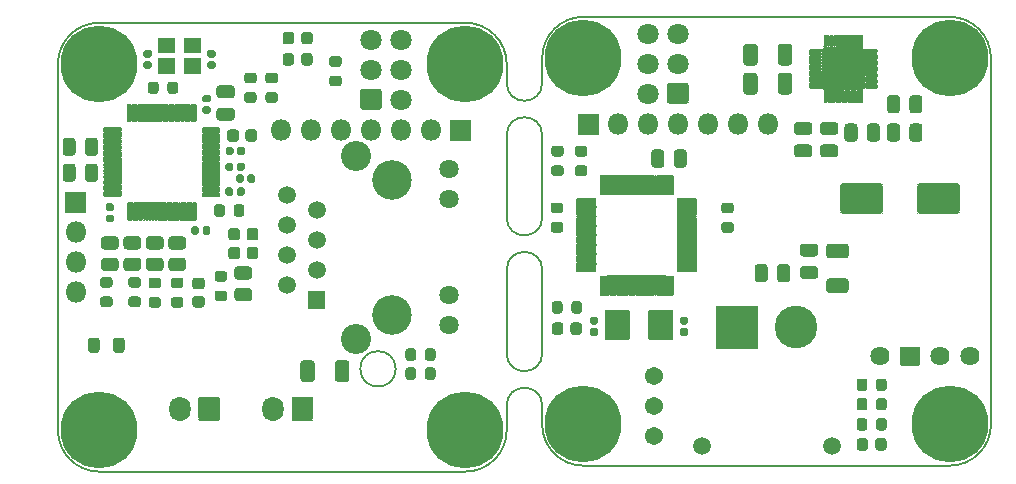
<source format=gbr>
%TF.GenerationSoftware,KiCad,Pcbnew,(5.1.8-0-10_14)*%
%TF.CreationDate,2021-08-18T13:43:01+02:00*%
%TF.ProjectId,ethersweep,65746865-7273-4776-9565-702e6b696361,2.0.1*%
%TF.SameCoordinates,Original*%
%TF.FileFunction,Soldermask,Top*%
%TF.FilePolarity,Negative*%
%FSLAX46Y46*%
G04 Gerber Fmt 4.6, Leading zero omitted, Abs format (unit mm)*
G04 Created by KiCad (PCBNEW (5.1.8-0-10_14)) date 2021-08-18 13:43:01*
%MOMM*%
%LPD*%
G01*
G04 APERTURE LIST*
%TA.AperFunction,Profile*%
%ADD10C,0.150000*%
%TD*%
%ADD11C,6.502000*%
%ADD12C,0.902000*%
%ADD13C,1.502000*%
%ADD14C,3.602000*%
%ADD15O,1.802000X2.102000*%
%ADD16C,1.802000*%
%ADD17O,1.802000X1.802000*%
%ADD18C,1.500000*%
%ADD19C,1.632000*%
%ADD20C,2.547000*%
%ADD21C,3.352000*%
%ADD22C,1.626000*%
%ADD23C,1.542000*%
%ADD24C,0.100000*%
G04 APERTURE END LIST*
D10*
X198000000Y-81000000D02*
G75*
G02*
X201500000Y-84500000I0J-3500000D01*
G01*
X160500000Y-115500000D02*
X160500000Y-113900000D01*
X163500000Y-86600000D02*
X163500000Y-85000000D01*
X163500000Y-86600000D02*
G75*
G02*
X160500000Y-86600000I-1500000J0D01*
G01*
X163500000Y-115500000D02*
X163500000Y-113900000D01*
X160500000Y-86600000D02*
X160500000Y-85000000D01*
X160500000Y-113900000D02*
G75*
G02*
X163500000Y-113900000I1500000J0D01*
G01*
X163500000Y-98000000D02*
G75*
G02*
X160500000Y-98000000I-1500000J0D01*
G01*
X160500000Y-91000000D02*
G75*
G02*
X163500000Y-91000000I1500000J0D01*
G01*
X163500000Y-98000000D02*
X163500000Y-91000000D01*
X160500000Y-109500000D02*
X160500000Y-102400000D01*
X160500000Y-102400000D02*
G75*
G02*
X163500000Y-102400000I1500000J0D01*
G01*
X160500000Y-98000000D02*
X160500000Y-91000000D01*
X163500000Y-109500000D02*
X163500000Y-102400000D01*
X163500000Y-109500000D02*
G75*
G02*
X160500000Y-109500000I-1500000J0D01*
G01*
X160500000Y-116000000D02*
X160500000Y-115500000D01*
X163500000Y-84500000D02*
X163500000Y-85000000D01*
X151100000Y-110800000D02*
G75*
G03*
X151100000Y-110800000I-1500000J0D01*
G01*
X126000000Y-119500000D02*
G75*
G02*
X122500000Y-116000000I0J3500000D01*
G01*
X126000000Y-119500000D02*
X157000000Y-119500000D01*
X167000000Y-81000000D02*
X198000000Y-81000000D01*
X163500000Y-84500000D02*
G75*
G02*
X167000000Y-81000000I3500000J0D01*
G01*
X201500000Y-115500000D02*
G75*
G02*
X198000000Y-119000000I-3500000J0D01*
G01*
X167000000Y-119000000D02*
G75*
G02*
X163500000Y-115500000I0J3500000D01*
G01*
X167000000Y-119000000D02*
X198000000Y-119000000D01*
X201500000Y-115500000D02*
X201500000Y-84500000D01*
X122500000Y-85000000D02*
X122500000Y-116000000D01*
X160500000Y-116000000D02*
G75*
G02*
X157000000Y-119500000I-3500000J0D01*
G01*
X157000000Y-81500000D02*
G75*
G02*
X160500000Y-85000000I0J-3500000D01*
G01*
X122500000Y-85000000D02*
G75*
G02*
X126000000Y-81500000I3500000J0D01*
G01*
X157000000Y-81500000D02*
X126000000Y-81500000D01*
X198000000Y-81000000D02*
G75*
G02*
X201500000Y-84500000I0J-3500000D01*
G01*
X160500000Y-115500000D02*
X160500000Y-113900000D01*
X163500000Y-86600000D02*
X163500000Y-85000000D01*
X163500000Y-86600000D02*
G75*
G02*
X160500000Y-86600000I-1500000J0D01*
G01*
X163500000Y-115500000D02*
X163500000Y-113900000D01*
X160500000Y-86600000D02*
X160500000Y-85000000D01*
X160500000Y-113900000D02*
G75*
G02*
X163500000Y-113900000I1500000J0D01*
G01*
X163500000Y-98000000D02*
G75*
G02*
X160500000Y-98000000I-1500000J0D01*
G01*
X160500000Y-91000000D02*
G75*
G02*
X163500000Y-91000000I1500000J0D01*
G01*
X163500000Y-98000000D02*
X163500000Y-91000000D01*
X160500000Y-109500000D02*
X160500000Y-102400000D01*
X160500000Y-102400000D02*
G75*
G02*
X163500000Y-102400000I1500000J0D01*
G01*
X160500000Y-98000000D02*
X160500000Y-91000000D01*
X163500000Y-109500000D02*
X163500000Y-102400000D01*
X163500000Y-109500000D02*
G75*
G02*
X160500000Y-109500000I-1500000J0D01*
G01*
X160500000Y-116000000D02*
X160500000Y-115500000D01*
X163500000Y-84500000D02*
X163500000Y-85000000D01*
X151100000Y-110800000D02*
G75*
G03*
X151100000Y-110800000I-1500000J0D01*
G01*
X126000000Y-119500000D02*
G75*
G02*
X122500000Y-116000000I0J3500000D01*
G01*
X126000000Y-119500000D02*
X157000000Y-119500000D01*
X167000000Y-81000000D02*
X198000000Y-81000000D01*
X163500000Y-84500000D02*
G75*
G02*
X167000000Y-81000000I3500000J0D01*
G01*
X201500000Y-115500000D02*
G75*
G02*
X198000000Y-119000000I-3500000J0D01*
G01*
X167000000Y-119000000D02*
G75*
G02*
X163500000Y-115500000I0J3500000D01*
G01*
X167000000Y-119000000D02*
X198000000Y-119000000D01*
X201500000Y-115500000D02*
X201500000Y-84500000D01*
X122500000Y-85000000D02*
X122500000Y-116000000D01*
X160500000Y-116000000D02*
G75*
G02*
X157000000Y-119500000I-3500000J0D01*
G01*
X157000000Y-81500000D02*
G75*
G02*
X160500000Y-85000000I0J-3500000D01*
G01*
X122500000Y-85000000D02*
G75*
G02*
X126000000Y-81500000I3500000J0D01*
G01*
X157000000Y-81500000D02*
X126000000Y-81500000D01*
G36*
G01*
X188749000Y-97440800D02*
X188749000Y-95359200D01*
G75*
G02*
X189009200Y-95099000I260200J0D01*
G01*
X192090800Y-95099000D01*
G75*
G02*
X192351000Y-95359200I0J-260200D01*
G01*
X192351000Y-97440800D01*
G75*
G02*
X192090800Y-97701000I-260200J0D01*
G01*
X189009200Y-97701000D01*
G75*
G02*
X188749000Y-97440800I0J260200D01*
G01*
G37*
G36*
G01*
X195249000Y-97440800D02*
X195249000Y-95359200D01*
G75*
G02*
X195509200Y-95099000I260200J0D01*
G01*
X198590800Y-95099000D01*
G75*
G02*
X198851000Y-95359200I0J-260200D01*
G01*
X198851000Y-97440800D01*
G75*
G02*
X198590800Y-97701000I-260200J0D01*
G01*
X195509200Y-97701000D01*
G75*
G02*
X195249000Y-97440800I0J260200D01*
G01*
G37*
D11*
X198000000Y-84500000D03*
D12*
X200400000Y-84500000D03*
X199697056Y-86197056D03*
X198000000Y-86900000D03*
X196302944Y-86197056D03*
X195600000Y-84500000D03*
X196302944Y-82802944D03*
X198000000Y-82100000D03*
X199697056Y-82802944D03*
D13*
X177000000Y-117300000D03*
X188000000Y-117300000D03*
G36*
G01*
X181801000Y-105550000D02*
X181801000Y-109050000D01*
G75*
G02*
X181750000Y-109101000I-51000J0D01*
G01*
X178250000Y-109101000D01*
G75*
G02*
X178199000Y-109050000I0J51000D01*
G01*
X178199000Y-105550000D01*
G75*
G02*
X178250000Y-105499000I51000J0D01*
G01*
X181750000Y-105499000D01*
G75*
G02*
X181801000Y-105550000I0J-51000D01*
G01*
G37*
D14*
X185000000Y-107300000D03*
D15*
X132800000Y-114200000D03*
G36*
G01*
X136201000Y-113414000D02*
X136201000Y-114986000D01*
G75*
G02*
X135936000Y-115251000I-265000J0D01*
G01*
X134664000Y-115251000D01*
G75*
G02*
X134399000Y-114986000I0J265000D01*
G01*
X134399000Y-113414000D01*
G75*
G02*
X134664000Y-113149000I265000J0D01*
G01*
X135936000Y-113149000D01*
G75*
G02*
X136201000Y-113414000I0J-265000D01*
G01*
G37*
G36*
G01*
X148099000Y-88636000D02*
X148099000Y-87364000D01*
G75*
G02*
X148364000Y-87099000I265000J0D01*
G01*
X149636000Y-87099000D01*
G75*
G02*
X149901000Y-87364000I0J-265000D01*
G01*
X149901000Y-88636000D01*
G75*
G02*
X149636000Y-88901000I-265000J0D01*
G01*
X148364000Y-88901000D01*
G75*
G02*
X148099000Y-88636000I0J265000D01*
G01*
G37*
D16*
X149000000Y-85460000D03*
X149000000Y-82920000D03*
X151540000Y-88000000D03*
X151540000Y-85460000D03*
X151540000Y-82920000D03*
G36*
G01*
X175901000Y-86864000D02*
X175901000Y-88136000D01*
G75*
G02*
X175636000Y-88401000I-265000J0D01*
G01*
X174364000Y-88401000D01*
G75*
G02*
X174099000Y-88136000I0J265000D01*
G01*
X174099000Y-86864000D01*
G75*
G02*
X174364000Y-86599000I265000J0D01*
G01*
X175636000Y-86599000D01*
G75*
G02*
X175901000Y-86864000I0J-265000D01*
G01*
G37*
X175000000Y-84960000D03*
X175000000Y-82420000D03*
X172460000Y-87500000D03*
X172460000Y-84960000D03*
X172460000Y-82420000D03*
D11*
X167000000Y-115500000D03*
D12*
X169400000Y-115500000D03*
X168697056Y-117197056D03*
X167000000Y-117900000D03*
X165302944Y-117197056D03*
X164600000Y-115500000D03*
X165302944Y-113802944D03*
X167000000Y-113100000D03*
X168697056Y-113802944D03*
X199697056Y-113777945D03*
X198000000Y-113075001D03*
X196302944Y-113777945D03*
X195600000Y-115475001D03*
X196302944Y-117172057D03*
X198000000Y-117875001D03*
X199697056Y-117172057D03*
X200400000Y-115475001D03*
D11*
X198000000Y-115475001D03*
D12*
X168697056Y-82802944D03*
X167000000Y-82100000D03*
X165302944Y-82802944D03*
X164600000Y-84500000D03*
X165302944Y-86197056D03*
X167000000Y-86900000D03*
X168697056Y-86197056D03*
X169400000Y-84500000D03*
D11*
X167000000Y-84500000D03*
G36*
G01*
X174649000Y-93500500D02*
X174649000Y-92499500D01*
G75*
G02*
X174924500Y-92224000I275500J0D01*
G01*
X175475500Y-92224000D01*
G75*
G02*
X175751000Y-92499500I0J-275500D01*
G01*
X175751000Y-93500500D01*
G75*
G02*
X175475500Y-93776000I-275500J0D01*
G01*
X174924500Y-93776000D01*
G75*
G02*
X174649000Y-93500500I0J275500D01*
G01*
G37*
G36*
G01*
X172749000Y-93500500D02*
X172749000Y-92499500D01*
G75*
G02*
X173024500Y-92224000I275500J0D01*
G01*
X173575500Y-92224000D01*
G75*
G02*
X173851000Y-92499500I0J-275500D01*
G01*
X173851000Y-93500500D01*
G75*
G02*
X173575500Y-93776000I-275500J0D01*
G01*
X173024500Y-93776000D01*
G75*
G02*
X172749000Y-93500500I0J275500D01*
G01*
G37*
G36*
G01*
X168095500Y-107051000D02*
X167704500Y-107051000D01*
G75*
G02*
X167539000Y-106885500I0J165500D01*
G01*
X167539000Y-106554500D01*
G75*
G02*
X167704500Y-106389000I165500J0D01*
G01*
X168095500Y-106389000D01*
G75*
G02*
X168261000Y-106554500I0J-165500D01*
G01*
X168261000Y-106885500D01*
G75*
G02*
X168095500Y-107051000I-165500J0D01*
G01*
G37*
G36*
G01*
X168095500Y-108011000D02*
X167704500Y-108011000D01*
G75*
G02*
X167539000Y-107845500I0J165500D01*
G01*
X167539000Y-107514500D01*
G75*
G02*
X167704500Y-107349000I165500J0D01*
G01*
X168095500Y-107349000D01*
G75*
G02*
X168261000Y-107514500I0J-165500D01*
G01*
X168261000Y-107845500D01*
G75*
G02*
X168095500Y-108011000I-165500J0D01*
G01*
G37*
G36*
G01*
X175304500Y-106389000D02*
X175695500Y-106389000D01*
G75*
G02*
X175861000Y-106554500I0J-165500D01*
G01*
X175861000Y-106885500D01*
G75*
G02*
X175695500Y-107051000I-165500J0D01*
G01*
X175304500Y-107051000D01*
G75*
G02*
X175139000Y-106885500I0J165500D01*
G01*
X175139000Y-106554500D01*
G75*
G02*
X175304500Y-106389000I165500J0D01*
G01*
G37*
G36*
G01*
X175304500Y-107349000D02*
X175695500Y-107349000D01*
G75*
G02*
X175861000Y-107514500I0J-165500D01*
G01*
X175861000Y-107845500D01*
G75*
G02*
X175695500Y-108011000I-165500J0D01*
G01*
X175304500Y-108011000D01*
G75*
G02*
X175139000Y-107845500I0J165500D01*
G01*
X175139000Y-107514500D01*
G75*
G02*
X175304500Y-107349000I165500J0D01*
G01*
G37*
G36*
G01*
X184501000Y-102199500D02*
X184501000Y-103200500D01*
G75*
G02*
X184225500Y-103476000I-275500J0D01*
G01*
X183674500Y-103476000D01*
G75*
G02*
X183399000Y-103200500I0J275500D01*
G01*
X183399000Y-102199500D01*
G75*
G02*
X183674500Y-101924000I275500J0D01*
G01*
X184225500Y-101924000D01*
G75*
G02*
X184501000Y-102199500I0J-275500D01*
G01*
G37*
G36*
G01*
X182601000Y-102199500D02*
X182601000Y-103200500D01*
G75*
G02*
X182325500Y-103476000I-275500J0D01*
G01*
X181774500Y-103476000D01*
G75*
G02*
X181499000Y-103200500I0J275500D01*
G01*
X181499000Y-102199500D01*
G75*
G02*
X181774500Y-101924000I275500J0D01*
G01*
X182325500Y-101924000D01*
G75*
G02*
X182601000Y-102199500I0J-275500D01*
G01*
G37*
G36*
G01*
X124901000Y-95850000D02*
X124901000Y-97550000D01*
G75*
G02*
X124850000Y-97601000I-51000J0D01*
G01*
X123150000Y-97601000D01*
G75*
G02*
X123099000Y-97550000I0J51000D01*
G01*
X123099000Y-95850000D01*
G75*
G02*
X123150000Y-95799000I51000J0D01*
G01*
X124850000Y-95799000D01*
G75*
G02*
X124901000Y-95850000I0J-51000D01*
G01*
G37*
D17*
X124000000Y-99240000D03*
X124000000Y-101780000D03*
X124000000Y-104320000D03*
G36*
G01*
X144101000Y-113414000D02*
X144101000Y-114986000D01*
G75*
G02*
X143836000Y-115251000I-265000J0D01*
G01*
X142564000Y-115251000D01*
G75*
G02*
X142299000Y-114986000I0J265000D01*
G01*
X142299000Y-113414000D01*
G75*
G02*
X142564000Y-113149000I265000J0D01*
G01*
X143836000Y-113149000D01*
G75*
G02*
X144101000Y-113414000I0J-265000D01*
G01*
G37*
D15*
X140700000Y-114200000D03*
G36*
G01*
X190124000Y-115800500D02*
X190124000Y-115199500D01*
G75*
G02*
X190349500Y-114974000I225500J0D01*
G01*
X190800500Y-114974000D01*
G75*
G02*
X191026000Y-115199500I0J-225500D01*
G01*
X191026000Y-115800500D01*
G75*
G02*
X190800500Y-116026000I-225500J0D01*
G01*
X190349500Y-116026000D01*
G75*
G02*
X190124000Y-115800500I0J225500D01*
G01*
G37*
G36*
G01*
X191774000Y-115800500D02*
X191774000Y-115199500D01*
G75*
G02*
X191999500Y-114974000I225500J0D01*
G01*
X192450500Y-114974000D01*
G75*
G02*
X192676000Y-115199500I0J-225500D01*
G01*
X192676000Y-115800500D01*
G75*
G02*
X192450500Y-116026000I-225500J0D01*
G01*
X191999500Y-116026000D01*
G75*
G02*
X191774000Y-115800500I0J225500D01*
G01*
G37*
G36*
G01*
X168975000Y-104601000D02*
X168425000Y-104601000D01*
G75*
G02*
X168374000Y-104550000I0J51000D01*
G01*
X168374000Y-102950000D01*
G75*
G02*
X168425000Y-102899000I51000J0D01*
G01*
X168975000Y-102899000D01*
G75*
G02*
X169026000Y-102950000I0J-51000D01*
G01*
X169026000Y-104550000D01*
G75*
G02*
X168975000Y-104601000I-51000J0D01*
G01*
G37*
G36*
G01*
X169775000Y-104601000D02*
X169225000Y-104601000D01*
G75*
G02*
X169174000Y-104550000I0J51000D01*
G01*
X169174000Y-102950000D01*
G75*
G02*
X169225000Y-102899000I51000J0D01*
G01*
X169775000Y-102899000D01*
G75*
G02*
X169826000Y-102950000I0J-51000D01*
G01*
X169826000Y-104550000D01*
G75*
G02*
X169775000Y-104601000I-51000J0D01*
G01*
G37*
G36*
G01*
X170575000Y-104601000D02*
X170025000Y-104601000D01*
G75*
G02*
X169974000Y-104550000I0J51000D01*
G01*
X169974000Y-102950000D01*
G75*
G02*
X170025000Y-102899000I51000J0D01*
G01*
X170575000Y-102899000D01*
G75*
G02*
X170626000Y-102950000I0J-51000D01*
G01*
X170626000Y-104550000D01*
G75*
G02*
X170575000Y-104601000I-51000J0D01*
G01*
G37*
G36*
G01*
X171375000Y-104601000D02*
X170825000Y-104601000D01*
G75*
G02*
X170774000Y-104550000I0J51000D01*
G01*
X170774000Y-102950000D01*
G75*
G02*
X170825000Y-102899000I51000J0D01*
G01*
X171375000Y-102899000D01*
G75*
G02*
X171426000Y-102950000I0J-51000D01*
G01*
X171426000Y-104550000D01*
G75*
G02*
X171375000Y-104601000I-51000J0D01*
G01*
G37*
G36*
G01*
X172175000Y-104601000D02*
X171625000Y-104601000D01*
G75*
G02*
X171574000Y-104550000I0J51000D01*
G01*
X171574000Y-102950000D01*
G75*
G02*
X171625000Y-102899000I51000J0D01*
G01*
X172175000Y-102899000D01*
G75*
G02*
X172226000Y-102950000I0J-51000D01*
G01*
X172226000Y-104550000D01*
G75*
G02*
X172175000Y-104601000I-51000J0D01*
G01*
G37*
G36*
G01*
X172975000Y-104601000D02*
X172425000Y-104601000D01*
G75*
G02*
X172374000Y-104550000I0J51000D01*
G01*
X172374000Y-102950000D01*
G75*
G02*
X172425000Y-102899000I51000J0D01*
G01*
X172975000Y-102899000D01*
G75*
G02*
X173026000Y-102950000I0J-51000D01*
G01*
X173026000Y-104550000D01*
G75*
G02*
X172975000Y-104601000I-51000J0D01*
G01*
G37*
G36*
G01*
X173775000Y-104601000D02*
X173225000Y-104601000D01*
G75*
G02*
X173174000Y-104550000I0J51000D01*
G01*
X173174000Y-102950000D01*
G75*
G02*
X173225000Y-102899000I51000J0D01*
G01*
X173775000Y-102899000D01*
G75*
G02*
X173826000Y-102950000I0J-51000D01*
G01*
X173826000Y-104550000D01*
G75*
G02*
X173775000Y-104601000I-51000J0D01*
G01*
G37*
G36*
G01*
X174575000Y-104601000D02*
X174025000Y-104601000D01*
G75*
G02*
X173974000Y-104550000I0J51000D01*
G01*
X173974000Y-102950000D01*
G75*
G02*
X174025000Y-102899000I51000J0D01*
G01*
X174575000Y-102899000D01*
G75*
G02*
X174626000Y-102950000I0J-51000D01*
G01*
X174626000Y-104550000D01*
G75*
G02*
X174575000Y-104601000I-51000J0D01*
G01*
G37*
G36*
G01*
X176601000Y-102025000D02*
X176601000Y-102575000D01*
G75*
G02*
X176550000Y-102626000I-51000J0D01*
G01*
X174950000Y-102626000D01*
G75*
G02*
X174899000Y-102575000I0J51000D01*
G01*
X174899000Y-102025000D01*
G75*
G02*
X174950000Y-101974000I51000J0D01*
G01*
X176550000Y-101974000D01*
G75*
G02*
X176601000Y-102025000I0J-51000D01*
G01*
G37*
G36*
G01*
X176601000Y-101225000D02*
X176601000Y-101775000D01*
G75*
G02*
X176550000Y-101826000I-51000J0D01*
G01*
X174950000Y-101826000D01*
G75*
G02*
X174899000Y-101775000I0J51000D01*
G01*
X174899000Y-101225000D01*
G75*
G02*
X174950000Y-101174000I51000J0D01*
G01*
X176550000Y-101174000D01*
G75*
G02*
X176601000Y-101225000I0J-51000D01*
G01*
G37*
G36*
G01*
X176601000Y-100425000D02*
X176601000Y-100975000D01*
G75*
G02*
X176550000Y-101026000I-51000J0D01*
G01*
X174950000Y-101026000D01*
G75*
G02*
X174899000Y-100975000I0J51000D01*
G01*
X174899000Y-100425000D01*
G75*
G02*
X174950000Y-100374000I51000J0D01*
G01*
X176550000Y-100374000D01*
G75*
G02*
X176601000Y-100425000I0J-51000D01*
G01*
G37*
G36*
G01*
X176601000Y-99625000D02*
X176601000Y-100175000D01*
G75*
G02*
X176550000Y-100226000I-51000J0D01*
G01*
X174950000Y-100226000D01*
G75*
G02*
X174899000Y-100175000I0J51000D01*
G01*
X174899000Y-99625000D01*
G75*
G02*
X174950000Y-99574000I51000J0D01*
G01*
X176550000Y-99574000D01*
G75*
G02*
X176601000Y-99625000I0J-51000D01*
G01*
G37*
G36*
G01*
X176601000Y-98825000D02*
X176601000Y-99375000D01*
G75*
G02*
X176550000Y-99426000I-51000J0D01*
G01*
X174950000Y-99426000D01*
G75*
G02*
X174899000Y-99375000I0J51000D01*
G01*
X174899000Y-98825000D01*
G75*
G02*
X174950000Y-98774000I51000J0D01*
G01*
X176550000Y-98774000D01*
G75*
G02*
X176601000Y-98825000I0J-51000D01*
G01*
G37*
G36*
G01*
X176601000Y-98025000D02*
X176601000Y-98575000D01*
G75*
G02*
X176550000Y-98626000I-51000J0D01*
G01*
X174950000Y-98626000D01*
G75*
G02*
X174899000Y-98575000I0J51000D01*
G01*
X174899000Y-98025000D01*
G75*
G02*
X174950000Y-97974000I51000J0D01*
G01*
X176550000Y-97974000D01*
G75*
G02*
X176601000Y-98025000I0J-51000D01*
G01*
G37*
G36*
G01*
X176601000Y-97225000D02*
X176601000Y-97775000D01*
G75*
G02*
X176550000Y-97826000I-51000J0D01*
G01*
X174950000Y-97826000D01*
G75*
G02*
X174899000Y-97775000I0J51000D01*
G01*
X174899000Y-97225000D01*
G75*
G02*
X174950000Y-97174000I51000J0D01*
G01*
X176550000Y-97174000D01*
G75*
G02*
X176601000Y-97225000I0J-51000D01*
G01*
G37*
G36*
G01*
X176601000Y-96425000D02*
X176601000Y-96975000D01*
G75*
G02*
X176550000Y-97026000I-51000J0D01*
G01*
X174950000Y-97026000D01*
G75*
G02*
X174899000Y-96975000I0J51000D01*
G01*
X174899000Y-96425000D01*
G75*
G02*
X174950000Y-96374000I51000J0D01*
G01*
X176550000Y-96374000D01*
G75*
G02*
X176601000Y-96425000I0J-51000D01*
G01*
G37*
G36*
G01*
X174575000Y-96101000D02*
X174025000Y-96101000D01*
G75*
G02*
X173974000Y-96050000I0J51000D01*
G01*
X173974000Y-94450000D01*
G75*
G02*
X174025000Y-94399000I51000J0D01*
G01*
X174575000Y-94399000D01*
G75*
G02*
X174626000Y-94450000I0J-51000D01*
G01*
X174626000Y-96050000D01*
G75*
G02*
X174575000Y-96101000I-51000J0D01*
G01*
G37*
G36*
G01*
X173775000Y-96101000D02*
X173225000Y-96101000D01*
G75*
G02*
X173174000Y-96050000I0J51000D01*
G01*
X173174000Y-94450000D01*
G75*
G02*
X173225000Y-94399000I51000J0D01*
G01*
X173775000Y-94399000D01*
G75*
G02*
X173826000Y-94450000I0J-51000D01*
G01*
X173826000Y-96050000D01*
G75*
G02*
X173775000Y-96101000I-51000J0D01*
G01*
G37*
G36*
G01*
X172975000Y-96101000D02*
X172425000Y-96101000D01*
G75*
G02*
X172374000Y-96050000I0J51000D01*
G01*
X172374000Y-94450000D01*
G75*
G02*
X172425000Y-94399000I51000J0D01*
G01*
X172975000Y-94399000D01*
G75*
G02*
X173026000Y-94450000I0J-51000D01*
G01*
X173026000Y-96050000D01*
G75*
G02*
X172975000Y-96101000I-51000J0D01*
G01*
G37*
G36*
G01*
X172175000Y-96101000D02*
X171625000Y-96101000D01*
G75*
G02*
X171574000Y-96050000I0J51000D01*
G01*
X171574000Y-94450000D01*
G75*
G02*
X171625000Y-94399000I51000J0D01*
G01*
X172175000Y-94399000D01*
G75*
G02*
X172226000Y-94450000I0J-51000D01*
G01*
X172226000Y-96050000D01*
G75*
G02*
X172175000Y-96101000I-51000J0D01*
G01*
G37*
G36*
G01*
X171375000Y-96101000D02*
X170825000Y-96101000D01*
G75*
G02*
X170774000Y-96050000I0J51000D01*
G01*
X170774000Y-94450000D01*
G75*
G02*
X170825000Y-94399000I51000J0D01*
G01*
X171375000Y-94399000D01*
G75*
G02*
X171426000Y-94450000I0J-51000D01*
G01*
X171426000Y-96050000D01*
G75*
G02*
X171375000Y-96101000I-51000J0D01*
G01*
G37*
G36*
G01*
X170575000Y-96101000D02*
X170025000Y-96101000D01*
G75*
G02*
X169974000Y-96050000I0J51000D01*
G01*
X169974000Y-94450000D01*
G75*
G02*
X170025000Y-94399000I51000J0D01*
G01*
X170575000Y-94399000D01*
G75*
G02*
X170626000Y-94450000I0J-51000D01*
G01*
X170626000Y-96050000D01*
G75*
G02*
X170575000Y-96101000I-51000J0D01*
G01*
G37*
G36*
G01*
X169775000Y-96101000D02*
X169225000Y-96101000D01*
G75*
G02*
X169174000Y-96050000I0J51000D01*
G01*
X169174000Y-94450000D01*
G75*
G02*
X169225000Y-94399000I51000J0D01*
G01*
X169775000Y-94399000D01*
G75*
G02*
X169826000Y-94450000I0J-51000D01*
G01*
X169826000Y-96050000D01*
G75*
G02*
X169775000Y-96101000I-51000J0D01*
G01*
G37*
G36*
G01*
X168975000Y-96101000D02*
X168425000Y-96101000D01*
G75*
G02*
X168374000Y-96050000I0J51000D01*
G01*
X168374000Y-94450000D01*
G75*
G02*
X168425000Y-94399000I51000J0D01*
G01*
X168975000Y-94399000D01*
G75*
G02*
X169026000Y-94450000I0J-51000D01*
G01*
X169026000Y-96050000D01*
G75*
G02*
X168975000Y-96101000I-51000J0D01*
G01*
G37*
G36*
G01*
X168101000Y-96425000D02*
X168101000Y-96975000D01*
G75*
G02*
X168050000Y-97026000I-51000J0D01*
G01*
X166450000Y-97026000D01*
G75*
G02*
X166399000Y-96975000I0J51000D01*
G01*
X166399000Y-96425000D01*
G75*
G02*
X166450000Y-96374000I51000J0D01*
G01*
X168050000Y-96374000D01*
G75*
G02*
X168101000Y-96425000I0J-51000D01*
G01*
G37*
G36*
G01*
X168101000Y-97225000D02*
X168101000Y-97775000D01*
G75*
G02*
X168050000Y-97826000I-51000J0D01*
G01*
X166450000Y-97826000D01*
G75*
G02*
X166399000Y-97775000I0J51000D01*
G01*
X166399000Y-97225000D01*
G75*
G02*
X166450000Y-97174000I51000J0D01*
G01*
X168050000Y-97174000D01*
G75*
G02*
X168101000Y-97225000I0J-51000D01*
G01*
G37*
G36*
G01*
X168101000Y-98025000D02*
X168101000Y-98575000D01*
G75*
G02*
X168050000Y-98626000I-51000J0D01*
G01*
X166450000Y-98626000D01*
G75*
G02*
X166399000Y-98575000I0J51000D01*
G01*
X166399000Y-98025000D01*
G75*
G02*
X166450000Y-97974000I51000J0D01*
G01*
X168050000Y-97974000D01*
G75*
G02*
X168101000Y-98025000I0J-51000D01*
G01*
G37*
G36*
G01*
X168101000Y-98825000D02*
X168101000Y-99375000D01*
G75*
G02*
X168050000Y-99426000I-51000J0D01*
G01*
X166450000Y-99426000D01*
G75*
G02*
X166399000Y-99375000I0J51000D01*
G01*
X166399000Y-98825000D01*
G75*
G02*
X166450000Y-98774000I51000J0D01*
G01*
X168050000Y-98774000D01*
G75*
G02*
X168101000Y-98825000I0J-51000D01*
G01*
G37*
G36*
G01*
X168101000Y-99625000D02*
X168101000Y-100175000D01*
G75*
G02*
X168050000Y-100226000I-51000J0D01*
G01*
X166450000Y-100226000D01*
G75*
G02*
X166399000Y-100175000I0J51000D01*
G01*
X166399000Y-99625000D01*
G75*
G02*
X166450000Y-99574000I51000J0D01*
G01*
X168050000Y-99574000D01*
G75*
G02*
X168101000Y-99625000I0J-51000D01*
G01*
G37*
G36*
G01*
X168101000Y-100425000D02*
X168101000Y-100975000D01*
G75*
G02*
X168050000Y-101026000I-51000J0D01*
G01*
X166450000Y-101026000D01*
G75*
G02*
X166399000Y-100975000I0J51000D01*
G01*
X166399000Y-100425000D01*
G75*
G02*
X166450000Y-100374000I51000J0D01*
G01*
X168050000Y-100374000D01*
G75*
G02*
X168101000Y-100425000I0J-51000D01*
G01*
G37*
G36*
G01*
X168101000Y-101225000D02*
X168101000Y-101775000D01*
G75*
G02*
X168050000Y-101826000I-51000J0D01*
G01*
X166450000Y-101826000D01*
G75*
G02*
X166399000Y-101775000I0J51000D01*
G01*
X166399000Y-101225000D01*
G75*
G02*
X166450000Y-101174000I51000J0D01*
G01*
X168050000Y-101174000D01*
G75*
G02*
X168101000Y-101225000I0J-51000D01*
G01*
G37*
G36*
G01*
X168101000Y-102025000D02*
X168101000Y-102575000D01*
G75*
G02*
X168050000Y-102626000I-51000J0D01*
G01*
X166450000Y-102626000D01*
G75*
G02*
X166399000Y-102575000I0J51000D01*
G01*
X166399000Y-102025000D01*
G75*
G02*
X166450000Y-101974000I51000J0D01*
G01*
X168050000Y-101974000D01*
G75*
G02*
X168101000Y-102025000I0J-51000D01*
G01*
G37*
D11*
X126000000Y-85000000D03*
D12*
X128400000Y-85000000D03*
X127697056Y-86697056D03*
X126000000Y-87400000D03*
X124302944Y-86697056D03*
X123600000Y-85000000D03*
X124302944Y-83302944D03*
X126000000Y-82600000D03*
X127697056Y-83302944D03*
X158697056Y-83302944D03*
X157000000Y-82600000D03*
X155302944Y-83302944D03*
X154600000Y-85000000D03*
X155302944Y-86697056D03*
X157000000Y-87400000D03*
X158697056Y-86697056D03*
X159400000Y-85000000D03*
D11*
X157000000Y-85000000D03*
X157000000Y-116000000D03*
D12*
X159400000Y-116000000D03*
X158697056Y-117697056D03*
X157000000Y-118400000D03*
X155302944Y-117697056D03*
X154600000Y-116000000D03*
X155302944Y-114302944D03*
X157000000Y-113600000D03*
X158697056Y-114302944D03*
X127697056Y-114302944D03*
X126000000Y-113600000D03*
X124302944Y-114302944D03*
X123600000Y-116000000D03*
X124302944Y-117697056D03*
X126000000Y-118400000D03*
X127697056Y-117697056D03*
X128400000Y-116000000D03*
D11*
X126000000Y-116000000D03*
G36*
G01*
X164449500Y-96724000D02*
X165050500Y-96724000D01*
G75*
G02*
X165276000Y-96949500I0J-225500D01*
G01*
X165276000Y-97400500D01*
G75*
G02*
X165050500Y-97626000I-225500J0D01*
G01*
X164449500Y-97626000D01*
G75*
G02*
X164224000Y-97400500I0J225500D01*
G01*
X164224000Y-96949500D01*
G75*
G02*
X164449500Y-96724000I225500J0D01*
G01*
G37*
G36*
G01*
X164449500Y-98374000D02*
X165050500Y-98374000D01*
G75*
G02*
X165276000Y-98599500I0J-225500D01*
G01*
X165276000Y-99050500D01*
G75*
G02*
X165050500Y-99276000I-225500J0D01*
G01*
X164449500Y-99276000D01*
G75*
G02*
X164224000Y-99050500I0J225500D01*
G01*
X164224000Y-98599500D01*
G75*
G02*
X164449500Y-98374000I225500J0D01*
G01*
G37*
G36*
G01*
X178899500Y-98374000D02*
X179500500Y-98374000D01*
G75*
G02*
X179726000Y-98599500I0J-225500D01*
G01*
X179726000Y-99050500D01*
G75*
G02*
X179500500Y-99276000I-225500J0D01*
G01*
X178899500Y-99276000D01*
G75*
G02*
X178674000Y-99050500I0J225500D01*
G01*
X178674000Y-98599500D01*
G75*
G02*
X178899500Y-98374000I225500J0D01*
G01*
G37*
G36*
G01*
X178899500Y-96724000D02*
X179500500Y-96724000D01*
G75*
G02*
X179726000Y-96949500I0J-225500D01*
G01*
X179726000Y-97400500D01*
G75*
G02*
X179500500Y-97626000I-225500J0D01*
G01*
X178899500Y-97626000D01*
G75*
G02*
X178674000Y-97400500I0J225500D01*
G01*
X178674000Y-96949500D01*
G75*
G02*
X178899500Y-96724000I225500J0D01*
G01*
G37*
G36*
G01*
X165100500Y-92826000D02*
X164499500Y-92826000D01*
G75*
G02*
X164274000Y-92600500I0J225500D01*
G01*
X164274000Y-92149500D01*
G75*
G02*
X164499500Y-91924000I225500J0D01*
G01*
X165100500Y-91924000D01*
G75*
G02*
X165326000Y-92149500I0J-225500D01*
G01*
X165326000Y-92600500D01*
G75*
G02*
X165100500Y-92826000I-225500J0D01*
G01*
G37*
G36*
G01*
X165100500Y-94476000D02*
X164499500Y-94476000D01*
G75*
G02*
X164274000Y-94250500I0J225500D01*
G01*
X164274000Y-93799500D01*
G75*
G02*
X164499500Y-93574000I225500J0D01*
G01*
X165100500Y-93574000D01*
G75*
G02*
X165326000Y-93799500I0J-225500D01*
G01*
X165326000Y-94250500D01*
G75*
G02*
X165100500Y-94476000I-225500J0D01*
G01*
G37*
G36*
G01*
X167100500Y-94476000D02*
X166499500Y-94476000D01*
G75*
G02*
X166274000Y-94250500I0J225500D01*
G01*
X166274000Y-93799500D01*
G75*
G02*
X166499500Y-93574000I225500J0D01*
G01*
X167100500Y-93574000D01*
G75*
G02*
X167326000Y-93799500I0J-225500D01*
G01*
X167326000Y-94250500D01*
G75*
G02*
X167100500Y-94476000I-225500J0D01*
G01*
G37*
G36*
G01*
X167100500Y-92826000D02*
X166499500Y-92826000D01*
G75*
G02*
X166274000Y-92600500I0J225500D01*
G01*
X166274000Y-92149500D01*
G75*
G02*
X166499500Y-91924000I225500J0D01*
G01*
X167100500Y-91924000D01*
G75*
G02*
X167326000Y-92149500I0J-225500D01*
G01*
X167326000Y-92600500D01*
G75*
G02*
X167100500Y-92826000I-225500J0D01*
G01*
G37*
G36*
G01*
X146300500Y-86876000D02*
X145699500Y-86876000D01*
G75*
G02*
X145474000Y-86650500I0J225500D01*
G01*
X145474000Y-86199500D01*
G75*
G02*
X145699500Y-85974000I225500J0D01*
G01*
X146300500Y-85974000D01*
G75*
G02*
X146526000Y-86199500I0J-225500D01*
G01*
X146526000Y-86650500D01*
G75*
G02*
X146300500Y-86876000I-225500J0D01*
G01*
G37*
G36*
G01*
X146300500Y-85226000D02*
X145699500Y-85226000D01*
G75*
G02*
X145474000Y-85000500I0J225500D01*
G01*
X145474000Y-84549500D01*
G75*
G02*
X145699500Y-84324000I225500J0D01*
G01*
X146300500Y-84324000D01*
G75*
G02*
X146526000Y-84549500I0J-225500D01*
G01*
X146526000Y-85000500D01*
G75*
G02*
X146300500Y-85226000I-225500J0D01*
G01*
G37*
G36*
G01*
X174601000Y-105900000D02*
X174601000Y-108300000D01*
G75*
G02*
X174550000Y-108351000I-51000J0D01*
G01*
X172550000Y-108351000D01*
G75*
G02*
X172499000Y-108300000I0J51000D01*
G01*
X172499000Y-105900000D01*
G75*
G02*
X172550000Y-105849000I51000J0D01*
G01*
X174550000Y-105849000D01*
G75*
G02*
X174601000Y-105900000I0J-51000D01*
G01*
G37*
G36*
G01*
X170901000Y-105900000D02*
X170901000Y-108300000D01*
G75*
G02*
X170850000Y-108351000I-51000J0D01*
G01*
X168850000Y-108351000D01*
G75*
G02*
X168799000Y-108300000I0J51000D01*
G01*
X168799000Y-105900000D01*
G75*
G02*
X168850000Y-105849000I51000J0D01*
G01*
X170850000Y-105849000D01*
G75*
G02*
X170901000Y-105900000I0J-51000D01*
G01*
G37*
G36*
G01*
X190129001Y-112455501D02*
X190129001Y-111854501D01*
G75*
G02*
X190354501Y-111629001I225500J0D01*
G01*
X190805501Y-111629001D01*
G75*
G02*
X191031001Y-111854501I0J-225500D01*
G01*
X191031001Y-112455501D01*
G75*
G02*
X190805501Y-112681001I-225500J0D01*
G01*
X190354501Y-112681001D01*
G75*
G02*
X190129001Y-112455501I0J225500D01*
G01*
G37*
G36*
G01*
X191779001Y-112455501D02*
X191779001Y-111854501D01*
G75*
G02*
X192004501Y-111629001I225500J0D01*
G01*
X192455501Y-111629001D01*
G75*
G02*
X192681001Y-111854501I0J-225500D01*
G01*
X192681001Y-112455501D01*
G75*
G02*
X192455501Y-112681001I-225500J0D01*
G01*
X192004501Y-112681001D01*
G75*
G02*
X191779001Y-112455501I0J225500D01*
G01*
G37*
G36*
G01*
X191026000Y-113499500D02*
X191026000Y-114100500D01*
G75*
G02*
X190800500Y-114326000I-225500J0D01*
G01*
X190349500Y-114326000D01*
G75*
G02*
X190124000Y-114100500I0J225500D01*
G01*
X190124000Y-113499500D01*
G75*
G02*
X190349500Y-113274000I225500J0D01*
G01*
X190800500Y-113274000D01*
G75*
G02*
X191026000Y-113499500I0J-225500D01*
G01*
G37*
G36*
G01*
X192676000Y-113499500D02*
X192676000Y-114100500D01*
G75*
G02*
X192450500Y-114326000I-225500J0D01*
G01*
X191999500Y-114326000D01*
G75*
G02*
X191774000Y-114100500I0J225500D01*
G01*
X191774000Y-113499500D01*
G75*
G02*
X191999500Y-113274000I225500J0D01*
G01*
X192450500Y-113274000D01*
G75*
G02*
X192676000Y-113499500I0J-225500D01*
G01*
G37*
G36*
G01*
X147176000Y-110346664D02*
X147176000Y-111653336D01*
G75*
G02*
X146903336Y-111926000I-272664J0D01*
G01*
X146221664Y-111926000D01*
G75*
G02*
X145949000Y-111653336I0J272664D01*
G01*
X145949000Y-110346664D01*
G75*
G02*
X146221664Y-110074000I272664J0D01*
G01*
X146903336Y-110074000D01*
G75*
G02*
X147176000Y-110346664I0J-272664D01*
G01*
G37*
G36*
G01*
X144251000Y-110346664D02*
X144251000Y-111653336D01*
G75*
G02*
X143978336Y-111926000I-272664J0D01*
G01*
X143296664Y-111926000D01*
G75*
G02*
X143024000Y-111653336I0J272664D01*
G01*
X143024000Y-110346664D01*
G75*
G02*
X143296664Y-110074000I272664J0D01*
G01*
X143978336Y-110074000D01*
G75*
G02*
X144251000Y-110346664I0J-272664D01*
G01*
G37*
G36*
G01*
X136600500Y-105076000D02*
X135999500Y-105076000D01*
G75*
G02*
X135774000Y-104850500I0J225500D01*
G01*
X135774000Y-104399500D01*
G75*
G02*
X135999500Y-104174000I225500J0D01*
G01*
X136600500Y-104174000D01*
G75*
G02*
X136826000Y-104399500I0J-225500D01*
G01*
X136826000Y-104850500D01*
G75*
G02*
X136600500Y-105076000I-225500J0D01*
G01*
G37*
G36*
G01*
X136600500Y-103426000D02*
X135999500Y-103426000D01*
G75*
G02*
X135774000Y-103200500I0J225500D01*
G01*
X135774000Y-102749500D01*
G75*
G02*
X135999500Y-102524000I225500J0D01*
G01*
X136600500Y-102524000D01*
G75*
G02*
X136826000Y-102749500I0J-225500D01*
G01*
X136826000Y-103200500D01*
G75*
G02*
X136600500Y-103426000I-225500J0D01*
G01*
G37*
G36*
G01*
X134124500Y-104624000D02*
X134675500Y-104624000D01*
G75*
G02*
X134926000Y-104874500I0J-250500D01*
G01*
X134926000Y-105375500D01*
G75*
G02*
X134675500Y-105626000I-250500J0D01*
G01*
X134124500Y-105626000D01*
G75*
G02*
X133874000Y-105375500I0J250500D01*
G01*
X133874000Y-104874500D01*
G75*
G02*
X134124500Y-104624000I250500J0D01*
G01*
G37*
G36*
G01*
X134124500Y-103074000D02*
X134675500Y-103074000D01*
G75*
G02*
X134926000Y-103324500I0J-250500D01*
G01*
X134926000Y-103825500D01*
G75*
G02*
X134675500Y-104076000I-250500J0D01*
G01*
X134124500Y-104076000D01*
G75*
G02*
X133874000Y-103825500I0J250500D01*
G01*
X133874000Y-103324500D01*
G75*
G02*
X134124500Y-103074000I250500J0D01*
G01*
G37*
G36*
G01*
X136689000Y-93895500D02*
X136689000Y-93504500D01*
G75*
G02*
X136854500Y-93339000I165500J0D01*
G01*
X137185500Y-93339000D01*
G75*
G02*
X137351000Y-93504500I0J-165500D01*
G01*
X137351000Y-93895500D01*
G75*
G02*
X137185500Y-94061000I-165500J0D01*
G01*
X136854500Y-94061000D01*
G75*
G02*
X136689000Y-93895500I0J165500D01*
G01*
G37*
G36*
G01*
X137649000Y-93895500D02*
X137649000Y-93504500D01*
G75*
G02*
X137814500Y-93339000I165500J0D01*
G01*
X138145500Y-93339000D01*
G75*
G02*
X138311000Y-93504500I0J-165500D01*
G01*
X138311000Y-93895500D01*
G75*
G02*
X138145500Y-94061000I-165500J0D01*
G01*
X137814500Y-94061000D01*
G75*
G02*
X137649000Y-93895500I0J165500D01*
G01*
G37*
G36*
G01*
X138549000Y-94895500D02*
X138549000Y-94504500D01*
G75*
G02*
X138714500Y-94339000I165500J0D01*
G01*
X139045500Y-94339000D01*
G75*
G02*
X139211000Y-94504500I0J-165500D01*
G01*
X139211000Y-94895500D01*
G75*
G02*
X139045500Y-95061000I-165500J0D01*
G01*
X138714500Y-95061000D01*
G75*
G02*
X138549000Y-94895500I0J165500D01*
G01*
G37*
G36*
G01*
X137589000Y-94895500D02*
X137589000Y-94504500D01*
G75*
G02*
X137754500Y-94339000I165500J0D01*
G01*
X138085500Y-94339000D01*
G75*
G02*
X138251000Y-94504500I0J-165500D01*
G01*
X138251000Y-94895500D01*
G75*
G02*
X138085500Y-95061000I-165500J0D01*
G01*
X137754500Y-95061000D01*
G75*
G02*
X137589000Y-94895500I0J165500D01*
G01*
G37*
G36*
G01*
X135295500Y-89211000D02*
X134904500Y-89211000D01*
G75*
G02*
X134739000Y-89045500I0J165500D01*
G01*
X134739000Y-88714500D01*
G75*
G02*
X134904500Y-88549000I165500J0D01*
G01*
X135295500Y-88549000D01*
G75*
G02*
X135461000Y-88714500I0J-165500D01*
G01*
X135461000Y-89045500D01*
G75*
G02*
X135295500Y-89211000I-165500J0D01*
G01*
G37*
G36*
G01*
X135295500Y-88251000D02*
X134904500Y-88251000D01*
G75*
G02*
X134739000Y-88085500I0J165500D01*
G01*
X134739000Y-87754500D01*
G75*
G02*
X134904500Y-87589000I165500J0D01*
G01*
X135295500Y-87589000D01*
G75*
G02*
X135461000Y-87754500I0J-165500D01*
G01*
X135461000Y-88085500D01*
G75*
G02*
X135295500Y-88251000I-165500J0D01*
G01*
G37*
G36*
G01*
X134749000Y-99295500D02*
X134749000Y-98904500D01*
G75*
G02*
X134914500Y-98739000I165500J0D01*
G01*
X135245500Y-98739000D01*
G75*
G02*
X135411000Y-98904500I0J-165500D01*
G01*
X135411000Y-99295500D01*
G75*
G02*
X135245500Y-99461000I-165500J0D01*
G01*
X134914500Y-99461000D01*
G75*
G02*
X134749000Y-99295500I0J165500D01*
G01*
G37*
G36*
G01*
X133789000Y-99295500D02*
X133789000Y-98904500D01*
G75*
G02*
X133954500Y-98739000I165500J0D01*
G01*
X134285500Y-98739000D01*
G75*
G02*
X134451000Y-98904500I0J-165500D01*
G01*
X134451000Y-99295500D01*
G75*
G02*
X134285500Y-99461000I-165500J0D01*
G01*
X133954500Y-99461000D01*
G75*
G02*
X133789000Y-99295500I0J165500D01*
G01*
G37*
G36*
G01*
X126704500Y-97749000D02*
X127095500Y-97749000D01*
G75*
G02*
X127261000Y-97914500I0J-165500D01*
G01*
X127261000Y-98245500D01*
G75*
G02*
X127095500Y-98411000I-165500J0D01*
G01*
X126704500Y-98411000D01*
G75*
G02*
X126539000Y-98245500I0J165500D01*
G01*
X126539000Y-97914500D01*
G75*
G02*
X126704500Y-97749000I165500J0D01*
G01*
G37*
G36*
G01*
X126704500Y-96789000D02*
X127095500Y-96789000D01*
G75*
G02*
X127261000Y-96954500I0J-165500D01*
G01*
X127261000Y-97285500D01*
G75*
G02*
X127095500Y-97451000I-165500J0D01*
G01*
X126704500Y-97451000D01*
G75*
G02*
X126539000Y-97285500I0J165500D01*
G01*
X126539000Y-96954500D01*
G75*
G02*
X126704500Y-96789000I165500J0D01*
G01*
G37*
G36*
G01*
X137649000Y-95995500D02*
X137649000Y-95604500D01*
G75*
G02*
X137814500Y-95439000I165500J0D01*
G01*
X138145500Y-95439000D01*
G75*
G02*
X138311000Y-95604500I0J-165500D01*
G01*
X138311000Y-95995500D01*
G75*
G02*
X138145500Y-96161000I-165500J0D01*
G01*
X137814500Y-96161000D01*
G75*
G02*
X137649000Y-95995500I0J165500D01*
G01*
G37*
G36*
G01*
X136689000Y-95995500D02*
X136689000Y-95604500D01*
G75*
G02*
X136854500Y-95439000I165500J0D01*
G01*
X137185500Y-95439000D01*
G75*
G02*
X137351000Y-95604500I0J-165500D01*
G01*
X137351000Y-95995500D01*
G75*
G02*
X137185500Y-96161000I-165500J0D01*
G01*
X136854500Y-96161000D01*
G75*
G02*
X136689000Y-95995500I0J165500D01*
G01*
G37*
G36*
G01*
X137200500Y-89801000D02*
X136199500Y-89801000D01*
G75*
G02*
X135924000Y-89525500I0J275500D01*
G01*
X135924000Y-88974500D01*
G75*
G02*
X136199500Y-88699000I275500J0D01*
G01*
X137200500Y-88699000D01*
G75*
G02*
X137476000Y-88974500I0J-275500D01*
G01*
X137476000Y-89525500D01*
G75*
G02*
X137200500Y-89801000I-275500J0D01*
G01*
G37*
G36*
G01*
X137200500Y-87901000D02*
X136199500Y-87901000D01*
G75*
G02*
X135924000Y-87625500I0J275500D01*
G01*
X135924000Y-87074500D01*
G75*
G02*
X136199500Y-86799000I275500J0D01*
G01*
X137200500Y-86799000D01*
G75*
G02*
X137476000Y-87074500I0J-275500D01*
G01*
X137476000Y-87625500D01*
G75*
G02*
X137200500Y-87901000I-275500J0D01*
G01*
G37*
G36*
G01*
X124001000Y-91499500D02*
X124001000Y-92500500D01*
G75*
G02*
X123725500Y-92776000I-275500J0D01*
G01*
X123174500Y-92776000D01*
G75*
G02*
X122899000Y-92500500I0J275500D01*
G01*
X122899000Y-91499500D01*
G75*
G02*
X123174500Y-91224000I275500J0D01*
G01*
X123725500Y-91224000D01*
G75*
G02*
X124001000Y-91499500I0J-275500D01*
G01*
G37*
G36*
G01*
X125901000Y-91499500D02*
X125901000Y-92500500D01*
G75*
G02*
X125625500Y-92776000I-275500J0D01*
G01*
X125074500Y-92776000D01*
G75*
G02*
X124799000Y-92500500I0J275500D01*
G01*
X124799000Y-91499500D01*
G75*
G02*
X125074500Y-91224000I275500J0D01*
G01*
X125625500Y-91224000D01*
G75*
G02*
X125901000Y-91499500I0J-275500D01*
G01*
G37*
G36*
G01*
X135695500Y-85411000D02*
X135304500Y-85411000D01*
G75*
G02*
X135139000Y-85245500I0J165500D01*
G01*
X135139000Y-84914500D01*
G75*
G02*
X135304500Y-84749000I165500J0D01*
G01*
X135695500Y-84749000D01*
G75*
G02*
X135861000Y-84914500I0J-165500D01*
G01*
X135861000Y-85245500D01*
G75*
G02*
X135695500Y-85411000I-165500J0D01*
G01*
G37*
G36*
G01*
X135695500Y-84451000D02*
X135304500Y-84451000D01*
G75*
G02*
X135139000Y-84285500I0J165500D01*
G01*
X135139000Y-83954500D01*
G75*
G02*
X135304500Y-83789000I165500J0D01*
G01*
X135695500Y-83789000D01*
G75*
G02*
X135861000Y-83954500I0J-165500D01*
G01*
X135861000Y-84285500D01*
G75*
G02*
X135695500Y-84451000I-165500J0D01*
G01*
G37*
G36*
G01*
X130295500Y-85411000D02*
X129904500Y-85411000D01*
G75*
G02*
X129739000Y-85245500I0J165500D01*
G01*
X129739000Y-84914500D01*
G75*
G02*
X129904500Y-84749000I165500J0D01*
G01*
X130295500Y-84749000D01*
G75*
G02*
X130461000Y-84914500I0J-165500D01*
G01*
X130461000Y-85245500D01*
G75*
G02*
X130295500Y-85411000I-165500J0D01*
G01*
G37*
G36*
G01*
X130295500Y-84451000D02*
X129904500Y-84451000D01*
G75*
G02*
X129739000Y-84285500I0J165500D01*
G01*
X129739000Y-83954500D01*
G75*
G02*
X129904500Y-83789000I165500J0D01*
G01*
X130295500Y-83789000D01*
G75*
G02*
X130461000Y-83954500I0J-165500D01*
G01*
X130461000Y-84285500D01*
G75*
G02*
X130295500Y-84451000I-165500J0D01*
G01*
G37*
G36*
G01*
X138374000Y-91325500D02*
X138374000Y-90774500D01*
G75*
G02*
X138624500Y-90524000I250500J0D01*
G01*
X139125500Y-90524000D01*
G75*
G02*
X139376000Y-90774500I0J-250500D01*
G01*
X139376000Y-91325500D01*
G75*
G02*
X139125500Y-91576000I-250500J0D01*
G01*
X138624500Y-91576000D01*
G75*
G02*
X138374000Y-91325500I0J250500D01*
G01*
G37*
G36*
G01*
X136824000Y-91325500D02*
X136824000Y-90774500D01*
G75*
G02*
X137074500Y-90524000I250500J0D01*
G01*
X137575500Y-90524000D01*
G75*
G02*
X137826000Y-90774500I0J-250500D01*
G01*
X137826000Y-91325500D01*
G75*
G02*
X137575500Y-91576000I-250500J0D01*
G01*
X137074500Y-91576000D01*
G75*
G02*
X136824000Y-91325500I0J250500D01*
G01*
G37*
G36*
G01*
X137669000Y-92545500D02*
X137669000Y-92154500D01*
G75*
G02*
X137834500Y-91989000I165500J0D01*
G01*
X138165500Y-91989000D01*
G75*
G02*
X138331000Y-92154500I0J-165500D01*
G01*
X138331000Y-92545500D01*
G75*
G02*
X138165500Y-92711000I-165500J0D01*
G01*
X137834500Y-92711000D01*
G75*
G02*
X137669000Y-92545500I0J165500D01*
G01*
G37*
G36*
G01*
X136709000Y-92545500D02*
X136709000Y-92154500D01*
G75*
G02*
X136874500Y-91989000I165500J0D01*
G01*
X137205500Y-91989000D01*
G75*
G02*
X137371000Y-92154500I0J-165500D01*
G01*
X137371000Y-92545500D01*
G75*
G02*
X137205500Y-92711000I-165500J0D01*
G01*
X136874500Y-92711000D01*
G75*
G02*
X136709000Y-92545500I0J165500D01*
G01*
G37*
G36*
G01*
X168250000Y-91001000D02*
X166550000Y-91001000D01*
G75*
G02*
X166499000Y-90950000I0J51000D01*
G01*
X166499000Y-89250000D01*
G75*
G02*
X166550000Y-89199000I51000J0D01*
G01*
X168250000Y-89199000D01*
G75*
G02*
X168301000Y-89250000I0J-51000D01*
G01*
X168301000Y-90950000D01*
G75*
G02*
X168250000Y-91001000I-51000J0D01*
G01*
G37*
D17*
X169940000Y-90100000D03*
X172480000Y-90100000D03*
X175020000Y-90100000D03*
X177560000Y-90100000D03*
X180100000Y-90100000D03*
X182640000Y-90100000D03*
X141360000Y-90600000D03*
X143900000Y-90600000D03*
X146440000Y-90600000D03*
X148980000Y-90600000D03*
X151520000Y-90600000D03*
X154060000Y-90600000D03*
G36*
G01*
X157450000Y-91501000D02*
X155750000Y-91501000D01*
G75*
G02*
X155699000Y-91450000I0J51000D01*
G01*
X155699000Y-89750000D01*
G75*
G02*
X155750000Y-89699000I51000J0D01*
G01*
X157450000Y-89699000D01*
G75*
G02*
X157501000Y-89750000I0J-51000D01*
G01*
X157501000Y-91450000D01*
G75*
G02*
X157450000Y-91501000I-51000J0D01*
G01*
G37*
G36*
G01*
X143701000Y-104200000D02*
X145099000Y-104200000D01*
G75*
G02*
X145150000Y-104251000I0J-51000D01*
G01*
X145150000Y-105649000D01*
G75*
G02*
X145099000Y-105700000I-51000J0D01*
G01*
X143701000Y-105700000D01*
G75*
G02*
X143650000Y-105649000I0J51000D01*
G01*
X143650000Y-104251000D01*
G75*
G02*
X143701000Y-104200000I51000J0D01*
G01*
G37*
D18*
X141860000Y-103680000D03*
X144400000Y-102410000D03*
X141860000Y-101140000D03*
X144400000Y-99870000D03*
X141860000Y-98600000D03*
X144400000Y-97330000D03*
X141860000Y-96060000D03*
D19*
X155650000Y-107125000D03*
X155650000Y-104585000D03*
X155650000Y-93875000D03*
X155650000Y-96415000D03*
D20*
X147700000Y-108245000D03*
X147700000Y-92755000D03*
D21*
X150750000Y-94785000D03*
X150750000Y-106215000D03*
G36*
G01*
X125049000Y-109206750D02*
X125049000Y-108393250D01*
G75*
G02*
X125293250Y-108149000I244250J0D01*
G01*
X125781750Y-108149000D01*
G75*
G02*
X126026000Y-108393250I0J-244250D01*
G01*
X126026000Y-109206750D01*
G75*
G02*
X125781750Y-109451000I-244250J0D01*
G01*
X125293250Y-109451000D01*
G75*
G02*
X125049000Y-109206750I0J244250D01*
G01*
G37*
G36*
G01*
X127174000Y-109206750D02*
X127174000Y-108393250D01*
G75*
G02*
X127418250Y-108149000I244250J0D01*
G01*
X127906750Y-108149000D01*
G75*
G02*
X128151000Y-108393250I0J-244250D01*
G01*
X128151000Y-109206750D01*
G75*
G02*
X127906750Y-109451000I-244250J0D01*
G01*
X127418250Y-109451000D01*
G75*
G02*
X127174000Y-109206750I0J244250D01*
G01*
G37*
G36*
G01*
X127376125Y-100701000D02*
X126423875Y-100701000D01*
G75*
G02*
X126149000Y-100426125I0J274875D01*
G01*
X126149000Y-99848875D01*
G75*
G02*
X126423875Y-99574000I274875J0D01*
G01*
X127376125Y-99574000D01*
G75*
G02*
X127651000Y-99848875I0J-274875D01*
G01*
X127651000Y-100426125D01*
G75*
G02*
X127376125Y-100701000I-274875J0D01*
G01*
G37*
G36*
G01*
X127376125Y-102526000D02*
X126423875Y-102526000D01*
G75*
G02*
X126149000Y-102251125I0J274875D01*
G01*
X126149000Y-101673875D01*
G75*
G02*
X126423875Y-101399000I274875J0D01*
G01*
X127376125Y-101399000D01*
G75*
G02*
X127651000Y-101673875I0J-274875D01*
G01*
X127651000Y-102251125D01*
G75*
G02*
X127376125Y-102526000I-274875J0D01*
G01*
G37*
G36*
G01*
X129276125Y-102526000D02*
X128323875Y-102526000D01*
G75*
G02*
X128049000Y-102251125I0J274875D01*
G01*
X128049000Y-101673875D01*
G75*
G02*
X128323875Y-101399000I274875J0D01*
G01*
X129276125Y-101399000D01*
G75*
G02*
X129551000Y-101673875I0J-274875D01*
G01*
X129551000Y-102251125D01*
G75*
G02*
X129276125Y-102526000I-274875J0D01*
G01*
G37*
G36*
G01*
X129276125Y-100701000D02*
X128323875Y-100701000D01*
G75*
G02*
X128049000Y-100426125I0J274875D01*
G01*
X128049000Y-99848875D01*
G75*
G02*
X128323875Y-99574000I274875J0D01*
G01*
X129276125Y-99574000D01*
G75*
G02*
X129551000Y-99848875I0J-274875D01*
G01*
X129551000Y-100426125D01*
G75*
G02*
X129276125Y-100701000I-274875J0D01*
G01*
G37*
G36*
G01*
X131176125Y-100701000D02*
X130223875Y-100701000D01*
G75*
G02*
X129949000Y-100426125I0J274875D01*
G01*
X129949000Y-99848875D01*
G75*
G02*
X130223875Y-99574000I274875J0D01*
G01*
X131176125Y-99574000D01*
G75*
G02*
X131451000Y-99848875I0J-274875D01*
G01*
X131451000Y-100426125D01*
G75*
G02*
X131176125Y-100701000I-274875J0D01*
G01*
G37*
G36*
G01*
X131176125Y-102526000D02*
X130223875Y-102526000D01*
G75*
G02*
X129949000Y-102251125I0J274875D01*
G01*
X129949000Y-101673875D01*
G75*
G02*
X130223875Y-101399000I274875J0D01*
G01*
X131176125Y-101399000D01*
G75*
G02*
X131451000Y-101673875I0J-274875D01*
G01*
X131451000Y-102251125D01*
G75*
G02*
X131176125Y-102526000I-274875J0D01*
G01*
G37*
G36*
G01*
X133076125Y-102526000D02*
X132123875Y-102526000D01*
G75*
G02*
X131849000Y-102251125I0J274875D01*
G01*
X131849000Y-101673875D01*
G75*
G02*
X132123875Y-101399000I274875J0D01*
G01*
X133076125Y-101399000D01*
G75*
G02*
X133351000Y-101673875I0J-274875D01*
G01*
X133351000Y-102251125D01*
G75*
G02*
X133076125Y-102526000I-274875J0D01*
G01*
G37*
G36*
G01*
X133076125Y-100701000D02*
X132123875Y-100701000D01*
G75*
G02*
X131849000Y-100426125I0J274875D01*
G01*
X131849000Y-99848875D01*
G75*
G02*
X132123875Y-99574000I274875J0D01*
G01*
X133076125Y-99574000D01*
G75*
G02*
X133351000Y-99848875I0J-274875D01*
G01*
X133351000Y-100426125D01*
G75*
G02*
X133076125Y-100701000I-274875J0D01*
G01*
G37*
G36*
G01*
X126900500Y-105576000D02*
X126299500Y-105576000D01*
G75*
G02*
X126074000Y-105350500I0J225500D01*
G01*
X126074000Y-104899500D01*
G75*
G02*
X126299500Y-104674000I225500J0D01*
G01*
X126900500Y-104674000D01*
G75*
G02*
X127126000Y-104899500I0J-225500D01*
G01*
X127126000Y-105350500D01*
G75*
G02*
X126900500Y-105576000I-225500J0D01*
G01*
G37*
G36*
G01*
X126900500Y-103926000D02*
X126299500Y-103926000D01*
G75*
G02*
X126074000Y-103700500I0J225500D01*
G01*
X126074000Y-103249500D01*
G75*
G02*
X126299500Y-103024000I225500J0D01*
G01*
X126900500Y-103024000D01*
G75*
G02*
X127126000Y-103249500I0J-225500D01*
G01*
X127126000Y-103700500D01*
G75*
G02*
X126900500Y-103926000I-225500J0D01*
G01*
G37*
G36*
G01*
X129300500Y-105576000D02*
X128699500Y-105576000D01*
G75*
G02*
X128474000Y-105350500I0J225500D01*
G01*
X128474000Y-104899500D01*
G75*
G02*
X128699500Y-104674000I225500J0D01*
G01*
X129300500Y-104674000D01*
G75*
G02*
X129526000Y-104899500I0J-225500D01*
G01*
X129526000Y-105350500D01*
G75*
G02*
X129300500Y-105576000I-225500J0D01*
G01*
G37*
G36*
G01*
X129300500Y-103926000D02*
X128699500Y-103926000D01*
G75*
G02*
X128474000Y-103700500I0J225500D01*
G01*
X128474000Y-103249500D01*
G75*
G02*
X128699500Y-103024000I225500J0D01*
G01*
X129300500Y-103024000D01*
G75*
G02*
X129526000Y-103249500I0J-225500D01*
G01*
X129526000Y-103700500D01*
G75*
G02*
X129300500Y-103926000I-225500J0D01*
G01*
G37*
G36*
G01*
X131000500Y-103976000D02*
X130399500Y-103976000D01*
G75*
G02*
X130174000Y-103750500I0J225500D01*
G01*
X130174000Y-103299500D01*
G75*
G02*
X130399500Y-103074000I225500J0D01*
G01*
X131000500Y-103074000D01*
G75*
G02*
X131226000Y-103299500I0J-225500D01*
G01*
X131226000Y-103750500D01*
G75*
G02*
X131000500Y-103976000I-225500J0D01*
G01*
G37*
G36*
G01*
X131000500Y-105626000D02*
X130399500Y-105626000D01*
G75*
G02*
X130174000Y-105400500I0J225500D01*
G01*
X130174000Y-104949500D01*
G75*
G02*
X130399500Y-104724000I225500J0D01*
G01*
X131000500Y-104724000D01*
G75*
G02*
X131226000Y-104949500I0J-225500D01*
G01*
X131226000Y-105400500D01*
G75*
G02*
X131000500Y-105626000I-225500J0D01*
G01*
G37*
G36*
G01*
X154476000Y-110899500D02*
X154476000Y-111500500D01*
G75*
G02*
X154250500Y-111726000I-225500J0D01*
G01*
X153799500Y-111726000D01*
G75*
G02*
X153574000Y-111500500I0J225500D01*
G01*
X153574000Y-110899500D01*
G75*
G02*
X153799500Y-110674000I225500J0D01*
G01*
X154250500Y-110674000D01*
G75*
G02*
X154476000Y-110899500I0J-225500D01*
G01*
G37*
G36*
G01*
X152826000Y-110899500D02*
X152826000Y-111500500D01*
G75*
G02*
X152600500Y-111726000I-225500J0D01*
G01*
X152149500Y-111726000D01*
G75*
G02*
X151924000Y-111500500I0J225500D01*
G01*
X151924000Y-110899500D01*
G75*
G02*
X152149500Y-110674000I225500J0D01*
G01*
X152600500Y-110674000D01*
G75*
G02*
X152826000Y-110899500I0J-225500D01*
G01*
G37*
G36*
G01*
X152826000Y-109299500D02*
X152826000Y-109900500D01*
G75*
G02*
X152600500Y-110126000I-225500J0D01*
G01*
X152149500Y-110126000D01*
G75*
G02*
X151924000Y-109900500I0J225500D01*
G01*
X151924000Y-109299500D01*
G75*
G02*
X152149500Y-109074000I225500J0D01*
G01*
X152600500Y-109074000D01*
G75*
G02*
X152826000Y-109299500I0J-225500D01*
G01*
G37*
G36*
G01*
X154476000Y-109299500D02*
X154476000Y-109900500D01*
G75*
G02*
X154250500Y-110126000I-225500J0D01*
G01*
X153799500Y-110126000D01*
G75*
G02*
X153574000Y-109900500I0J225500D01*
G01*
X153574000Y-109299500D01*
G75*
G02*
X153799500Y-109074000I225500J0D01*
G01*
X154250500Y-109074000D01*
G75*
G02*
X154476000Y-109299500I0J-225500D01*
G01*
G37*
G36*
G01*
X132900500Y-103976000D02*
X132299500Y-103976000D01*
G75*
G02*
X132074000Y-103750500I0J225500D01*
G01*
X132074000Y-103299500D01*
G75*
G02*
X132299500Y-103074000I225500J0D01*
G01*
X132900500Y-103074000D01*
G75*
G02*
X133126000Y-103299500I0J-225500D01*
G01*
X133126000Y-103750500D01*
G75*
G02*
X132900500Y-103976000I-225500J0D01*
G01*
G37*
G36*
G01*
X132900500Y-105626000D02*
X132299500Y-105626000D01*
G75*
G02*
X132074000Y-105400500I0J225500D01*
G01*
X132074000Y-104949500D01*
G75*
G02*
X132299500Y-104724000I225500J0D01*
G01*
X132900500Y-104724000D01*
G75*
G02*
X133126000Y-104949500I0J-225500D01*
G01*
X133126000Y-105400500D01*
G75*
G02*
X132900500Y-105626000I-225500J0D01*
G01*
G37*
G36*
G01*
X127825500Y-96251000D02*
X126449500Y-96251000D01*
G75*
G02*
X126349000Y-96150500I0J100500D01*
G01*
X126349000Y-95949500D01*
G75*
G02*
X126449500Y-95849000I100500J0D01*
G01*
X127825500Y-95849000D01*
G75*
G02*
X127926000Y-95949500I0J-100500D01*
G01*
X127926000Y-96150500D01*
G75*
G02*
X127825500Y-96251000I-100500J0D01*
G01*
G37*
G36*
G01*
X127825500Y-95751000D02*
X126449500Y-95751000D01*
G75*
G02*
X126349000Y-95650500I0J100500D01*
G01*
X126349000Y-95449500D01*
G75*
G02*
X126449500Y-95349000I100500J0D01*
G01*
X127825500Y-95349000D01*
G75*
G02*
X127926000Y-95449500I0J-100500D01*
G01*
X127926000Y-95650500D01*
G75*
G02*
X127825500Y-95751000I-100500J0D01*
G01*
G37*
G36*
G01*
X127825500Y-95251000D02*
X126449500Y-95251000D01*
G75*
G02*
X126349000Y-95150500I0J100500D01*
G01*
X126349000Y-94949500D01*
G75*
G02*
X126449500Y-94849000I100500J0D01*
G01*
X127825500Y-94849000D01*
G75*
G02*
X127926000Y-94949500I0J-100500D01*
G01*
X127926000Y-95150500D01*
G75*
G02*
X127825500Y-95251000I-100500J0D01*
G01*
G37*
G36*
G01*
X127825500Y-94751000D02*
X126449500Y-94751000D01*
G75*
G02*
X126349000Y-94650500I0J100500D01*
G01*
X126349000Y-94449500D01*
G75*
G02*
X126449500Y-94349000I100500J0D01*
G01*
X127825500Y-94349000D01*
G75*
G02*
X127926000Y-94449500I0J-100500D01*
G01*
X127926000Y-94650500D01*
G75*
G02*
X127825500Y-94751000I-100500J0D01*
G01*
G37*
G36*
G01*
X127825500Y-94251000D02*
X126449500Y-94251000D01*
G75*
G02*
X126349000Y-94150500I0J100500D01*
G01*
X126349000Y-93949500D01*
G75*
G02*
X126449500Y-93849000I100500J0D01*
G01*
X127825500Y-93849000D01*
G75*
G02*
X127926000Y-93949500I0J-100500D01*
G01*
X127926000Y-94150500D01*
G75*
G02*
X127825500Y-94251000I-100500J0D01*
G01*
G37*
G36*
G01*
X127825500Y-93751000D02*
X126449500Y-93751000D01*
G75*
G02*
X126349000Y-93650500I0J100500D01*
G01*
X126349000Y-93449500D01*
G75*
G02*
X126449500Y-93349000I100500J0D01*
G01*
X127825500Y-93349000D01*
G75*
G02*
X127926000Y-93449500I0J-100500D01*
G01*
X127926000Y-93650500D01*
G75*
G02*
X127825500Y-93751000I-100500J0D01*
G01*
G37*
G36*
G01*
X127825500Y-93251000D02*
X126449500Y-93251000D01*
G75*
G02*
X126349000Y-93150500I0J100500D01*
G01*
X126349000Y-92949500D01*
G75*
G02*
X126449500Y-92849000I100500J0D01*
G01*
X127825500Y-92849000D01*
G75*
G02*
X127926000Y-92949500I0J-100500D01*
G01*
X127926000Y-93150500D01*
G75*
G02*
X127825500Y-93251000I-100500J0D01*
G01*
G37*
G36*
G01*
X127825500Y-92751000D02*
X126449500Y-92751000D01*
G75*
G02*
X126349000Y-92650500I0J100500D01*
G01*
X126349000Y-92449500D01*
G75*
G02*
X126449500Y-92349000I100500J0D01*
G01*
X127825500Y-92349000D01*
G75*
G02*
X127926000Y-92449500I0J-100500D01*
G01*
X127926000Y-92650500D01*
G75*
G02*
X127825500Y-92751000I-100500J0D01*
G01*
G37*
G36*
G01*
X127825500Y-92251000D02*
X126449500Y-92251000D01*
G75*
G02*
X126349000Y-92150500I0J100500D01*
G01*
X126349000Y-91949500D01*
G75*
G02*
X126449500Y-91849000I100500J0D01*
G01*
X127825500Y-91849000D01*
G75*
G02*
X127926000Y-91949500I0J-100500D01*
G01*
X127926000Y-92150500D01*
G75*
G02*
X127825500Y-92251000I-100500J0D01*
G01*
G37*
G36*
G01*
X127825500Y-91751000D02*
X126449500Y-91751000D01*
G75*
G02*
X126349000Y-91650500I0J100500D01*
G01*
X126349000Y-91449500D01*
G75*
G02*
X126449500Y-91349000I100500J0D01*
G01*
X127825500Y-91349000D01*
G75*
G02*
X127926000Y-91449500I0J-100500D01*
G01*
X127926000Y-91650500D01*
G75*
G02*
X127825500Y-91751000I-100500J0D01*
G01*
G37*
G36*
G01*
X127825500Y-91251000D02*
X126449500Y-91251000D01*
G75*
G02*
X126349000Y-91150500I0J100500D01*
G01*
X126349000Y-90949500D01*
G75*
G02*
X126449500Y-90849000I100500J0D01*
G01*
X127825500Y-90849000D01*
G75*
G02*
X127926000Y-90949500I0J-100500D01*
G01*
X127926000Y-91150500D01*
G75*
G02*
X127825500Y-91251000I-100500J0D01*
G01*
G37*
G36*
G01*
X127825500Y-90751000D02*
X126449500Y-90751000D01*
G75*
G02*
X126349000Y-90650500I0J100500D01*
G01*
X126349000Y-90449500D01*
G75*
G02*
X126449500Y-90349000I100500J0D01*
G01*
X127825500Y-90349000D01*
G75*
G02*
X127926000Y-90449500I0J-100500D01*
G01*
X127926000Y-90650500D01*
G75*
G02*
X127825500Y-90751000I-100500J0D01*
G01*
G37*
G36*
G01*
X128650500Y-89926000D02*
X128449500Y-89926000D01*
G75*
G02*
X128349000Y-89825500I0J100500D01*
G01*
X128349000Y-88449500D01*
G75*
G02*
X128449500Y-88349000I100500J0D01*
G01*
X128650500Y-88349000D01*
G75*
G02*
X128751000Y-88449500I0J-100500D01*
G01*
X128751000Y-89825500D01*
G75*
G02*
X128650500Y-89926000I-100500J0D01*
G01*
G37*
G36*
G01*
X129150500Y-89926000D02*
X128949500Y-89926000D01*
G75*
G02*
X128849000Y-89825500I0J100500D01*
G01*
X128849000Y-88449500D01*
G75*
G02*
X128949500Y-88349000I100500J0D01*
G01*
X129150500Y-88349000D01*
G75*
G02*
X129251000Y-88449500I0J-100500D01*
G01*
X129251000Y-89825500D01*
G75*
G02*
X129150500Y-89926000I-100500J0D01*
G01*
G37*
G36*
G01*
X129650500Y-89926000D02*
X129449500Y-89926000D01*
G75*
G02*
X129349000Y-89825500I0J100500D01*
G01*
X129349000Y-88449500D01*
G75*
G02*
X129449500Y-88349000I100500J0D01*
G01*
X129650500Y-88349000D01*
G75*
G02*
X129751000Y-88449500I0J-100500D01*
G01*
X129751000Y-89825500D01*
G75*
G02*
X129650500Y-89926000I-100500J0D01*
G01*
G37*
G36*
G01*
X130150500Y-89926000D02*
X129949500Y-89926000D01*
G75*
G02*
X129849000Y-89825500I0J100500D01*
G01*
X129849000Y-88449500D01*
G75*
G02*
X129949500Y-88349000I100500J0D01*
G01*
X130150500Y-88349000D01*
G75*
G02*
X130251000Y-88449500I0J-100500D01*
G01*
X130251000Y-89825500D01*
G75*
G02*
X130150500Y-89926000I-100500J0D01*
G01*
G37*
G36*
G01*
X130650500Y-89926000D02*
X130449500Y-89926000D01*
G75*
G02*
X130349000Y-89825500I0J100500D01*
G01*
X130349000Y-88449500D01*
G75*
G02*
X130449500Y-88349000I100500J0D01*
G01*
X130650500Y-88349000D01*
G75*
G02*
X130751000Y-88449500I0J-100500D01*
G01*
X130751000Y-89825500D01*
G75*
G02*
X130650500Y-89926000I-100500J0D01*
G01*
G37*
G36*
G01*
X131150500Y-89926000D02*
X130949500Y-89926000D01*
G75*
G02*
X130849000Y-89825500I0J100500D01*
G01*
X130849000Y-88449500D01*
G75*
G02*
X130949500Y-88349000I100500J0D01*
G01*
X131150500Y-88349000D01*
G75*
G02*
X131251000Y-88449500I0J-100500D01*
G01*
X131251000Y-89825500D01*
G75*
G02*
X131150500Y-89926000I-100500J0D01*
G01*
G37*
G36*
G01*
X131650500Y-89926000D02*
X131449500Y-89926000D01*
G75*
G02*
X131349000Y-89825500I0J100500D01*
G01*
X131349000Y-88449500D01*
G75*
G02*
X131449500Y-88349000I100500J0D01*
G01*
X131650500Y-88349000D01*
G75*
G02*
X131751000Y-88449500I0J-100500D01*
G01*
X131751000Y-89825500D01*
G75*
G02*
X131650500Y-89926000I-100500J0D01*
G01*
G37*
G36*
G01*
X132150500Y-89926000D02*
X131949500Y-89926000D01*
G75*
G02*
X131849000Y-89825500I0J100500D01*
G01*
X131849000Y-88449500D01*
G75*
G02*
X131949500Y-88349000I100500J0D01*
G01*
X132150500Y-88349000D01*
G75*
G02*
X132251000Y-88449500I0J-100500D01*
G01*
X132251000Y-89825500D01*
G75*
G02*
X132150500Y-89926000I-100500J0D01*
G01*
G37*
G36*
G01*
X132650500Y-89926000D02*
X132449500Y-89926000D01*
G75*
G02*
X132349000Y-89825500I0J100500D01*
G01*
X132349000Y-88449500D01*
G75*
G02*
X132449500Y-88349000I100500J0D01*
G01*
X132650500Y-88349000D01*
G75*
G02*
X132751000Y-88449500I0J-100500D01*
G01*
X132751000Y-89825500D01*
G75*
G02*
X132650500Y-89926000I-100500J0D01*
G01*
G37*
G36*
G01*
X133150500Y-89926000D02*
X132949500Y-89926000D01*
G75*
G02*
X132849000Y-89825500I0J100500D01*
G01*
X132849000Y-88449500D01*
G75*
G02*
X132949500Y-88349000I100500J0D01*
G01*
X133150500Y-88349000D01*
G75*
G02*
X133251000Y-88449500I0J-100500D01*
G01*
X133251000Y-89825500D01*
G75*
G02*
X133150500Y-89926000I-100500J0D01*
G01*
G37*
G36*
G01*
X133650500Y-89926000D02*
X133449500Y-89926000D01*
G75*
G02*
X133349000Y-89825500I0J100500D01*
G01*
X133349000Y-88449500D01*
G75*
G02*
X133449500Y-88349000I100500J0D01*
G01*
X133650500Y-88349000D01*
G75*
G02*
X133751000Y-88449500I0J-100500D01*
G01*
X133751000Y-89825500D01*
G75*
G02*
X133650500Y-89926000I-100500J0D01*
G01*
G37*
G36*
G01*
X134150500Y-89926000D02*
X133949500Y-89926000D01*
G75*
G02*
X133849000Y-89825500I0J100500D01*
G01*
X133849000Y-88449500D01*
G75*
G02*
X133949500Y-88349000I100500J0D01*
G01*
X134150500Y-88349000D01*
G75*
G02*
X134251000Y-88449500I0J-100500D01*
G01*
X134251000Y-89825500D01*
G75*
G02*
X134150500Y-89926000I-100500J0D01*
G01*
G37*
G36*
G01*
X136150500Y-90751000D02*
X134774500Y-90751000D01*
G75*
G02*
X134674000Y-90650500I0J100500D01*
G01*
X134674000Y-90449500D01*
G75*
G02*
X134774500Y-90349000I100500J0D01*
G01*
X136150500Y-90349000D01*
G75*
G02*
X136251000Y-90449500I0J-100500D01*
G01*
X136251000Y-90650500D01*
G75*
G02*
X136150500Y-90751000I-100500J0D01*
G01*
G37*
G36*
G01*
X136150500Y-91251000D02*
X134774500Y-91251000D01*
G75*
G02*
X134674000Y-91150500I0J100500D01*
G01*
X134674000Y-90949500D01*
G75*
G02*
X134774500Y-90849000I100500J0D01*
G01*
X136150500Y-90849000D01*
G75*
G02*
X136251000Y-90949500I0J-100500D01*
G01*
X136251000Y-91150500D01*
G75*
G02*
X136150500Y-91251000I-100500J0D01*
G01*
G37*
G36*
G01*
X136150500Y-91751000D02*
X134774500Y-91751000D01*
G75*
G02*
X134674000Y-91650500I0J100500D01*
G01*
X134674000Y-91449500D01*
G75*
G02*
X134774500Y-91349000I100500J0D01*
G01*
X136150500Y-91349000D01*
G75*
G02*
X136251000Y-91449500I0J-100500D01*
G01*
X136251000Y-91650500D01*
G75*
G02*
X136150500Y-91751000I-100500J0D01*
G01*
G37*
G36*
G01*
X136150500Y-92251000D02*
X134774500Y-92251000D01*
G75*
G02*
X134674000Y-92150500I0J100500D01*
G01*
X134674000Y-91949500D01*
G75*
G02*
X134774500Y-91849000I100500J0D01*
G01*
X136150500Y-91849000D01*
G75*
G02*
X136251000Y-91949500I0J-100500D01*
G01*
X136251000Y-92150500D01*
G75*
G02*
X136150500Y-92251000I-100500J0D01*
G01*
G37*
G36*
G01*
X136150500Y-92751000D02*
X134774500Y-92751000D01*
G75*
G02*
X134674000Y-92650500I0J100500D01*
G01*
X134674000Y-92449500D01*
G75*
G02*
X134774500Y-92349000I100500J0D01*
G01*
X136150500Y-92349000D01*
G75*
G02*
X136251000Y-92449500I0J-100500D01*
G01*
X136251000Y-92650500D01*
G75*
G02*
X136150500Y-92751000I-100500J0D01*
G01*
G37*
G36*
G01*
X136150500Y-93251000D02*
X134774500Y-93251000D01*
G75*
G02*
X134674000Y-93150500I0J100500D01*
G01*
X134674000Y-92949500D01*
G75*
G02*
X134774500Y-92849000I100500J0D01*
G01*
X136150500Y-92849000D01*
G75*
G02*
X136251000Y-92949500I0J-100500D01*
G01*
X136251000Y-93150500D01*
G75*
G02*
X136150500Y-93251000I-100500J0D01*
G01*
G37*
G36*
G01*
X136150500Y-93751000D02*
X134774500Y-93751000D01*
G75*
G02*
X134674000Y-93650500I0J100500D01*
G01*
X134674000Y-93449500D01*
G75*
G02*
X134774500Y-93349000I100500J0D01*
G01*
X136150500Y-93349000D01*
G75*
G02*
X136251000Y-93449500I0J-100500D01*
G01*
X136251000Y-93650500D01*
G75*
G02*
X136150500Y-93751000I-100500J0D01*
G01*
G37*
G36*
G01*
X136150500Y-94251000D02*
X134774500Y-94251000D01*
G75*
G02*
X134674000Y-94150500I0J100500D01*
G01*
X134674000Y-93949500D01*
G75*
G02*
X134774500Y-93849000I100500J0D01*
G01*
X136150500Y-93849000D01*
G75*
G02*
X136251000Y-93949500I0J-100500D01*
G01*
X136251000Y-94150500D01*
G75*
G02*
X136150500Y-94251000I-100500J0D01*
G01*
G37*
G36*
G01*
X136150500Y-94751000D02*
X134774500Y-94751000D01*
G75*
G02*
X134674000Y-94650500I0J100500D01*
G01*
X134674000Y-94449500D01*
G75*
G02*
X134774500Y-94349000I100500J0D01*
G01*
X136150500Y-94349000D01*
G75*
G02*
X136251000Y-94449500I0J-100500D01*
G01*
X136251000Y-94650500D01*
G75*
G02*
X136150500Y-94751000I-100500J0D01*
G01*
G37*
G36*
G01*
X136150500Y-95251000D02*
X134774500Y-95251000D01*
G75*
G02*
X134674000Y-95150500I0J100500D01*
G01*
X134674000Y-94949500D01*
G75*
G02*
X134774500Y-94849000I100500J0D01*
G01*
X136150500Y-94849000D01*
G75*
G02*
X136251000Y-94949500I0J-100500D01*
G01*
X136251000Y-95150500D01*
G75*
G02*
X136150500Y-95251000I-100500J0D01*
G01*
G37*
G36*
G01*
X136150500Y-95751000D02*
X134774500Y-95751000D01*
G75*
G02*
X134674000Y-95650500I0J100500D01*
G01*
X134674000Y-95449500D01*
G75*
G02*
X134774500Y-95349000I100500J0D01*
G01*
X136150500Y-95349000D01*
G75*
G02*
X136251000Y-95449500I0J-100500D01*
G01*
X136251000Y-95650500D01*
G75*
G02*
X136150500Y-95751000I-100500J0D01*
G01*
G37*
G36*
G01*
X136150500Y-96251000D02*
X134774500Y-96251000D01*
G75*
G02*
X134674000Y-96150500I0J100500D01*
G01*
X134674000Y-95949500D01*
G75*
G02*
X134774500Y-95849000I100500J0D01*
G01*
X136150500Y-95849000D01*
G75*
G02*
X136251000Y-95949500I0J-100500D01*
G01*
X136251000Y-96150500D01*
G75*
G02*
X136150500Y-96251000I-100500J0D01*
G01*
G37*
G36*
G01*
X134150500Y-98251000D02*
X133949500Y-98251000D01*
G75*
G02*
X133849000Y-98150500I0J100500D01*
G01*
X133849000Y-96774500D01*
G75*
G02*
X133949500Y-96674000I100500J0D01*
G01*
X134150500Y-96674000D01*
G75*
G02*
X134251000Y-96774500I0J-100500D01*
G01*
X134251000Y-98150500D01*
G75*
G02*
X134150500Y-98251000I-100500J0D01*
G01*
G37*
G36*
G01*
X133650500Y-98251000D02*
X133449500Y-98251000D01*
G75*
G02*
X133349000Y-98150500I0J100500D01*
G01*
X133349000Y-96774500D01*
G75*
G02*
X133449500Y-96674000I100500J0D01*
G01*
X133650500Y-96674000D01*
G75*
G02*
X133751000Y-96774500I0J-100500D01*
G01*
X133751000Y-98150500D01*
G75*
G02*
X133650500Y-98251000I-100500J0D01*
G01*
G37*
G36*
G01*
X133150500Y-98251000D02*
X132949500Y-98251000D01*
G75*
G02*
X132849000Y-98150500I0J100500D01*
G01*
X132849000Y-96774500D01*
G75*
G02*
X132949500Y-96674000I100500J0D01*
G01*
X133150500Y-96674000D01*
G75*
G02*
X133251000Y-96774500I0J-100500D01*
G01*
X133251000Y-98150500D01*
G75*
G02*
X133150500Y-98251000I-100500J0D01*
G01*
G37*
G36*
G01*
X132650500Y-98251000D02*
X132449500Y-98251000D01*
G75*
G02*
X132349000Y-98150500I0J100500D01*
G01*
X132349000Y-96774500D01*
G75*
G02*
X132449500Y-96674000I100500J0D01*
G01*
X132650500Y-96674000D01*
G75*
G02*
X132751000Y-96774500I0J-100500D01*
G01*
X132751000Y-98150500D01*
G75*
G02*
X132650500Y-98251000I-100500J0D01*
G01*
G37*
G36*
G01*
X132150500Y-98251000D02*
X131949500Y-98251000D01*
G75*
G02*
X131849000Y-98150500I0J100500D01*
G01*
X131849000Y-96774500D01*
G75*
G02*
X131949500Y-96674000I100500J0D01*
G01*
X132150500Y-96674000D01*
G75*
G02*
X132251000Y-96774500I0J-100500D01*
G01*
X132251000Y-98150500D01*
G75*
G02*
X132150500Y-98251000I-100500J0D01*
G01*
G37*
G36*
G01*
X131650500Y-98251000D02*
X131449500Y-98251000D01*
G75*
G02*
X131349000Y-98150500I0J100500D01*
G01*
X131349000Y-96774500D01*
G75*
G02*
X131449500Y-96674000I100500J0D01*
G01*
X131650500Y-96674000D01*
G75*
G02*
X131751000Y-96774500I0J-100500D01*
G01*
X131751000Y-98150500D01*
G75*
G02*
X131650500Y-98251000I-100500J0D01*
G01*
G37*
G36*
G01*
X131150500Y-98251000D02*
X130949500Y-98251000D01*
G75*
G02*
X130849000Y-98150500I0J100500D01*
G01*
X130849000Y-96774500D01*
G75*
G02*
X130949500Y-96674000I100500J0D01*
G01*
X131150500Y-96674000D01*
G75*
G02*
X131251000Y-96774500I0J-100500D01*
G01*
X131251000Y-98150500D01*
G75*
G02*
X131150500Y-98251000I-100500J0D01*
G01*
G37*
G36*
G01*
X130650500Y-98251000D02*
X130449500Y-98251000D01*
G75*
G02*
X130349000Y-98150500I0J100500D01*
G01*
X130349000Y-96774500D01*
G75*
G02*
X130449500Y-96674000I100500J0D01*
G01*
X130650500Y-96674000D01*
G75*
G02*
X130751000Y-96774500I0J-100500D01*
G01*
X130751000Y-98150500D01*
G75*
G02*
X130650500Y-98251000I-100500J0D01*
G01*
G37*
G36*
G01*
X130150500Y-98251000D02*
X129949500Y-98251000D01*
G75*
G02*
X129849000Y-98150500I0J100500D01*
G01*
X129849000Y-96774500D01*
G75*
G02*
X129949500Y-96674000I100500J0D01*
G01*
X130150500Y-96674000D01*
G75*
G02*
X130251000Y-96774500I0J-100500D01*
G01*
X130251000Y-98150500D01*
G75*
G02*
X130150500Y-98251000I-100500J0D01*
G01*
G37*
G36*
G01*
X129650500Y-98251000D02*
X129449500Y-98251000D01*
G75*
G02*
X129349000Y-98150500I0J100500D01*
G01*
X129349000Y-96774500D01*
G75*
G02*
X129449500Y-96674000I100500J0D01*
G01*
X129650500Y-96674000D01*
G75*
G02*
X129751000Y-96774500I0J-100500D01*
G01*
X129751000Y-98150500D01*
G75*
G02*
X129650500Y-98251000I-100500J0D01*
G01*
G37*
G36*
G01*
X129150500Y-98251000D02*
X128949500Y-98251000D01*
G75*
G02*
X128849000Y-98150500I0J100500D01*
G01*
X128849000Y-96774500D01*
G75*
G02*
X128949500Y-96674000I100500J0D01*
G01*
X129150500Y-96674000D01*
G75*
G02*
X129251000Y-96774500I0J-100500D01*
G01*
X129251000Y-98150500D01*
G75*
G02*
X129150500Y-98251000I-100500J0D01*
G01*
G37*
G36*
G01*
X128650500Y-98251000D02*
X128449500Y-98251000D01*
G75*
G02*
X128349000Y-98150500I0J100500D01*
G01*
X128349000Y-96774500D01*
G75*
G02*
X128449500Y-96674000I100500J0D01*
G01*
X128650500Y-96674000D01*
G75*
G02*
X128751000Y-96774500I0J-100500D01*
G01*
X128751000Y-98150500D01*
G75*
G02*
X128650500Y-98251000I-100500J0D01*
G01*
G37*
G36*
G01*
X130949000Y-84050001D02*
X130949000Y-82849999D01*
G75*
G02*
X130999999Y-82799000I50999J0D01*
G01*
X132400001Y-82799000D01*
G75*
G02*
X132451000Y-82849999I0J-50999D01*
G01*
X132451000Y-84050001D01*
G75*
G02*
X132400001Y-84101000I-50999J0D01*
G01*
X130999999Y-84101000D01*
G75*
G02*
X130949000Y-84050001I0J50999D01*
G01*
G37*
G36*
G01*
X133149000Y-84050001D02*
X133149000Y-82849999D01*
G75*
G02*
X133199999Y-82799000I50999J0D01*
G01*
X134600001Y-82799000D01*
G75*
G02*
X134651000Y-82849999I0J-50999D01*
G01*
X134651000Y-84050001D01*
G75*
G02*
X134600001Y-84101000I-50999J0D01*
G01*
X133199999Y-84101000D01*
G75*
G02*
X133149000Y-84050001I0J50999D01*
G01*
G37*
G36*
G01*
X133149000Y-85750001D02*
X133149000Y-84549999D01*
G75*
G02*
X133199999Y-84499000I50999J0D01*
G01*
X134600001Y-84499000D01*
G75*
G02*
X134651000Y-84549999I0J-50999D01*
G01*
X134651000Y-85750001D01*
G75*
G02*
X134600001Y-85801000I-50999J0D01*
G01*
X133199999Y-85801000D01*
G75*
G02*
X133149000Y-85750001I0J50999D01*
G01*
G37*
G36*
G01*
X130949000Y-85750001D02*
X130949000Y-84549999D01*
G75*
G02*
X130999999Y-84499000I50999J0D01*
G01*
X132400001Y-84499000D01*
G75*
G02*
X132451000Y-84549999I0J-50999D01*
G01*
X132451000Y-85750001D01*
G75*
G02*
X132400001Y-85801000I-50999J0D01*
G01*
X130999999Y-85801000D01*
G75*
G02*
X130949000Y-85750001I0J50999D01*
G01*
G37*
G36*
G01*
X189178828Y-104401000D02*
X187821172Y-104401000D01*
G75*
G02*
X187549000Y-104128828I0J272172D01*
G01*
X187549000Y-103421172D01*
G75*
G02*
X187821172Y-103149000I272172J0D01*
G01*
X189178828Y-103149000D01*
G75*
G02*
X189451000Y-103421172I0J-272172D01*
G01*
X189451000Y-104128828D01*
G75*
G02*
X189178828Y-104401000I-272172J0D01*
G01*
G37*
G36*
G01*
X189178828Y-101451000D02*
X187821172Y-101451000D01*
G75*
G02*
X187549000Y-101178828I0J272172D01*
G01*
X187549000Y-100471172D01*
G75*
G02*
X187821172Y-100199000I272172J0D01*
G01*
X189178828Y-100199000D01*
G75*
G02*
X189451000Y-100471172I0J-272172D01*
G01*
X189451000Y-101178828D01*
G75*
G02*
X189178828Y-101451000I-272172J0D01*
G01*
G37*
G36*
G01*
X186600500Y-103201000D02*
X185599500Y-103201000D01*
G75*
G02*
X185324000Y-102925500I0J275500D01*
G01*
X185324000Y-102374500D01*
G75*
G02*
X185599500Y-102099000I275500J0D01*
G01*
X186600500Y-102099000D01*
G75*
G02*
X186876000Y-102374500I0J-275500D01*
G01*
X186876000Y-102925500D01*
G75*
G02*
X186600500Y-103201000I-275500J0D01*
G01*
G37*
G36*
G01*
X186600500Y-101301000D02*
X185599500Y-101301000D01*
G75*
G02*
X185324000Y-101025500I0J275500D01*
G01*
X185324000Y-100474500D01*
G75*
G02*
X185599500Y-100199000I275500J0D01*
G01*
X186600500Y-100199000D01*
G75*
G02*
X186876000Y-100474500I0J-275500D01*
G01*
X186876000Y-101025500D01*
G75*
G02*
X186600500Y-101301000I-275500J0D01*
G01*
G37*
D22*
X192110000Y-109730000D03*
G36*
G01*
X193837000Y-110492000D02*
X193837000Y-108968000D01*
G75*
G02*
X193888000Y-108917000I51000J0D01*
G01*
X195412000Y-108917000D01*
G75*
G02*
X195463000Y-108968000I0J-51000D01*
G01*
X195463000Y-110492000D01*
G75*
G02*
X195412000Y-110543000I-51000J0D01*
G01*
X193888000Y-110543000D01*
G75*
G02*
X193837000Y-110492000I0J51000D01*
G01*
G37*
X197190000Y-109730000D03*
X199730000Y-109730000D03*
G36*
G01*
X164324000Y-105900500D02*
X164324000Y-105299500D01*
G75*
G02*
X164549500Y-105074000I225500J0D01*
G01*
X165000500Y-105074000D01*
G75*
G02*
X165226000Y-105299500I0J-225500D01*
G01*
X165226000Y-105900500D01*
G75*
G02*
X165000500Y-106126000I-225500J0D01*
G01*
X164549500Y-106126000D01*
G75*
G02*
X164324000Y-105900500I0J225500D01*
G01*
G37*
G36*
G01*
X165974000Y-105900500D02*
X165974000Y-105299500D01*
G75*
G02*
X166199500Y-105074000I225500J0D01*
G01*
X166650500Y-105074000D01*
G75*
G02*
X166876000Y-105299500I0J-225500D01*
G01*
X166876000Y-105900500D01*
G75*
G02*
X166650500Y-106126000I-225500J0D01*
G01*
X166199500Y-106126000D01*
G75*
G02*
X165974000Y-105900500I0J225500D01*
G01*
G37*
G36*
G01*
X194599000Y-91300500D02*
X194599000Y-90299500D01*
G75*
G02*
X194874500Y-90024000I275500J0D01*
G01*
X195425500Y-90024000D01*
G75*
G02*
X195701000Y-90299500I0J-275500D01*
G01*
X195701000Y-91300500D01*
G75*
G02*
X195425500Y-91576000I-275500J0D01*
G01*
X194874500Y-91576000D01*
G75*
G02*
X194599000Y-91300500I0J275500D01*
G01*
G37*
G36*
G01*
X192699000Y-91300500D02*
X192699000Y-90299500D01*
G75*
G02*
X192974500Y-90024000I275500J0D01*
G01*
X193525500Y-90024000D01*
G75*
G02*
X193801000Y-90299500I0J-275500D01*
G01*
X193801000Y-91300500D01*
G75*
G02*
X193525500Y-91576000I-275500J0D01*
G01*
X192974500Y-91576000D01*
G75*
G02*
X192699000Y-91300500I0J275500D01*
G01*
G37*
G36*
G01*
X192699000Y-88900500D02*
X192699000Y-87899500D01*
G75*
G02*
X192974500Y-87624000I275500J0D01*
G01*
X193525500Y-87624000D01*
G75*
G02*
X193801000Y-87899500I0J-275500D01*
G01*
X193801000Y-88900500D01*
G75*
G02*
X193525500Y-89176000I-275500J0D01*
G01*
X192974500Y-89176000D01*
G75*
G02*
X192699000Y-88900500I0J275500D01*
G01*
G37*
G36*
G01*
X194599000Y-88900500D02*
X194599000Y-87899500D01*
G75*
G02*
X194874500Y-87624000I275500J0D01*
G01*
X195425500Y-87624000D01*
G75*
G02*
X195701000Y-87899500I0J-275500D01*
G01*
X195701000Y-88900500D01*
G75*
G02*
X195425500Y-89176000I-275500J0D01*
G01*
X194874500Y-89176000D01*
G75*
G02*
X194599000Y-88900500I0J275500D01*
G01*
G37*
G36*
G01*
X190999000Y-91300500D02*
X190999000Y-90299500D01*
G75*
G02*
X191274500Y-90024000I275500J0D01*
G01*
X191825500Y-90024000D01*
G75*
G02*
X192101000Y-90299500I0J-275500D01*
G01*
X192101000Y-91300500D01*
G75*
G02*
X191825500Y-91576000I-275500J0D01*
G01*
X191274500Y-91576000D01*
G75*
G02*
X190999000Y-91300500I0J275500D01*
G01*
G37*
G36*
G01*
X189099000Y-91300500D02*
X189099000Y-90299500D01*
G75*
G02*
X189374500Y-90024000I275500J0D01*
G01*
X189925500Y-90024000D01*
G75*
G02*
X190201000Y-90299500I0J-275500D01*
G01*
X190201000Y-91300500D01*
G75*
G02*
X189925500Y-91576000I-275500J0D01*
G01*
X189374500Y-91576000D01*
G75*
G02*
X189099000Y-91300500I0J275500D01*
G01*
G37*
G36*
G01*
X187299500Y-91799000D02*
X188300500Y-91799000D01*
G75*
G02*
X188576000Y-92074500I0J-275500D01*
G01*
X188576000Y-92625500D01*
G75*
G02*
X188300500Y-92901000I-275500J0D01*
G01*
X187299500Y-92901000D01*
G75*
G02*
X187024000Y-92625500I0J275500D01*
G01*
X187024000Y-92074500D01*
G75*
G02*
X187299500Y-91799000I275500J0D01*
G01*
G37*
G36*
G01*
X187299500Y-89899000D02*
X188300500Y-89899000D01*
G75*
G02*
X188576000Y-90174500I0J-275500D01*
G01*
X188576000Y-90725500D01*
G75*
G02*
X188300500Y-91001000I-275500J0D01*
G01*
X187299500Y-91001000D01*
G75*
G02*
X187024000Y-90725500I0J275500D01*
G01*
X187024000Y-90174500D01*
G75*
G02*
X187299500Y-89899000I275500J0D01*
G01*
G37*
G36*
G01*
X185099500Y-89899000D02*
X186100500Y-89899000D01*
G75*
G02*
X186376000Y-90174500I0J-275500D01*
G01*
X186376000Y-90725500D01*
G75*
G02*
X186100500Y-91001000I-275500J0D01*
G01*
X185099500Y-91001000D01*
G75*
G02*
X184824000Y-90725500I0J275500D01*
G01*
X184824000Y-90174500D01*
G75*
G02*
X185099500Y-89899000I275500J0D01*
G01*
G37*
G36*
G01*
X185099500Y-91799000D02*
X186100500Y-91799000D01*
G75*
G02*
X186376000Y-92074500I0J-275500D01*
G01*
X186376000Y-92625500D01*
G75*
G02*
X186100500Y-92901000I-275500J0D01*
G01*
X185099500Y-92901000D01*
G75*
G02*
X184824000Y-92625500I0J275500D01*
G01*
X184824000Y-92074500D01*
G75*
G02*
X185099500Y-91799000I275500J0D01*
G01*
G37*
G36*
G01*
X181751000Y-83546665D02*
X181751000Y-84853335D01*
G75*
G02*
X181478335Y-85126000I-272665J0D01*
G01*
X180796665Y-85126000D01*
G75*
G02*
X180524000Y-84853335I0J272665D01*
G01*
X180524000Y-83546665D01*
G75*
G02*
X180796665Y-83274000I272665J0D01*
G01*
X181478335Y-83274000D01*
G75*
G02*
X181751000Y-83546665I0J-272665D01*
G01*
G37*
G36*
G01*
X184676000Y-83546665D02*
X184676000Y-84853335D01*
G75*
G02*
X184403335Y-85126000I-272665J0D01*
G01*
X183721665Y-85126000D01*
G75*
G02*
X183449000Y-84853335I0J272665D01*
G01*
X183449000Y-83546665D01*
G75*
G02*
X183721665Y-83274000I272665J0D01*
G01*
X184403335Y-83274000D01*
G75*
G02*
X184676000Y-83546665I0J-272665D01*
G01*
G37*
G36*
G01*
X184670999Y-86001664D02*
X184670999Y-87308334D01*
G75*
G02*
X184398334Y-87580999I-272665J0D01*
G01*
X183716664Y-87580999D01*
G75*
G02*
X183443999Y-87308334I0J272665D01*
G01*
X183443999Y-86001664D01*
G75*
G02*
X183716664Y-85728999I272665J0D01*
G01*
X184398334Y-85728999D01*
G75*
G02*
X184670999Y-86001664I0J-272665D01*
G01*
G37*
G36*
G01*
X181745999Y-86001664D02*
X181745999Y-87308334D01*
G75*
G02*
X181473334Y-87580999I-272665J0D01*
G01*
X180791664Y-87580999D01*
G75*
G02*
X180518999Y-87308334I0J272665D01*
G01*
X180518999Y-86001664D01*
G75*
G02*
X180791664Y-85728999I272665J0D01*
G01*
X181473334Y-85728999D01*
G75*
G02*
X181745999Y-86001664I0J-272665D01*
G01*
G37*
D23*
X173000000Y-116480000D03*
X173000000Y-113940000D03*
X173000000Y-111400000D03*
G36*
G01*
X190625000Y-87076000D02*
X187375000Y-87076000D01*
G75*
G02*
X187324000Y-87025000I0J51000D01*
G01*
X187324000Y-83775000D01*
G75*
G02*
X187375000Y-83724000I51000J0D01*
G01*
X190625000Y-83724000D01*
G75*
G02*
X190676000Y-83775000I0J-51000D01*
G01*
X190676000Y-87025000D01*
G75*
G02*
X190625000Y-87076000I-51000J0D01*
G01*
G37*
G36*
G01*
X187088000Y-87076000D02*
X186187000Y-87076000D01*
G75*
G02*
X186099000Y-86988000I0J88000D01*
G01*
X186099000Y-86812000D01*
G75*
G02*
X186187000Y-86724000I88000J0D01*
G01*
X187088000Y-86724000D01*
G75*
G02*
X187176000Y-86812000I0J-88000D01*
G01*
X187176000Y-86988000D01*
G75*
G02*
X187088000Y-87076000I-88000J0D01*
G01*
G37*
G36*
G01*
X187088000Y-86576000D02*
X186187000Y-86576000D01*
G75*
G02*
X186099000Y-86488000I0J88000D01*
G01*
X186099000Y-86312000D01*
G75*
G02*
X186187000Y-86224000I88000J0D01*
G01*
X187088000Y-86224000D01*
G75*
G02*
X187176000Y-86312000I0J-88000D01*
G01*
X187176000Y-86488000D01*
G75*
G02*
X187088000Y-86576000I-88000J0D01*
G01*
G37*
G36*
G01*
X187088000Y-86076000D02*
X186187000Y-86076000D01*
G75*
G02*
X186099000Y-85988000I0J88000D01*
G01*
X186099000Y-85812000D01*
G75*
G02*
X186187000Y-85724000I88000J0D01*
G01*
X187088000Y-85724000D01*
G75*
G02*
X187176000Y-85812000I0J-88000D01*
G01*
X187176000Y-85988000D01*
G75*
G02*
X187088000Y-86076000I-88000J0D01*
G01*
G37*
G36*
G01*
X187088000Y-85576000D02*
X186187000Y-85576000D01*
G75*
G02*
X186099000Y-85488000I0J88000D01*
G01*
X186099000Y-85312000D01*
G75*
G02*
X186187000Y-85224000I88000J0D01*
G01*
X187088000Y-85224000D01*
G75*
G02*
X187176000Y-85312000I0J-88000D01*
G01*
X187176000Y-85488000D01*
G75*
G02*
X187088000Y-85576000I-88000J0D01*
G01*
G37*
G36*
G01*
X187088000Y-85076000D02*
X186187000Y-85076000D01*
G75*
G02*
X186099000Y-84988000I0J88000D01*
G01*
X186099000Y-84812000D01*
G75*
G02*
X186187000Y-84724000I88000J0D01*
G01*
X187088000Y-84724000D01*
G75*
G02*
X187176000Y-84812000I0J-88000D01*
G01*
X187176000Y-84988000D01*
G75*
G02*
X187088000Y-85076000I-88000J0D01*
G01*
G37*
G36*
G01*
X187088000Y-84576000D02*
X186187000Y-84576000D01*
G75*
G02*
X186099000Y-84488000I0J88000D01*
G01*
X186099000Y-84312000D01*
G75*
G02*
X186187000Y-84224000I88000J0D01*
G01*
X187088000Y-84224000D01*
G75*
G02*
X187176000Y-84312000I0J-88000D01*
G01*
X187176000Y-84488000D01*
G75*
G02*
X187088000Y-84576000I-88000J0D01*
G01*
G37*
G36*
G01*
X187088000Y-84076000D02*
X186187000Y-84076000D01*
G75*
G02*
X186099000Y-83988000I0J88000D01*
G01*
X186099000Y-83812000D01*
G75*
G02*
X186187000Y-83724000I88000J0D01*
G01*
X187088000Y-83724000D01*
G75*
G02*
X187176000Y-83812000I0J-88000D01*
G01*
X187176000Y-83988000D01*
G75*
G02*
X187088000Y-84076000I-88000J0D01*
G01*
G37*
G36*
G01*
X187588000Y-83576000D02*
X187412000Y-83576000D01*
G75*
G02*
X187324000Y-83488000I0J88000D01*
G01*
X187324000Y-82587000D01*
G75*
G02*
X187412000Y-82499000I88000J0D01*
G01*
X187588000Y-82499000D01*
G75*
G02*
X187676000Y-82587000I0J-88000D01*
G01*
X187676000Y-83488000D01*
G75*
G02*
X187588000Y-83576000I-88000J0D01*
G01*
G37*
G36*
G01*
X188088000Y-83576000D02*
X187912000Y-83576000D01*
G75*
G02*
X187824000Y-83488000I0J88000D01*
G01*
X187824000Y-82587000D01*
G75*
G02*
X187912000Y-82499000I88000J0D01*
G01*
X188088000Y-82499000D01*
G75*
G02*
X188176000Y-82587000I0J-88000D01*
G01*
X188176000Y-83488000D01*
G75*
G02*
X188088000Y-83576000I-88000J0D01*
G01*
G37*
G36*
G01*
X188588000Y-83576000D02*
X188412000Y-83576000D01*
G75*
G02*
X188324000Y-83488000I0J88000D01*
G01*
X188324000Y-82587000D01*
G75*
G02*
X188412000Y-82499000I88000J0D01*
G01*
X188588000Y-82499000D01*
G75*
G02*
X188676000Y-82587000I0J-88000D01*
G01*
X188676000Y-83488000D01*
G75*
G02*
X188588000Y-83576000I-88000J0D01*
G01*
G37*
G36*
G01*
X189088000Y-83576000D02*
X188912000Y-83576000D01*
G75*
G02*
X188824000Y-83488000I0J88000D01*
G01*
X188824000Y-82587000D01*
G75*
G02*
X188912000Y-82499000I88000J0D01*
G01*
X189088000Y-82499000D01*
G75*
G02*
X189176000Y-82587000I0J-88000D01*
G01*
X189176000Y-83488000D01*
G75*
G02*
X189088000Y-83576000I-88000J0D01*
G01*
G37*
G36*
G01*
X189588000Y-83576000D02*
X189412000Y-83576000D01*
G75*
G02*
X189324000Y-83488000I0J88000D01*
G01*
X189324000Y-82587000D01*
G75*
G02*
X189412000Y-82499000I88000J0D01*
G01*
X189588000Y-82499000D01*
G75*
G02*
X189676000Y-82587000I0J-88000D01*
G01*
X189676000Y-83488000D01*
G75*
G02*
X189588000Y-83576000I-88000J0D01*
G01*
G37*
G36*
G01*
X190088000Y-83576000D02*
X189912000Y-83576000D01*
G75*
G02*
X189824000Y-83488000I0J88000D01*
G01*
X189824000Y-82587000D01*
G75*
G02*
X189912000Y-82499000I88000J0D01*
G01*
X190088000Y-82499000D01*
G75*
G02*
X190176000Y-82587000I0J-88000D01*
G01*
X190176000Y-83488000D01*
G75*
G02*
X190088000Y-83576000I-88000J0D01*
G01*
G37*
G36*
G01*
X190588000Y-83576000D02*
X190412000Y-83576000D01*
G75*
G02*
X190324000Y-83488000I0J88000D01*
G01*
X190324000Y-82587000D01*
G75*
G02*
X190412000Y-82499000I88000J0D01*
G01*
X190588000Y-82499000D01*
G75*
G02*
X190676000Y-82587000I0J-88000D01*
G01*
X190676000Y-83488000D01*
G75*
G02*
X190588000Y-83576000I-88000J0D01*
G01*
G37*
G36*
G01*
X191813000Y-84076000D02*
X190912000Y-84076000D01*
G75*
G02*
X190824000Y-83988000I0J88000D01*
G01*
X190824000Y-83812000D01*
G75*
G02*
X190912000Y-83724000I88000J0D01*
G01*
X191813000Y-83724000D01*
G75*
G02*
X191901000Y-83812000I0J-88000D01*
G01*
X191901000Y-83988000D01*
G75*
G02*
X191813000Y-84076000I-88000J0D01*
G01*
G37*
G36*
G01*
X191813000Y-84576000D02*
X190912000Y-84576000D01*
G75*
G02*
X190824000Y-84488000I0J88000D01*
G01*
X190824000Y-84312000D01*
G75*
G02*
X190912000Y-84224000I88000J0D01*
G01*
X191813000Y-84224000D01*
G75*
G02*
X191901000Y-84312000I0J-88000D01*
G01*
X191901000Y-84488000D01*
G75*
G02*
X191813000Y-84576000I-88000J0D01*
G01*
G37*
G36*
G01*
X191813000Y-85076000D02*
X190912000Y-85076000D01*
G75*
G02*
X190824000Y-84988000I0J88000D01*
G01*
X190824000Y-84812000D01*
G75*
G02*
X190912000Y-84724000I88000J0D01*
G01*
X191813000Y-84724000D01*
G75*
G02*
X191901000Y-84812000I0J-88000D01*
G01*
X191901000Y-84988000D01*
G75*
G02*
X191813000Y-85076000I-88000J0D01*
G01*
G37*
G36*
G01*
X191813000Y-85576000D02*
X190912000Y-85576000D01*
G75*
G02*
X190824000Y-85488000I0J88000D01*
G01*
X190824000Y-85312000D01*
G75*
G02*
X190912000Y-85224000I88000J0D01*
G01*
X191813000Y-85224000D01*
G75*
G02*
X191901000Y-85312000I0J-88000D01*
G01*
X191901000Y-85488000D01*
G75*
G02*
X191813000Y-85576000I-88000J0D01*
G01*
G37*
G36*
G01*
X191813000Y-86076000D02*
X190912000Y-86076000D01*
G75*
G02*
X190824000Y-85988000I0J88000D01*
G01*
X190824000Y-85812000D01*
G75*
G02*
X190912000Y-85724000I88000J0D01*
G01*
X191813000Y-85724000D01*
G75*
G02*
X191901000Y-85812000I0J-88000D01*
G01*
X191901000Y-85988000D01*
G75*
G02*
X191813000Y-86076000I-88000J0D01*
G01*
G37*
G36*
G01*
X191813000Y-86576000D02*
X190912000Y-86576000D01*
G75*
G02*
X190824000Y-86488000I0J88000D01*
G01*
X190824000Y-86312000D01*
G75*
G02*
X190912000Y-86224000I88000J0D01*
G01*
X191813000Y-86224000D01*
G75*
G02*
X191901000Y-86312000I0J-88000D01*
G01*
X191901000Y-86488000D01*
G75*
G02*
X191813000Y-86576000I-88000J0D01*
G01*
G37*
G36*
G01*
X191813000Y-87076000D02*
X190912000Y-87076000D01*
G75*
G02*
X190824000Y-86988000I0J88000D01*
G01*
X190824000Y-86812000D01*
G75*
G02*
X190912000Y-86724000I88000J0D01*
G01*
X191813000Y-86724000D01*
G75*
G02*
X191901000Y-86812000I0J-88000D01*
G01*
X191901000Y-86988000D01*
G75*
G02*
X191813000Y-87076000I-88000J0D01*
G01*
G37*
G36*
G01*
X190588000Y-88301000D02*
X190412000Y-88301000D01*
G75*
G02*
X190324000Y-88213000I0J88000D01*
G01*
X190324000Y-87312000D01*
G75*
G02*
X190412000Y-87224000I88000J0D01*
G01*
X190588000Y-87224000D01*
G75*
G02*
X190676000Y-87312000I0J-88000D01*
G01*
X190676000Y-88213000D01*
G75*
G02*
X190588000Y-88301000I-88000J0D01*
G01*
G37*
G36*
G01*
X190088000Y-88301000D02*
X189912000Y-88301000D01*
G75*
G02*
X189824000Y-88213000I0J88000D01*
G01*
X189824000Y-87312000D01*
G75*
G02*
X189912000Y-87224000I88000J0D01*
G01*
X190088000Y-87224000D01*
G75*
G02*
X190176000Y-87312000I0J-88000D01*
G01*
X190176000Y-88213000D01*
G75*
G02*
X190088000Y-88301000I-88000J0D01*
G01*
G37*
G36*
G01*
X189588000Y-88301000D02*
X189412000Y-88301000D01*
G75*
G02*
X189324000Y-88213000I0J88000D01*
G01*
X189324000Y-87312000D01*
G75*
G02*
X189412000Y-87224000I88000J0D01*
G01*
X189588000Y-87224000D01*
G75*
G02*
X189676000Y-87312000I0J-88000D01*
G01*
X189676000Y-88213000D01*
G75*
G02*
X189588000Y-88301000I-88000J0D01*
G01*
G37*
G36*
G01*
X189088000Y-88301000D02*
X188912000Y-88301000D01*
G75*
G02*
X188824000Y-88213000I0J88000D01*
G01*
X188824000Y-87312000D01*
G75*
G02*
X188912000Y-87224000I88000J0D01*
G01*
X189088000Y-87224000D01*
G75*
G02*
X189176000Y-87312000I0J-88000D01*
G01*
X189176000Y-88213000D01*
G75*
G02*
X189088000Y-88301000I-88000J0D01*
G01*
G37*
G36*
G01*
X188588000Y-88301000D02*
X188412000Y-88301000D01*
G75*
G02*
X188324000Y-88213000I0J88000D01*
G01*
X188324000Y-87312000D01*
G75*
G02*
X188412000Y-87224000I88000J0D01*
G01*
X188588000Y-87224000D01*
G75*
G02*
X188676000Y-87312000I0J-88000D01*
G01*
X188676000Y-88213000D01*
G75*
G02*
X188588000Y-88301000I-88000J0D01*
G01*
G37*
G36*
G01*
X188088000Y-88301000D02*
X187912000Y-88301000D01*
G75*
G02*
X187824000Y-88213000I0J88000D01*
G01*
X187824000Y-87312000D01*
G75*
G02*
X187912000Y-87224000I88000J0D01*
G01*
X188088000Y-87224000D01*
G75*
G02*
X188176000Y-87312000I0J-88000D01*
G01*
X188176000Y-88213000D01*
G75*
G02*
X188088000Y-88301000I-88000J0D01*
G01*
G37*
G36*
G01*
X187588000Y-88301000D02*
X187412000Y-88301000D01*
G75*
G02*
X187324000Y-88213000I0J88000D01*
G01*
X187324000Y-87312000D01*
G75*
G02*
X187412000Y-87224000I88000J0D01*
G01*
X187588000Y-87224000D01*
G75*
G02*
X187676000Y-87312000I0J-88000D01*
G01*
X187676000Y-88213000D01*
G75*
G02*
X187588000Y-88301000I-88000J0D01*
G01*
G37*
G36*
G01*
X138474000Y-99675500D02*
X138474000Y-99124500D01*
G75*
G02*
X138724500Y-98874000I250500J0D01*
G01*
X139225500Y-98874000D01*
G75*
G02*
X139476000Y-99124500I0J-250500D01*
G01*
X139476000Y-99675500D01*
G75*
G02*
X139225500Y-99926000I-250500J0D01*
G01*
X138724500Y-99926000D01*
G75*
G02*
X138474000Y-99675500I0J250500D01*
G01*
G37*
G36*
G01*
X136924000Y-99675500D02*
X136924000Y-99124500D01*
G75*
G02*
X137174500Y-98874000I250500J0D01*
G01*
X137675500Y-98874000D01*
G75*
G02*
X137926000Y-99124500I0J-250500D01*
G01*
X137926000Y-99675500D01*
G75*
G02*
X137675500Y-99926000I-250500J0D01*
G01*
X137174500Y-99926000D01*
G75*
G02*
X136924000Y-99675500I0J250500D01*
G01*
G37*
G36*
G01*
X136924000Y-101275500D02*
X136924000Y-100724500D01*
G75*
G02*
X137174500Y-100474000I250500J0D01*
G01*
X137675500Y-100474000D01*
G75*
G02*
X137926000Y-100724500I0J-250500D01*
G01*
X137926000Y-101275500D01*
G75*
G02*
X137675500Y-101526000I-250500J0D01*
G01*
X137174500Y-101526000D01*
G75*
G02*
X136924000Y-101275500I0J250500D01*
G01*
G37*
G36*
G01*
X138474000Y-101275500D02*
X138474000Y-100724500D01*
G75*
G02*
X138724500Y-100474000I250500J0D01*
G01*
X139225500Y-100474000D01*
G75*
G02*
X139476000Y-100724500I0J-250500D01*
G01*
X139476000Y-101275500D01*
G75*
G02*
X139225500Y-101526000I-250500J0D01*
G01*
X138724500Y-101526000D01*
G75*
G02*
X138474000Y-101275500I0J250500D01*
G01*
G37*
G36*
G01*
X138676124Y-105076000D02*
X137723876Y-105076000D01*
G75*
G02*
X137449000Y-104801124I0J274876D01*
G01*
X137449000Y-104223876D01*
G75*
G02*
X137723876Y-103949000I274876J0D01*
G01*
X138676124Y-103949000D01*
G75*
G02*
X138951000Y-104223876I0J-274876D01*
G01*
X138951000Y-104801124D01*
G75*
G02*
X138676124Y-105076000I-274876J0D01*
G01*
G37*
G36*
G01*
X138676124Y-103251000D02*
X137723876Y-103251000D01*
G75*
G02*
X137449000Y-102976124I0J274876D01*
G01*
X137449000Y-102398876D01*
G75*
G02*
X137723876Y-102124000I274876J0D01*
G01*
X138676124Y-102124000D01*
G75*
G02*
X138951000Y-102398876I0J-274876D01*
G01*
X138951000Y-102976124D01*
G75*
G02*
X138676124Y-103251000I-274876J0D01*
G01*
G37*
G36*
G01*
X132676000Y-86699500D02*
X132676000Y-87300500D01*
G75*
G02*
X132450500Y-87526000I-225500J0D01*
G01*
X131999500Y-87526000D01*
G75*
G02*
X131774000Y-87300500I0J225500D01*
G01*
X131774000Y-86699500D01*
G75*
G02*
X131999500Y-86474000I225500J0D01*
G01*
X132450500Y-86474000D01*
G75*
G02*
X132676000Y-86699500I0J-225500D01*
G01*
G37*
G36*
G01*
X131026000Y-86699500D02*
X131026000Y-87300500D01*
G75*
G02*
X130800500Y-87526000I-225500J0D01*
G01*
X130349500Y-87526000D01*
G75*
G02*
X130124000Y-87300500I0J225500D01*
G01*
X130124000Y-86699500D01*
G75*
G02*
X130349500Y-86474000I225500J0D01*
G01*
X130800500Y-86474000D01*
G75*
G02*
X131026000Y-86699500I0J-225500D01*
G01*
G37*
G36*
G01*
X136626000Y-97099500D02*
X136626000Y-97700500D01*
G75*
G02*
X136400500Y-97926000I-225500J0D01*
G01*
X135949500Y-97926000D01*
G75*
G02*
X135724000Y-97700500I0J225500D01*
G01*
X135724000Y-97099500D01*
G75*
G02*
X135949500Y-96874000I225500J0D01*
G01*
X136400500Y-96874000D01*
G75*
G02*
X136626000Y-97099500I0J-225500D01*
G01*
G37*
G36*
G01*
X138276000Y-97099500D02*
X138276000Y-97700500D01*
G75*
G02*
X138050500Y-97926000I-225500J0D01*
G01*
X137599500Y-97926000D01*
G75*
G02*
X137374000Y-97700500I0J225500D01*
G01*
X137374000Y-97099500D01*
G75*
G02*
X137599500Y-96874000I225500J0D01*
G01*
X138050500Y-96874000D01*
G75*
G02*
X138276000Y-97099500I0J-225500D01*
G01*
G37*
G36*
G01*
X144076000Y-84318250D02*
X144076000Y-84881750D01*
G75*
G02*
X143831750Y-85126000I-244250J0D01*
G01*
X143343250Y-85126000D01*
G75*
G02*
X143099000Y-84881750I0J244250D01*
G01*
X143099000Y-84318250D01*
G75*
G02*
X143343250Y-84074000I244250J0D01*
G01*
X143831750Y-84074000D01*
G75*
G02*
X144076000Y-84318250I0J-244250D01*
G01*
G37*
G36*
G01*
X142501000Y-84318250D02*
X142501000Y-84881750D01*
G75*
G02*
X142256750Y-85126000I-244250J0D01*
G01*
X141768250Y-85126000D01*
G75*
G02*
X141524000Y-84881750I0J244250D01*
G01*
X141524000Y-84318250D01*
G75*
G02*
X141768250Y-84074000I244250J0D01*
G01*
X142256750Y-84074000D01*
G75*
G02*
X142501000Y-84318250I0J-244250D01*
G01*
G37*
G36*
G01*
X142501000Y-82518250D02*
X142501000Y-83081750D01*
G75*
G02*
X142256750Y-83326000I-244250J0D01*
G01*
X141768250Y-83326000D01*
G75*
G02*
X141524000Y-83081750I0J244250D01*
G01*
X141524000Y-82518250D01*
G75*
G02*
X141768250Y-82274000I244250J0D01*
G01*
X142256750Y-82274000D01*
G75*
G02*
X142501000Y-82518250I0J-244250D01*
G01*
G37*
G36*
G01*
X144076000Y-82518250D02*
X144076000Y-83081750D01*
G75*
G02*
X143831750Y-83326000I-244250J0D01*
G01*
X143343250Y-83326000D01*
G75*
G02*
X143099000Y-83081750I0J244250D01*
G01*
X143099000Y-82518250D01*
G75*
G02*
X143343250Y-82274000I244250J0D01*
G01*
X143831750Y-82274000D01*
G75*
G02*
X144076000Y-82518250I0J-244250D01*
G01*
G37*
G36*
G01*
X140900500Y-86626000D02*
X140299500Y-86626000D01*
G75*
G02*
X140074000Y-86400500I0J225500D01*
G01*
X140074000Y-85949500D01*
G75*
G02*
X140299500Y-85724000I225500J0D01*
G01*
X140900500Y-85724000D01*
G75*
G02*
X141126000Y-85949500I0J-225500D01*
G01*
X141126000Y-86400500D01*
G75*
G02*
X140900500Y-86626000I-225500J0D01*
G01*
G37*
G36*
G01*
X140900500Y-88276000D02*
X140299500Y-88276000D01*
G75*
G02*
X140074000Y-88050500I0J225500D01*
G01*
X140074000Y-87599500D01*
G75*
G02*
X140299500Y-87374000I225500J0D01*
G01*
X140900500Y-87374000D01*
G75*
G02*
X141126000Y-87599500I0J-225500D01*
G01*
X141126000Y-88050500D01*
G75*
G02*
X140900500Y-88276000I-225500J0D01*
G01*
G37*
G36*
G01*
X139100500Y-88276000D02*
X138499500Y-88276000D01*
G75*
G02*
X138274000Y-88050500I0J225500D01*
G01*
X138274000Y-87599500D01*
G75*
G02*
X138499500Y-87374000I225500J0D01*
G01*
X139100500Y-87374000D01*
G75*
G02*
X139326000Y-87599500I0J-225500D01*
G01*
X139326000Y-88050500D01*
G75*
G02*
X139100500Y-88276000I-225500J0D01*
G01*
G37*
G36*
G01*
X139100500Y-86626000D02*
X138499500Y-86626000D01*
G75*
G02*
X138274000Y-86400500I0J225500D01*
G01*
X138274000Y-85949500D01*
G75*
G02*
X138499500Y-85724000I225500J0D01*
G01*
X139100500Y-85724000D01*
G75*
G02*
X139326000Y-85949500I0J-225500D01*
G01*
X139326000Y-86400500D01*
G75*
G02*
X139100500Y-86626000I-225500J0D01*
G01*
G37*
G36*
G01*
X191699000Y-117481750D02*
X191699000Y-116918250D01*
G75*
G02*
X191943250Y-116674000I244250J0D01*
G01*
X192431750Y-116674000D01*
G75*
G02*
X192676000Y-116918250I0J-244250D01*
G01*
X192676000Y-117481750D01*
G75*
G02*
X192431750Y-117726000I-244250J0D01*
G01*
X191943250Y-117726000D01*
G75*
G02*
X191699000Y-117481750I0J244250D01*
G01*
G37*
G36*
G01*
X190124000Y-117481750D02*
X190124000Y-116918250D01*
G75*
G02*
X190368250Y-116674000I244250J0D01*
G01*
X190856750Y-116674000D01*
G75*
G02*
X191101000Y-116918250I0J-244250D01*
G01*
X191101000Y-117481750D01*
G75*
G02*
X190856750Y-117726000I-244250J0D01*
G01*
X190368250Y-117726000D01*
G75*
G02*
X190124000Y-117481750I0J244250D01*
G01*
G37*
G36*
G01*
X164324000Y-107681750D02*
X164324000Y-107118250D01*
G75*
G02*
X164568250Y-106874000I244250J0D01*
G01*
X165056750Y-106874000D01*
G75*
G02*
X165301000Y-107118250I0J-244250D01*
G01*
X165301000Y-107681750D01*
G75*
G02*
X165056750Y-107926000I-244250J0D01*
G01*
X164568250Y-107926000D01*
G75*
G02*
X164324000Y-107681750I0J244250D01*
G01*
G37*
G36*
G01*
X165899000Y-107681750D02*
X165899000Y-107118250D01*
G75*
G02*
X166143250Y-106874000I244250J0D01*
G01*
X166631750Y-106874000D01*
G75*
G02*
X166876000Y-107118250I0J-244250D01*
G01*
X166876000Y-107681750D01*
G75*
G02*
X166631750Y-107926000I-244250J0D01*
G01*
X166143250Y-107926000D01*
G75*
G02*
X165899000Y-107681750I0J244250D01*
G01*
G37*
G36*
G01*
X122899000Y-94700500D02*
X122899000Y-93699500D01*
G75*
G02*
X123174500Y-93424000I275500J0D01*
G01*
X123725500Y-93424000D01*
G75*
G02*
X124001000Y-93699500I0J-275500D01*
G01*
X124001000Y-94700500D01*
G75*
G02*
X123725500Y-94976000I-275500J0D01*
G01*
X123174500Y-94976000D01*
G75*
G02*
X122899000Y-94700500I0J275500D01*
G01*
G37*
G36*
G01*
X124799000Y-94700500D02*
X124799000Y-93699500D01*
G75*
G02*
X125074500Y-93424000I275500J0D01*
G01*
X125625500Y-93424000D01*
G75*
G02*
X125901000Y-93699500I0J-275500D01*
G01*
X125901000Y-94700500D01*
G75*
G02*
X125625500Y-94976000I-275500J0D01*
G01*
X125074500Y-94976000D01*
G75*
G02*
X124799000Y-94700500I0J275500D01*
G01*
G37*
D24*
G36*
X144102165Y-114984374D02*
G01*
X144103000Y-114986000D01*
X144103000Y-115068097D01*
X144102990Y-115068293D01*
X144099001Y-115108796D01*
X144098925Y-115109181D01*
X144088899Y-115142233D01*
X144088749Y-115142595D01*
X144072472Y-115173046D01*
X144072254Y-115173372D01*
X144050345Y-115200068D01*
X144050068Y-115200345D01*
X144023372Y-115222254D01*
X144023046Y-115222472D01*
X143992595Y-115238749D01*
X143992233Y-115238899D01*
X143959181Y-115248925D01*
X143958796Y-115249001D01*
X143918293Y-115252990D01*
X143918097Y-115253000D01*
X143836000Y-115253000D01*
X143834268Y-115252000D01*
X143834268Y-115250000D01*
X143835804Y-115249010D01*
X143887304Y-115243938D01*
X143936642Y-115228971D01*
X143982110Y-115204668D01*
X144021962Y-115171962D01*
X144054668Y-115132110D01*
X144078971Y-115086642D01*
X144093938Y-115037304D01*
X144099010Y-114985804D01*
X144100175Y-114984178D01*
X144102165Y-114984374D01*
G37*
G36*
X134400990Y-114985804D02*
G01*
X134406062Y-115037304D01*
X134421029Y-115086642D01*
X134445332Y-115132110D01*
X134478038Y-115171962D01*
X134517890Y-115204668D01*
X134563358Y-115228971D01*
X134612696Y-115243938D01*
X134664196Y-115249010D01*
X134665822Y-115250175D01*
X134665626Y-115252165D01*
X134664000Y-115253000D01*
X134581903Y-115253000D01*
X134581707Y-115252990D01*
X134541204Y-115249001D01*
X134540819Y-115248925D01*
X134507767Y-115238899D01*
X134507405Y-115238749D01*
X134476954Y-115222472D01*
X134476628Y-115222254D01*
X134449932Y-115200345D01*
X134449655Y-115200068D01*
X134427746Y-115173372D01*
X134427528Y-115173046D01*
X134411251Y-115142595D01*
X134411101Y-115142233D01*
X134401075Y-115109181D01*
X134400999Y-115108796D01*
X134397010Y-115068293D01*
X134397000Y-115068097D01*
X134397000Y-114986000D01*
X134398000Y-114984268D01*
X134400000Y-114984268D01*
X134400990Y-114985804D01*
G37*
G36*
X142300990Y-114985804D02*
G01*
X142306062Y-115037304D01*
X142321029Y-115086642D01*
X142345332Y-115132110D01*
X142378038Y-115171962D01*
X142417890Y-115204668D01*
X142463358Y-115228971D01*
X142512696Y-115243938D01*
X142564196Y-115249010D01*
X142565822Y-115250175D01*
X142565626Y-115252165D01*
X142564000Y-115253000D01*
X142481903Y-115253000D01*
X142481707Y-115252990D01*
X142441204Y-115249001D01*
X142440819Y-115248925D01*
X142407767Y-115238899D01*
X142407405Y-115238749D01*
X142376954Y-115222472D01*
X142376628Y-115222254D01*
X142349932Y-115200345D01*
X142349655Y-115200068D01*
X142327746Y-115173372D01*
X142327528Y-115173046D01*
X142311251Y-115142595D01*
X142311101Y-115142233D01*
X142301075Y-115109181D01*
X142300999Y-115108796D01*
X142297010Y-115068293D01*
X142297000Y-115068097D01*
X142297000Y-114986000D01*
X142298000Y-114984268D01*
X142300000Y-114984268D01*
X142300990Y-114985804D01*
G37*
G36*
X136202165Y-114984374D02*
G01*
X136203000Y-114986000D01*
X136203000Y-115068097D01*
X136202990Y-115068293D01*
X136199001Y-115108796D01*
X136198925Y-115109181D01*
X136188899Y-115142233D01*
X136188749Y-115142595D01*
X136172472Y-115173046D01*
X136172254Y-115173372D01*
X136150345Y-115200068D01*
X136150068Y-115200345D01*
X136123372Y-115222254D01*
X136123046Y-115222472D01*
X136092595Y-115238749D01*
X136092233Y-115238899D01*
X136059181Y-115248925D01*
X136058796Y-115249001D01*
X136018293Y-115252990D01*
X136018097Y-115253000D01*
X135936000Y-115253000D01*
X135934268Y-115252000D01*
X135934268Y-115250000D01*
X135935804Y-115249010D01*
X135987304Y-115243938D01*
X136036642Y-115228971D01*
X136082110Y-115204668D01*
X136121962Y-115171962D01*
X136154668Y-115132110D01*
X136178971Y-115086642D01*
X136193938Y-115037304D01*
X136199010Y-114985804D01*
X136200175Y-114984178D01*
X136202165Y-114984374D01*
G37*
G36*
X134665732Y-113148000D02*
G01*
X134665732Y-113150000D01*
X134664196Y-113150990D01*
X134612696Y-113156062D01*
X134563358Y-113171029D01*
X134517890Y-113195332D01*
X134478038Y-113228038D01*
X134445332Y-113267890D01*
X134421029Y-113313358D01*
X134406062Y-113362696D01*
X134400990Y-113414196D01*
X134399825Y-113415822D01*
X134397835Y-113415626D01*
X134397000Y-113414000D01*
X134397000Y-113331903D01*
X134397010Y-113331707D01*
X134400999Y-113291204D01*
X134401075Y-113290819D01*
X134411101Y-113257767D01*
X134411251Y-113257405D01*
X134427528Y-113226954D01*
X134427746Y-113226628D01*
X134449655Y-113199932D01*
X134449932Y-113199655D01*
X134476628Y-113177746D01*
X134476954Y-113177528D01*
X134507405Y-113161251D01*
X134507767Y-113161101D01*
X134540819Y-113151075D01*
X134541204Y-113150999D01*
X134581707Y-113147010D01*
X134581903Y-113147000D01*
X134664000Y-113147000D01*
X134665732Y-113148000D01*
G37*
G36*
X142565732Y-113148000D02*
G01*
X142565732Y-113150000D01*
X142564196Y-113150990D01*
X142512696Y-113156062D01*
X142463358Y-113171029D01*
X142417890Y-113195332D01*
X142378038Y-113228038D01*
X142345332Y-113267890D01*
X142321029Y-113313358D01*
X142306062Y-113362696D01*
X142300990Y-113414196D01*
X142299825Y-113415822D01*
X142297835Y-113415626D01*
X142297000Y-113414000D01*
X142297000Y-113331903D01*
X142297010Y-113331707D01*
X142300999Y-113291204D01*
X142301075Y-113290819D01*
X142311101Y-113257767D01*
X142311251Y-113257405D01*
X142327528Y-113226954D01*
X142327746Y-113226628D01*
X142349655Y-113199932D01*
X142349932Y-113199655D01*
X142376628Y-113177746D01*
X142376954Y-113177528D01*
X142407405Y-113161251D01*
X142407767Y-113161101D01*
X142440819Y-113151075D01*
X142441204Y-113150999D01*
X142481707Y-113147010D01*
X142481903Y-113147000D01*
X142564000Y-113147000D01*
X142565732Y-113148000D01*
G37*
G36*
X136018293Y-113147010D02*
G01*
X136058796Y-113150999D01*
X136059181Y-113151075D01*
X136092233Y-113161101D01*
X136092595Y-113161251D01*
X136123046Y-113177528D01*
X136123372Y-113177746D01*
X136150068Y-113199655D01*
X136150345Y-113199932D01*
X136172254Y-113226628D01*
X136172472Y-113226954D01*
X136188749Y-113257405D01*
X136188899Y-113257767D01*
X136198925Y-113290819D01*
X136199001Y-113291204D01*
X136202990Y-113331707D01*
X136203000Y-113331903D01*
X136203000Y-113414000D01*
X136202000Y-113415732D01*
X136200000Y-113415732D01*
X136199010Y-113414196D01*
X136193938Y-113362696D01*
X136178971Y-113313358D01*
X136154668Y-113267890D01*
X136121962Y-113228038D01*
X136082110Y-113195332D01*
X136036642Y-113171029D01*
X135987304Y-113156062D01*
X135935804Y-113150990D01*
X135934178Y-113149825D01*
X135934374Y-113147835D01*
X135936000Y-113147000D01*
X136018097Y-113147000D01*
X136018293Y-113147010D01*
G37*
G36*
X143918293Y-113147010D02*
G01*
X143958796Y-113150999D01*
X143959181Y-113151075D01*
X143992233Y-113161101D01*
X143992595Y-113161251D01*
X144023046Y-113177528D01*
X144023372Y-113177746D01*
X144050068Y-113199655D01*
X144050345Y-113199932D01*
X144072254Y-113226628D01*
X144072472Y-113226954D01*
X144088749Y-113257405D01*
X144088899Y-113257767D01*
X144098925Y-113290819D01*
X144099001Y-113291204D01*
X144102990Y-113331707D01*
X144103000Y-113331903D01*
X144103000Y-113414000D01*
X144102000Y-113415732D01*
X144100000Y-113415732D01*
X144099010Y-113414196D01*
X144093938Y-113362696D01*
X144078971Y-113313358D01*
X144054668Y-113267890D01*
X144021962Y-113228038D01*
X143982110Y-113195332D01*
X143936642Y-113171029D01*
X143887304Y-113156062D01*
X143835804Y-113150990D01*
X143834178Y-113149825D01*
X143834374Y-113147835D01*
X143836000Y-113147000D01*
X143918097Y-113147000D01*
X143918293Y-113147010D01*
G37*
G36*
X173975732Y-102898000D02*
G01*
X173976000Y-102899000D01*
X173976000Y-104601000D01*
X173975000Y-104602732D01*
X173974000Y-104603000D01*
X173826000Y-104603000D01*
X173824268Y-104602000D01*
X173824000Y-104601000D01*
X173824000Y-102901000D01*
X173176000Y-102901000D01*
X173176000Y-104601000D01*
X173175000Y-104602732D01*
X173174000Y-104603000D01*
X173026000Y-104603000D01*
X173024268Y-104602000D01*
X173024000Y-104601000D01*
X173024000Y-102901000D01*
X172376000Y-102901000D01*
X172376000Y-104601000D01*
X172375000Y-104602732D01*
X172374000Y-104603000D01*
X172226000Y-104603000D01*
X172224268Y-104602000D01*
X172224000Y-104601000D01*
X172224000Y-102901000D01*
X171576000Y-102901000D01*
X171576000Y-104601000D01*
X171575000Y-104602732D01*
X171574000Y-104603000D01*
X171426000Y-104603000D01*
X171424268Y-104602000D01*
X171424000Y-104601000D01*
X171424000Y-102901000D01*
X170776000Y-102901000D01*
X170776000Y-104601000D01*
X170775000Y-104602732D01*
X170774000Y-104603000D01*
X170626000Y-104603000D01*
X170624268Y-104602000D01*
X170624000Y-104601000D01*
X170624000Y-102901000D01*
X169976000Y-102901000D01*
X169976000Y-104601000D01*
X169975000Y-104602732D01*
X169974000Y-104603000D01*
X169826000Y-104603000D01*
X169824268Y-104602000D01*
X169824000Y-104601000D01*
X169824000Y-102901000D01*
X169176000Y-102901000D01*
X169176000Y-104601000D01*
X169175000Y-104602732D01*
X169174000Y-104603000D01*
X169026000Y-104603000D01*
X169024268Y-104602000D01*
X169024000Y-104601000D01*
X169024000Y-102899000D01*
X169025000Y-102897268D01*
X169026000Y-102897000D01*
X173974000Y-102897000D01*
X173975732Y-102898000D01*
G37*
G36*
X168102732Y-101825000D02*
G01*
X168103000Y-101826000D01*
X168103000Y-101974000D01*
X168102000Y-101975732D01*
X168101000Y-101976000D01*
X166399000Y-101976000D01*
X166397268Y-101975000D01*
X166397000Y-101974000D01*
X166397000Y-101826000D01*
X166398000Y-101824268D01*
X166399000Y-101824000D01*
X168101000Y-101824000D01*
X168102732Y-101825000D01*
G37*
G36*
X176602732Y-101825000D02*
G01*
X176603000Y-101826000D01*
X176603000Y-101974000D01*
X176602000Y-101975732D01*
X176601000Y-101976000D01*
X174899000Y-101976000D01*
X174897268Y-101975000D01*
X174897000Y-101974000D01*
X174897000Y-101826000D01*
X174898000Y-101824268D01*
X174899000Y-101824000D01*
X176601000Y-101824000D01*
X176602732Y-101825000D01*
G37*
G36*
X168102732Y-101025000D02*
G01*
X168103000Y-101026000D01*
X168103000Y-101174000D01*
X168102000Y-101175732D01*
X168101000Y-101176000D01*
X166399000Y-101176000D01*
X166397268Y-101175000D01*
X166397000Y-101174000D01*
X166397000Y-101026000D01*
X166398000Y-101024268D01*
X166399000Y-101024000D01*
X168101000Y-101024000D01*
X168102732Y-101025000D01*
G37*
G36*
X176602732Y-101025000D02*
G01*
X176603000Y-101026000D01*
X176603000Y-101174000D01*
X176602000Y-101175732D01*
X176601000Y-101176000D01*
X174899000Y-101176000D01*
X174897268Y-101175000D01*
X174897000Y-101174000D01*
X174897000Y-101026000D01*
X174898000Y-101024268D01*
X174899000Y-101024000D01*
X176601000Y-101024000D01*
X176602732Y-101025000D01*
G37*
G36*
X176602732Y-100225000D02*
G01*
X176603000Y-100226000D01*
X176603000Y-100374000D01*
X176602000Y-100375732D01*
X176601000Y-100376000D01*
X174899000Y-100376000D01*
X174897268Y-100375000D01*
X174897000Y-100374000D01*
X174897000Y-100226000D01*
X174898000Y-100224268D01*
X174899000Y-100224000D01*
X176601000Y-100224000D01*
X176602732Y-100225000D01*
G37*
G36*
X168102732Y-100225000D02*
G01*
X168103000Y-100226000D01*
X168103000Y-100374000D01*
X168102000Y-100375732D01*
X168101000Y-100376000D01*
X166399000Y-100376000D01*
X166397268Y-100375000D01*
X166397000Y-100374000D01*
X166397000Y-100226000D01*
X166398000Y-100224268D01*
X166399000Y-100224000D01*
X168101000Y-100224000D01*
X168102732Y-100225000D01*
G37*
G36*
X176602732Y-99425000D02*
G01*
X176603000Y-99426000D01*
X176603000Y-99574000D01*
X176602000Y-99575732D01*
X176601000Y-99576000D01*
X174899000Y-99576000D01*
X174897268Y-99575000D01*
X174897000Y-99574000D01*
X174897000Y-99426000D01*
X174898000Y-99424268D01*
X174899000Y-99424000D01*
X176601000Y-99424000D01*
X176602732Y-99425000D01*
G37*
G36*
X168102732Y-99425000D02*
G01*
X168103000Y-99426000D01*
X168103000Y-99574000D01*
X168102000Y-99575732D01*
X168101000Y-99576000D01*
X166399000Y-99576000D01*
X166397268Y-99575000D01*
X166397000Y-99574000D01*
X166397000Y-99426000D01*
X166398000Y-99424268D01*
X166399000Y-99424000D01*
X168101000Y-99424000D01*
X168102732Y-99425000D01*
G37*
G36*
X168102732Y-98625000D02*
G01*
X168103000Y-98626000D01*
X168103000Y-98774000D01*
X168102000Y-98775732D01*
X168101000Y-98776000D01*
X166399000Y-98776000D01*
X166397268Y-98775000D01*
X166397000Y-98774000D01*
X166397000Y-98626000D01*
X166398000Y-98624268D01*
X166399000Y-98624000D01*
X168101000Y-98624000D01*
X168102732Y-98625000D01*
G37*
G36*
X176602732Y-98625000D02*
G01*
X176603000Y-98626000D01*
X176603000Y-98774000D01*
X176602000Y-98775732D01*
X176601000Y-98776000D01*
X174899000Y-98776000D01*
X174897268Y-98775000D01*
X174897000Y-98774000D01*
X174897000Y-98626000D01*
X174898000Y-98624268D01*
X174899000Y-98624000D01*
X176601000Y-98624000D01*
X176602732Y-98625000D01*
G37*
G36*
X131207056Y-96672010D02*
G01*
X131220491Y-96673333D01*
X131220876Y-96673409D01*
X131227890Y-96675537D01*
X131228252Y-96675687D01*
X131241935Y-96683000D01*
X131264298Y-96692263D01*
X131287948Y-96696967D01*
X131312054Y-96696967D01*
X131335704Y-96692262D01*
X131358065Y-96683000D01*
X131371748Y-96675687D01*
X131372110Y-96675537D01*
X131379124Y-96673409D01*
X131379509Y-96673333D01*
X131392944Y-96672010D01*
X131393140Y-96672000D01*
X131449500Y-96672000D01*
X131451232Y-96673000D01*
X131451232Y-96675000D01*
X131449696Y-96675990D01*
X131430288Y-96677901D01*
X131411809Y-96683507D01*
X131394781Y-96692608D01*
X131379857Y-96704857D01*
X131367608Y-96719781D01*
X131358507Y-96736809D01*
X131352901Y-96755288D01*
X131351000Y-96774594D01*
X131351000Y-98150406D01*
X131352901Y-98169712D01*
X131358507Y-98188191D01*
X131367608Y-98205219D01*
X131379857Y-98220143D01*
X131394781Y-98232392D01*
X131411809Y-98241493D01*
X131430288Y-98247099D01*
X131449696Y-98249010D01*
X131451322Y-98250175D01*
X131451126Y-98252165D01*
X131449500Y-98253000D01*
X131393140Y-98253000D01*
X131392944Y-98252990D01*
X131379509Y-98251667D01*
X131379124Y-98251591D01*
X131372110Y-98249463D01*
X131371748Y-98249313D01*
X131358065Y-98242000D01*
X131335702Y-98232737D01*
X131312052Y-98228033D01*
X131287946Y-98228033D01*
X131264296Y-98232738D01*
X131241935Y-98242000D01*
X131228252Y-98249313D01*
X131227890Y-98249463D01*
X131220876Y-98251591D01*
X131220491Y-98251667D01*
X131207056Y-98252990D01*
X131206860Y-98253000D01*
X131150500Y-98253000D01*
X131148768Y-98252000D01*
X131148768Y-98250000D01*
X131150304Y-98249010D01*
X131169712Y-98247099D01*
X131188191Y-98241493D01*
X131205219Y-98232392D01*
X131220143Y-98220143D01*
X131232392Y-98205219D01*
X131241493Y-98188191D01*
X131247099Y-98169712D01*
X131249000Y-98150406D01*
X131249000Y-96774594D01*
X131247099Y-96755288D01*
X131241493Y-96736809D01*
X131232392Y-96719781D01*
X131220143Y-96704857D01*
X131205219Y-96692608D01*
X131188191Y-96683507D01*
X131169712Y-96677901D01*
X131150304Y-96675990D01*
X131148678Y-96674825D01*
X131148874Y-96672835D01*
X131150500Y-96672000D01*
X131206860Y-96672000D01*
X131207056Y-96672010D01*
G37*
G36*
X128707056Y-96672010D02*
G01*
X128720491Y-96673333D01*
X128720876Y-96673409D01*
X128727890Y-96675537D01*
X128728252Y-96675687D01*
X128741935Y-96683000D01*
X128764298Y-96692263D01*
X128787948Y-96696967D01*
X128812054Y-96696967D01*
X128835704Y-96692262D01*
X128858065Y-96683000D01*
X128871748Y-96675687D01*
X128872110Y-96675537D01*
X128879124Y-96673409D01*
X128879509Y-96673333D01*
X128892944Y-96672010D01*
X128893140Y-96672000D01*
X128949500Y-96672000D01*
X128951232Y-96673000D01*
X128951232Y-96675000D01*
X128949696Y-96675990D01*
X128930288Y-96677901D01*
X128911809Y-96683507D01*
X128894781Y-96692608D01*
X128879857Y-96704857D01*
X128867608Y-96719781D01*
X128858507Y-96736809D01*
X128852901Y-96755288D01*
X128851000Y-96774594D01*
X128851000Y-98150406D01*
X128852901Y-98169712D01*
X128858507Y-98188191D01*
X128867608Y-98205219D01*
X128879857Y-98220143D01*
X128894781Y-98232392D01*
X128911809Y-98241493D01*
X128930288Y-98247099D01*
X128949696Y-98249010D01*
X128951322Y-98250175D01*
X128951126Y-98252165D01*
X128949500Y-98253000D01*
X128893140Y-98253000D01*
X128892944Y-98252990D01*
X128879509Y-98251667D01*
X128879124Y-98251591D01*
X128872110Y-98249463D01*
X128871748Y-98249313D01*
X128858065Y-98242000D01*
X128835702Y-98232737D01*
X128812052Y-98228033D01*
X128787946Y-98228033D01*
X128764296Y-98232738D01*
X128741935Y-98242000D01*
X128728252Y-98249313D01*
X128727890Y-98249463D01*
X128720876Y-98251591D01*
X128720491Y-98251667D01*
X128707056Y-98252990D01*
X128706860Y-98253000D01*
X128650500Y-98253000D01*
X128648768Y-98252000D01*
X128648768Y-98250000D01*
X128650304Y-98249010D01*
X128669712Y-98247099D01*
X128688191Y-98241493D01*
X128705219Y-98232392D01*
X128720143Y-98220143D01*
X128732392Y-98205219D01*
X128741493Y-98188191D01*
X128747099Y-98169712D01*
X128749000Y-98150406D01*
X128749000Y-96774594D01*
X128747099Y-96755288D01*
X128741493Y-96736809D01*
X128732392Y-96719781D01*
X128720143Y-96704857D01*
X128705219Y-96692608D01*
X128688191Y-96683507D01*
X128669712Y-96677901D01*
X128650304Y-96675990D01*
X128648678Y-96674825D01*
X128648874Y-96672835D01*
X128650500Y-96672000D01*
X128706860Y-96672000D01*
X128707056Y-96672010D01*
G37*
G36*
X133707056Y-96672010D02*
G01*
X133720491Y-96673333D01*
X133720876Y-96673409D01*
X133727890Y-96675537D01*
X133728252Y-96675687D01*
X133741935Y-96683000D01*
X133764298Y-96692263D01*
X133787948Y-96696967D01*
X133812054Y-96696967D01*
X133835704Y-96692262D01*
X133858065Y-96683000D01*
X133871748Y-96675687D01*
X133872110Y-96675537D01*
X133879124Y-96673409D01*
X133879509Y-96673333D01*
X133892944Y-96672010D01*
X133893140Y-96672000D01*
X133949500Y-96672000D01*
X133951232Y-96673000D01*
X133951232Y-96675000D01*
X133949696Y-96675990D01*
X133930288Y-96677901D01*
X133911809Y-96683507D01*
X133894781Y-96692608D01*
X133879857Y-96704857D01*
X133867608Y-96719781D01*
X133858507Y-96736809D01*
X133852901Y-96755288D01*
X133851000Y-96774594D01*
X133851000Y-98150406D01*
X133852901Y-98169712D01*
X133858507Y-98188191D01*
X133867608Y-98205219D01*
X133879857Y-98220143D01*
X133894781Y-98232392D01*
X133911809Y-98241493D01*
X133930288Y-98247099D01*
X133949696Y-98249010D01*
X133951322Y-98250175D01*
X133951126Y-98252165D01*
X133949500Y-98253000D01*
X133893140Y-98253000D01*
X133892944Y-98252990D01*
X133879509Y-98251667D01*
X133879124Y-98251591D01*
X133872110Y-98249463D01*
X133871748Y-98249313D01*
X133858065Y-98242000D01*
X133835702Y-98232737D01*
X133812052Y-98228033D01*
X133787946Y-98228033D01*
X133764296Y-98232738D01*
X133741935Y-98242000D01*
X133728252Y-98249313D01*
X133727890Y-98249463D01*
X133720876Y-98251591D01*
X133720491Y-98251667D01*
X133707056Y-98252990D01*
X133706860Y-98253000D01*
X133650500Y-98253000D01*
X133648768Y-98252000D01*
X133648768Y-98250000D01*
X133650304Y-98249010D01*
X133669712Y-98247099D01*
X133688191Y-98241493D01*
X133705219Y-98232392D01*
X133720143Y-98220143D01*
X133732392Y-98205219D01*
X133741493Y-98188191D01*
X133747099Y-98169712D01*
X133749000Y-98150406D01*
X133749000Y-96774594D01*
X133747099Y-96755288D01*
X133741493Y-96736809D01*
X133732392Y-96719781D01*
X133720143Y-96704857D01*
X133705219Y-96692608D01*
X133688191Y-96683507D01*
X133669712Y-96677901D01*
X133650304Y-96675990D01*
X133648678Y-96674825D01*
X133648874Y-96672835D01*
X133650500Y-96672000D01*
X133706860Y-96672000D01*
X133707056Y-96672010D01*
G37*
G36*
X129207056Y-96672010D02*
G01*
X129220491Y-96673333D01*
X129220876Y-96673409D01*
X129227890Y-96675537D01*
X129228252Y-96675687D01*
X129241935Y-96683000D01*
X129264298Y-96692263D01*
X129287948Y-96696967D01*
X129312054Y-96696967D01*
X129335704Y-96692262D01*
X129358065Y-96683000D01*
X129371748Y-96675687D01*
X129372110Y-96675537D01*
X129379124Y-96673409D01*
X129379509Y-96673333D01*
X129392944Y-96672010D01*
X129393140Y-96672000D01*
X129449500Y-96672000D01*
X129451232Y-96673000D01*
X129451232Y-96675000D01*
X129449696Y-96675990D01*
X129430288Y-96677901D01*
X129411809Y-96683507D01*
X129394781Y-96692608D01*
X129379857Y-96704857D01*
X129367608Y-96719781D01*
X129358507Y-96736809D01*
X129352901Y-96755288D01*
X129351000Y-96774594D01*
X129351000Y-98150406D01*
X129352901Y-98169712D01*
X129358507Y-98188191D01*
X129367608Y-98205219D01*
X129379857Y-98220143D01*
X129394781Y-98232392D01*
X129411809Y-98241493D01*
X129430288Y-98247099D01*
X129449696Y-98249010D01*
X129451322Y-98250175D01*
X129451126Y-98252165D01*
X129449500Y-98253000D01*
X129393140Y-98253000D01*
X129392944Y-98252990D01*
X129379509Y-98251667D01*
X129379124Y-98251591D01*
X129372110Y-98249463D01*
X129371748Y-98249313D01*
X129358065Y-98242000D01*
X129335702Y-98232737D01*
X129312052Y-98228033D01*
X129287946Y-98228033D01*
X129264296Y-98232738D01*
X129241935Y-98242000D01*
X129228252Y-98249313D01*
X129227890Y-98249463D01*
X129220876Y-98251591D01*
X129220491Y-98251667D01*
X129207056Y-98252990D01*
X129206860Y-98253000D01*
X129150500Y-98253000D01*
X129148768Y-98252000D01*
X129148768Y-98250000D01*
X129150304Y-98249010D01*
X129169712Y-98247099D01*
X129188191Y-98241493D01*
X129205219Y-98232392D01*
X129220143Y-98220143D01*
X129232392Y-98205219D01*
X129241493Y-98188191D01*
X129247099Y-98169712D01*
X129249000Y-98150406D01*
X129249000Y-96774594D01*
X129247099Y-96755288D01*
X129241493Y-96736809D01*
X129232392Y-96719781D01*
X129220143Y-96704857D01*
X129205219Y-96692608D01*
X129188191Y-96683507D01*
X129169712Y-96677901D01*
X129150304Y-96675990D01*
X129148678Y-96674825D01*
X129148874Y-96672835D01*
X129150500Y-96672000D01*
X129206860Y-96672000D01*
X129207056Y-96672010D01*
G37*
G36*
X129707056Y-96672010D02*
G01*
X129720491Y-96673333D01*
X129720876Y-96673409D01*
X129727890Y-96675537D01*
X129728252Y-96675687D01*
X129741935Y-96683000D01*
X129764298Y-96692263D01*
X129787948Y-96696967D01*
X129812054Y-96696967D01*
X129835704Y-96692262D01*
X129858065Y-96683000D01*
X129871748Y-96675687D01*
X129872110Y-96675537D01*
X129879124Y-96673409D01*
X129879509Y-96673333D01*
X129892944Y-96672010D01*
X129893140Y-96672000D01*
X129949500Y-96672000D01*
X129951232Y-96673000D01*
X129951232Y-96675000D01*
X129949696Y-96675990D01*
X129930288Y-96677901D01*
X129911809Y-96683507D01*
X129894781Y-96692608D01*
X129879857Y-96704857D01*
X129867608Y-96719781D01*
X129858507Y-96736809D01*
X129852901Y-96755288D01*
X129851000Y-96774594D01*
X129851000Y-98150406D01*
X129852901Y-98169712D01*
X129858507Y-98188191D01*
X129867608Y-98205219D01*
X129879857Y-98220143D01*
X129894781Y-98232392D01*
X129911809Y-98241493D01*
X129930288Y-98247099D01*
X129949696Y-98249010D01*
X129951322Y-98250175D01*
X129951126Y-98252165D01*
X129949500Y-98253000D01*
X129893140Y-98253000D01*
X129892944Y-98252990D01*
X129879509Y-98251667D01*
X129879124Y-98251591D01*
X129872110Y-98249463D01*
X129871748Y-98249313D01*
X129858065Y-98242000D01*
X129835702Y-98232737D01*
X129812052Y-98228033D01*
X129787946Y-98228033D01*
X129764296Y-98232738D01*
X129741935Y-98242000D01*
X129728252Y-98249313D01*
X129727890Y-98249463D01*
X129720876Y-98251591D01*
X129720491Y-98251667D01*
X129707056Y-98252990D01*
X129706860Y-98253000D01*
X129650500Y-98253000D01*
X129648768Y-98252000D01*
X129648768Y-98250000D01*
X129650304Y-98249010D01*
X129669712Y-98247099D01*
X129688191Y-98241493D01*
X129705219Y-98232392D01*
X129720143Y-98220143D01*
X129732392Y-98205219D01*
X129741493Y-98188191D01*
X129747099Y-98169712D01*
X129749000Y-98150406D01*
X129749000Y-96774594D01*
X129747099Y-96755288D01*
X129741493Y-96736809D01*
X129732392Y-96719781D01*
X129720143Y-96704857D01*
X129705219Y-96692608D01*
X129688191Y-96683507D01*
X129669712Y-96677901D01*
X129650304Y-96675990D01*
X129648678Y-96674825D01*
X129648874Y-96672835D01*
X129650500Y-96672000D01*
X129706860Y-96672000D01*
X129707056Y-96672010D01*
G37*
G36*
X133207056Y-96672010D02*
G01*
X133220491Y-96673333D01*
X133220876Y-96673409D01*
X133227890Y-96675537D01*
X133228252Y-96675687D01*
X133241935Y-96683000D01*
X133264298Y-96692263D01*
X133287948Y-96696967D01*
X133312054Y-96696967D01*
X133335704Y-96692262D01*
X133358065Y-96683000D01*
X133371748Y-96675687D01*
X133372110Y-96675537D01*
X133379124Y-96673409D01*
X133379509Y-96673333D01*
X133392944Y-96672010D01*
X133393140Y-96672000D01*
X133449500Y-96672000D01*
X133451232Y-96673000D01*
X133451232Y-96675000D01*
X133449696Y-96675990D01*
X133430288Y-96677901D01*
X133411809Y-96683507D01*
X133394781Y-96692608D01*
X133379857Y-96704857D01*
X133367608Y-96719781D01*
X133358507Y-96736809D01*
X133352901Y-96755288D01*
X133351000Y-96774594D01*
X133351000Y-98150406D01*
X133352901Y-98169712D01*
X133358507Y-98188191D01*
X133367608Y-98205219D01*
X133379857Y-98220143D01*
X133394781Y-98232392D01*
X133411809Y-98241493D01*
X133430288Y-98247099D01*
X133449696Y-98249010D01*
X133451322Y-98250175D01*
X133451126Y-98252165D01*
X133449500Y-98253000D01*
X133393140Y-98253000D01*
X133392944Y-98252990D01*
X133379509Y-98251667D01*
X133379124Y-98251591D01*
X133372110Y-98249463D01*
X133371748Y-98249313D01*
X133358065Y-98242000D01*
X133335702Y-98232737D01*
X133312052Y-98228033D01*
X133287946Y-98228033D01*
X133264296Y-98232738D01*
X133241935Y-98242000D01*
X133228252Y-98249313D01*
X133227890Y-98249463D01*
X133220876Y-98251591D01*
X133220491Y-98251667D01*
X133207056Y-98252990D01*
X133206860Y-98253000D01*
X133150500Y-98253000D01*
X133148768Y-98252000D01*
X133148768Y-98250000D01*
X133150304Y-98249010D01*
X133169712Y-98247099D01*
X133188191Y-98241493D01*
X133205219Y-98232392D01*
X133220143Y-98220143D01*
X133232392Y-98205219D01*
X133241493Y-98188191D01*
X133247099Y-98169712D01*
X133249000Y-98150406D01*
X133249000Y-96774594D01*
X133247099Y-96755288D01*
X133241493Y-96736809D01*
X133232392Y-96719781D01*
X133220143Y-96704857D01*
X133205219Y-96692608D01*
X133188191Y-96683507D01*
X133169712Y-96677901D01*
X133150304Y-96675990D01*
X133148678Y-96674825D01*
X133148874Y-96672835D01*
X133150500Y-96672000D01*
X133206860Y-96672000D01*
X133207056Y-96672010D01*
G37*
G36*
X130207056Y-96672010D02*
G01*
X130220491Y-96673333D01*
X130220876Y-96673409D01*
X130227890Y-96675537D01*
X130228252Y-96675687D01*
X130241935Y-96683000D01*
X130264298Y-96692263D01*
X130287948Y-96696967D01*
X130312054Y-96696967D01*
X130335704Y-96692262D01*
X130358065Y-96683000D01*
X130371748Y-96675687D01*
X130372110Y-96675537D01*
X130379124Y-96673409D01*
X130379509Y-96673333D01*
X130392944Y-96672010D01*
X130393140Y-96672000D01*
X130449500Y-96672000D01*
X130451232Y-96673000D01*
X130451232Y-96675000D01*
X130449696Y-96675990D01*
X130430288Y-96677901D01*
X130411809Y-96683507D01*
X130394781Y-96692608D01*
X130379857Y-96704857D01*
X130367608Y-96719781D01*
X130358507Y-96736809D01*
X130352901Y-96755288D01*
X130351000Y-96774594D01*
X130351000Y-98150406D01*
X130352901Y-98169712D01*
X130358507Y-98188191D01*
X130367608Y-98205219D01*
X130379857Y-98220143D01*
X130394781Y-98232392D01*
X130411809Y-98241493D01*
X130430288Y-98247099D01*
X130449696Y-98249010D01*
X130451322Y-98250175D01*
X130451126Y-98252165D01*
X130449500Y-98253000D01*
X130393140Y-98253000D01*
X130392944Y-98252990D01*
X130379509Y-98251667D01*
X130379124Y-98251591D01*
X130372110Y-98249463D01*
X130371748Y-98249313D01*
X130358065Y-98242000D01*
X130335702Y-98232737D01*
X130312052Y-98228033D01*
X130287946Y-98228033D01*
X130264296Y-98232738D01*
X130241935Y-98242000D01*
X130228252Y-98249313D01*
X130227890Y-98249463D01*
X130220876Y-98251591D01*
X130220491Y-98251667D01*
X130207056Y-98252990D01*
X130206860Y-98253000D01*
X130150500Y-98253000D01*
X130148768Y-98252000D01*
X130148768Y-98250000D01*
X130150304Y-98249010D01*
X130169712Y-98247099D01*
X130188191Y-98241493D01*
X130205219Y-98232392D01*
X130220143Y-98220143D01*
X130232392Y-98205219D01*
X130241493Y-98188191D01*
X130247099Y-98169712D01*
X130249000Y-98150406D01*
X130249000Y-96774594D01*
X130247099Y-96755288D01*
X130241493Y-96736809D01*
X130232392Y-96719781D01*
X130220143Y-96704857D01*
X130205219Y-96692608D01*
X130188191Y-96683507D01*
X130169712Y-96677901D01*
X130150304Y-96675990D01*
X130148678Y-96674825D01*
X130148874Y-96672835D01*
X130150500Y-96672000D01*
X130206860Y-96672000D01*
X130207056Y-96672010D01*
G37*
G36*
X130707056Y-96672010D02*
G01*
X130720491Y-96673333D01*
X130720876Y-96673409D01*
X130727890Y-96675537D01*
X130728252Y-96675687D01*
X130741935Y-96683000D01*
X130764298Y-96692263D01*
X130787948Y-96696967D01*
X130812054Y-96696967D01*
X130835704Y-96692262D01*
X130858065Y-96683000D01*
X130871748Y-96675687D01*
X130872110Y-96675537D01*
X130879124Y-96673409D01*
X130879509Y-96673333D01*
X130892944Y-96672010D01*
X130893140Y-96672000D01*
X130949500Y-96672000D01*
X130951232Y-96673000D01*
X130951232Y-96675000D01*
X130949696Y-96675990D01*
X130930288Y-96677901D01*
X130911809Y-96683507D01*
X130894781Y-96692608D01*
X130879857Y-96704857D01*
X130867608Y-96719781D01*
X130858507Y-96736809D01*
X130852901Y-96755288D01*
X130851000Y-96774594D01*
X130851000Y-98150406D01*
X130852901Y-98169712D01*
X130858507Y-98188191D01*
X130867608Y-98205219D01*
X130879857Y-98220143D01*
X130894781Y-98232392D01*
X130911809Y-98241493D01*
X130930288Y-98247099D01*
X130949696Y-98249010D01*
X130951322Y-98250175D01*
X130951126Y-98252165D01*
X130949500Y-98253000D01*
X130893140Y-98253000D01*
X130892944Y-98252990D01*
X130879509Y-98251667D01*
X130879124Y-98251591D01*
X130872110Y-98249463D01*
X130871748Y-98249313D01*
X130858065Y-98242000D01*
X130835702Y-98232737D01*
X130812052Y-98228033D01*
X130787946Y-98228033D01*
X130764296Y-98232738D01*
X130741935Y-98242000D01*
X130728252Y-98249313D01*
X130727890Y-98249463D01*
X130720876Y-98251591D01*
X130720491Y-98251667D01*
X130707056Y-98252990D01*
X130706860Y-98253000D01*
X130650500Y-98253000D01*
X130648768Y-98252000D01*
X130648768Y-98250000D01*
X130650304Y-98249010D01*
X130669712Y-98247099D01*
X130688191Y-98241493D01*
X130705219Y-98232392D01*
X130720143Y-98220143D01*
X130732392Y-98205219D01*
X130741493Y-98188191D01*
X130747099Y-98169712D01*
X130749000Y-98150406D01*
X130749000Y-96774594D01*
X130747099Y-96755288D01*
X130741493Y-96736809D01*
X130732392Y-96719781D01*
X130720143Y-96704857D01*
X130705219Y-96692608D01*
X130688191Y-96683507D01*
X130669712Y-96677901D01*
X130650304Y-96675990D01*
X130648678Y-96674825D01*
X130648874Y-96672835D01*
X130650500Y-96672000D01*
X130706860Y-96672000D01*
X130707056Y-96672010D01*
G37*
G36*
X132707056Y-96672010D02*
G01*
X132720491Y-96673333D01*
X132720876Y-96673409D01*
X132727890Y-96675537D01*
X132728252Y-96675687D01*
X132741935Y-96683000D01*
X132764298Y-96692263D01*
X132787948Y-96696967D01*
X132812054Y-96696967D01*
X132835704Y-96692262D01*
X132858065Y-96683000D01*
X132871748Y-96675687D01*
X132872110Y-96675537D01*
X132879124Y-96673409D01*
X132879509Y-96673333D01*
X132892944Y-96672010D01*
X132893140Y-96672000D01*
X132949500Y-96672000D01*
X132951232Y-96673000D01*
X132951232Y-96675000D01*
X132949696Y-96675990D01*
X132930288Y-96677901D01*
X132911809Y-96683507D01*
X132894781Y-96692608D01*
X132879857Y-96704857D01*
X132867608Y-96719781D01*
X132858507Y-96736809D01*
X132852901Y-96755288D01*
X132851000Y-96774594D01*
X132851000Y-98150406D01*
X132852901Y-98169712D01*
X132858507Y-98188191D01*
X132867608Y-98205219D01*
X132879857Y-98220143D01*
X132894781Y-98232392D01*
X132911809Y-98241493D01*
X132930288Y-98247099D01*
X132949696Y-98249010D01*
X132951322Y-98250175D01*
X132951126Y-98252165D01*
X132949500Y-98253000D01*
X132893140Y-98253000D01*
X132892944Y-98252990D01*
X132879509Y-98251667D01*
X132879124Y-98251591D01*
X132872110Y-98249463D01*
X132871748Y-98249313D01*
X132858065Y-98242000D01*
X132835702Y-98232737D01*
X132812052Y-98228033D01*
X132787946Y-98228033D01*
X132764296Y-98232738D01*
X132741935Y-98242000D01*
X132728252Y-98249313D01*
X132727890Y-98249463D01*
X132720876Y-98251591D01*
X132720491Y-98251667D01*
X132707056Y-98252990D01*
X132706860Y-98253000D01*
X132650500Y-98253000D01*
X132648768Y-98252000D01*
X132648768Y-98250000D01*
X132650304Y-98249010D01*
X132669712Y-98247099D01*
X132688191Y-98241493D01*
X132705219Y-98232392D01*
X132720143Y-98220143D01*
X132732392Y-98205219D01*
X132741493Y-98188191D01*
X132747099Y-98169712D01*
X132749000Y-98150406D01*
X132749000Y-96774594D01*
X132747099Y-96755288D01*
X132741493Y-96736809D01*
X132732392Y-96719781D01*
X132720143Y-96704857D01*
X132705219Y-96692608D01*
X132688191Y-96683507D01*
X132669712Y-96677901D01*
X132650304Y-96675990D01*
X132648678Y-96674825D01*
X132648874Y-96672835D01*
X132650500Y-96672000D01*
X132706860Y-96672000D01*
X132707056Y-96672010D01*
G37*
G36*
X131707056Y-96672010D02*
G01*
X131720491Y-96673333D01*
X131720876Y-96673409D01*
X131727890Y-96675537D01*
X131728252Y-96675687D01*
X131741935Y-96683000D01*
X131764298Y-96692263D01*
X131787948Y-96696967D01*
X131812054Y-96696967D01*
X131835704Y-96692262D01*
X131858065Y-96683000D01*
X131871748Y-96675687D01*
X131872110Y-96675537D01*
X131879124Y-96673409D01*
X131879509Y-96673333D01*
X131892944Y-96672010D01*
X131893140Y-96672000D01*
X131949500Y-96672000D01*
X131951232Y-96673000D01*
X131951232Y-96675000D01*
X131949696Y-96675990D01*
X131930288Y-96677901D01*
X131911809Y-96683507D01*
X131894781Y-96692608D01*
X131879857Y-96704857D01*
X131867608Y-96719781D01*
X131858507Y-96736809D01*
X131852901Y-96755288D01*
X131851000Y-96774594D01*
X131851000Y-98150406D01*
X131852901Y-98169712D01*
X131858507Y-98188191D01*
X131867608Y-98205219D01*
X131879857Y-98220143D01*
X131894781Y-98232392D01*
X131911809Y-98241493D01*
X131930288Y-98247099D01*
X131949696Y-98249010D01*
X131951322Y-98250175D01*
X131951126Y-98252165D01*
X131949500Y-98253000D01*
X131893140Y-98253000D01*
X131892944Y-98252990D01*
X131879509Y-98251667D01*
X131879124Y-98251591D01*
X131872110Y-98249463D01*
X131871748Y-98249313D01*
X131858065Y-98242000D01*
X131835702Y-98232737D01*
X131812052Y-98228033D01*
X131787946Y-98228033D01*
X131764296Y-98232738D01*
X131741935Y-98242000D01*
X131728252Y-98249313D01*
X131727890Y-98249463D01*
X131720876Y-98251591D01*
X131720491Y-98251667D01*
X131707056Y-98252990D01*
X131706860Y-98253000D01*
X131650500Y-98253000D01*
X131648768Y-98252000D01*
X131648768Y-98250000D01*
X131650304Y-98249010D01*
X131669712Y-98247099D01*
X131688191Y-98241493D01*
X131705219Y-98232392D01*
X131720143Y-98220143D01*
X131732392Y-98205219D01*
X131741493Y-98188191D01*
X131747099Y-98169712D01*
X131749000Y-98150406D01*
X131749000Y-96774594D01*
X131747099Y-96755288D01*
X131741493Y-96736809D01*
X131732392Y-96719781D01*
X131720143Y-96704857D01*
X131705219Y-96692608D01*
X131688191Y-96683507D01*
X131669712Y-96677901D01*
X131650304Y-96675990D01*
X131648678Y-96674825D01*
X131648874Y-96672835D01*
X131650500Y-96672000D01*
X131706860Y-96672000D01*
X131707056Y-96672010D01*
G37*
G36*
X132207056Y-96672010D02*
G01*
X132220491Y-96673333D01*
X132220876Y-96673409D01*
X132227890Y-96675537D01*
X132228252Y-96675687D01*
X132241935Y-96683000D01*
X132264298Y-96692263D01*
X132287948Y-96696967D01*
X132312054Y-96696967D01*
X132335704Y-96692262D01*
X132358065Y-96683000D01*
X132371748Y-96675687D01*
X132372110Y-96675537D01*
X132379124Y-96673409D01*
X132379509Y-96673333D01*
X132392944Y-96672010D01*
X132393140Y-96672000D01*
X132449500Y-96672000D01*
X132451232Y-96673000D01*
X132451232Y-96675000D01*
X132449696Y-96675990D01*
X132430288Y-96677901D01*
X132411809Y-96683507D01*
X132394781Y-96692608D01*
X132379857Y-96704857D01*
X132367608Y-96719781D01*
X132358507Y-96736809D01*
X132352901Y-96755288D01*
X132351000Y-96774594D01*
X132351000Y-98150406D01*
X132352901Y-98169712D01*
X132358507Y-98188191D01*
X132367608Y-98205219D01*
X132379857Y-98220143D01*
X132394781Y-98232392D01*
X132411809Y-98241493D01*
X132430288Y-98247099D01*
X132449696Y-98249010D01*
X132451322Y-98250175D01*
X132451126Y-98252165D01*
X132449500Y-98253000D01*
X132393140Y-98253000D01*
X132392944Y-98252990D01*
X132379509Y-98251667D01*
X132379124Y-98251591D01*
X132372110Y-98249463D01*
X132371748Y-98249313D01*
X132358065Y-98242000D01*
X132335702Y-98232737D01*
X132312052Y-98228033D01*
X132287946Y-98228033D01*
X132264296Y-98232738D01*
X132241935Y-98242000D01*
X132228252Y-98249313D01*
X132227890Y-98249463D01*
X132220876Y-98251591D01*
X132220491Y-98251667D01*
X132207056Y-98252990D01*
X132206860Y-98253000D01*
X132150500Y-98253000D01*
X132148768Y-98252000D01*
X132148768Y-98250000D01*
X132150304Y-98249010D01*
X132169712Y-98247099D01*
X132188191Y-98241493D01*
X132205219Y-98232392D01*
X132220143Y-98220143D01*
X132232392Y-98205219D01*
X132241493Y-98188191D01*
X132247099Y-98169712D01*
X132249000Y-98150406D01*
X132249000Y-96774594D01*
X132247099Y-96755288D01*
X132241493Y-96736809D01*
X132232392Y-96719781D01*
X132220143Y-96704857D01*
X132205219Y-96692608D01*
X132188191Y-96683507D01*
X132169712Y-96677901D01*
X132150304Y-96675990D01*
X132148678Y-96674825D01*
X132148874Y-96672835D01*
X132150500Y-96672000D01*
X132206860Y-96672000D01*
X132207056Y-96672010D01*
G37*
G36*
X168102732Y-97825000D02*
G01*
X168103000Y-97826000D01*
X168103000Y-97974000D01*
X168102000Y-97975732D01*
X168101000Y-97976000D01*
X166399000Y-97976000D01*
X166397268Y-97975000D01*
X166397000Y-97974000D01*
X166397000Y-97826000D01*
X166398000Y-97824268D01*
X166399000Y-97824000D01*
X168101000Y-97824000D01*
X168102732Y-97825000D01*
G37*
G36*
X176602732Y-97825000D02*
G01*
X176603000Y-97826000D01*
X176603000Y-97974000D01*
X176602000Y-97975732D01*
X176601000Y-97976000D01*
X174899000Y-97976000D01*
X174897268Y-97975000D01*
X174897000Y-97974000D01*
X174897000Y-97826000D01*
X174898000Y-97824268D01*
X174899000Y-97824000D01*
X176601000Y-97824000D01*
X176602732Y-97825000D01*
G37*
G36*
X195250990Y-97440604D02*
G01*
X195255970Y-97491168D01*
X195270664Y-97539605D01*
X195294523Y-97584243D01*
X195326632Y-97623368D01*
X195365757Y-97655477D01*
X195410395Y-97679336D01*
X195458832Y-97694030D01*
X195509396Y-97699010D01*
X195511022Y-97700175D01*
X195510826Y-97702165D01*
X195509200Y-97703000D01*
X195415340Y-97703000D01*
X195415144Y-97702990D01*
X195377870Y-97699319D01*
X195377485Y-97699243D01*
X195347542Y-97690160D01*
X195347180Y-97690010D01*
X195319592Y-97675264D01*
X195319266Y-97675046D01*
X195295080Y-97655197D01*
X195294803Y-97654920D01*
X195274954Y-97630734D01*
X195274736Y-97630408D01*
X195259990Y-97602820D01*
X195259840Y-97602458D01*
X195250757Y-97572515D01*
X195250681Y-97572130D01*
X195247010Y-97534856D01*
X195247000Y-97534660D01*
X195247000Y-97440800D01*
X195248000Y-97439068D01*
X195250000Y-97439068D01*
X195250990Y-97440604D01*
G37*
G36*
X192352165Y-97439174D02*
G01*
X192353000Y-97440800D01*
X192353000Y-97534660D01*
X192352990Y-97534856D01*
X192349319Y-97572130D01*
X192349243Y-97572515D01*
X192340160Y-97602458D01*
X192340010Y-97602820D01*
X192325264Y-97630408D01*
X192325046Y-97630734D01*
X192305197Y-97654920D01*
X192304920Y-97655197D01*
X192280734Y-97675046D01*
X192280408Y-97675264D01*
X192252820Y-97690010D01*
X192252458Y-97690160D01*
X192222515Y-97699243D01*
X192222130Y-97699319D01*
X192184856Y-97702990D01*
X192184660Y-97703000D01*
X192090800Y-97703000D01*
X192089068Y-97702000D01*
X192089068Y-97700000D01*
X192090604Y-97699010D01*
X192141168Y-97694030D01*
X192189605Y-97679336D01*
X192234243Y-97655477D01*
X192273368Y-97623368D01*
X192305477Y-97584243D01*
X192329336Y-97539605D01*
X192344030Y-97491168D01*
X192349010Y-97440604D01*
X192350175Y-97438978D01*
X192352165Y-97439174D01*
G37*
G36*
X188750990Y-97440604D02*
G01*
X188755970Y-97491168D01*
X188770664Y-97539605D01*
X188794523Y-97584243D01*
X188826632Y-97623368D01*
X188865757Y-97655477D01*
X188910395Y-97679336D01*
X188958832Y-97694030D01*
X189009396Y-97699010D01*
X189011022Y-97700175D01*
X189010826Y-97702165D01*
X189009200Y-97703000D01*
X188915340Y-97703000D01*
X188915144Y-97702990D01*
X188877870Y-97699319D01*
X188877485Y-97699243D01*
X188847542Y-97690160D01*
X188847180Y-97690010D01*
X188819592Y-97675264D01*
X188819266Y-97675046D01*
X188795080Y-97655197D01*
X188794803Y-97654920D01*
X188774954Y-97630734D01*
X188774736Y-97630408D01*
X188759990Y-97602820D01*
X188759840Y-97602458D01*
X188750757Y-97572515D01*
X188750681Y-97572130D01*
X188747010Y-97534856D01*
X188747000Y-97534660D01*
X188747000Y-97440800D01*
X188748000Y-97439068D01*
X188750000Y-97439068D01*
X188750990Y-97440604D01*
G37*
G36*
X198852165Y-97439174D02*
G01*
X198853000Y-97440800D01*
X198853000Y-97534660D01*
X198852990Y-97534856D01*
X198849319Y-97572130D01*
X198849243Y-97572515D01*
X198840160Y-97602458D01*
X198840010Y-97602820D01*
X198825264Y-97630408D01*
X198825046Y-97630734D01*
X198805197Y-97654920D01*
X198804920Y-97655197D01*
X198780734Y-97675046D01*
X198780408Y-97675264D01*
X198752820Y-97690010D01*
X198752458Y-97690160D01*
X198722515Y-97699243D01*
X198722130Y-97699319D01*
X198684856Y-97702990D01*
X198684660Y-97703000D01*
X198590800Y-97703000D01*
X198589068Y-97702000D01*
X198589068Y-97700000D01*
X198590604Y-97699010D01*
X198641168Y-97694030D01*
X198689605Y-97679336D01*
X198734243Y-97655477D01*
X198773368Y-97623368D01*
X198805477Y-97584243D01*
X198829336Y-97539605D01*
X198844030Y-97491168D01*
X198849010Y-97440604D01*
X198850175Y-97438978D01*
X198852165Y-97439174D01*
G37*
G36*
X176602732Y-97025000D02*
G01*
X176603000Y-97026000D01*
X176603000Y-97174000D01*
X176602000Y-97175732D01*
X176601000Y-97176000D01*
X174899000Y-97176000D01*
X174897268Y-97175000D01*
X174897000Y-97174000D01*
X174897000Y-97026000D01*
X174898000Y-97024268D01*
X174899000Y-97024000D01*
X176601000Y-97024000D01*
X176602732Y-97025000D01*
G37*
G36*
X168102732Y-97025000D02*
G01*
X168103000Y-97026000D01*
X168103000Y-97174000D01*
X168102000Y-97175732D01*
X168101000Y-97176000D01*
X166399000Y-97176000D01*
X166397268Y-97175000D01*
X166397000Y-97174000D01*
X166397000Y-97026000D01*
X166398000Y-97024268D01*
X166399000Y-97024000D01*
X168101000Y-97024000D01*
X168102732Y-97025000D01*
G37*
G36*
X173975732Y-94398000D02*
G01*
X173976000Y-94399000D01*
X173976000Y-96101000D01*
X173975000Y-96102732D01*
X173974000Y-96103000D01*
X173826000Y-96103000D01*
X173824268Y-96102000D01*
X173824000Y-96101000D01*
X173824000Y-94401000D01*
X173176000Y-94401000D01*
X173176000Y-96101000D01*
X173175000Y-96102732D01*
X173174000Y-96103000D01*
X173026000Y-96103000D01*
X173024268Y-96102000D01*
X173024000Y-96101000D01*
X173024000Y-94401000D01*
X172376000Y-94401000D01*
X172376000Y-96101000D01*
X172375000Y-96102732D01*
X172374000Y-96103000D01*
X172226000Y-96103000D01*
X172224268Y-96102000D01*
X172224000Y-96101000D01*
X172224000Y-94401000D01*
X171576000Y-94401000D01*
X171576000Y-96101000D01*
X171575000Y-96102732D01*
X171574000Y-96103000D01*
X171426000Y-96103000D01*
X171424268Y-96102000D01*
X171424000Y-96101000D01*
X171424000Y-94401000D01*
X170776000Y-94401000D01*
X170776000Y-96101000D01*
X170775000Y-96102732D01*
X170774000Y-96103000D01*
X170626000Y-96103000D01*
X170624268Y-96102000D01*
X170624000Y-96101000D01*
X170624000Y-94401000D01*
X169976000Y-94401000D01*
X169976000Y-96101000D01*
X169975000Y-96102732D01*
X169974000Y-96103000D01*
X169826000Y-96103000D01*
X169824268Y-96102000D01*
X169824000Y-96101000D01*
X169824000Y-94401000D01*
X169176000Y-94401000D01*
X169176000Y-96101000D01*
X169175000Y-96102732D01*
X169174000Y-96103000D01*
X169026000Y-96103000D01*
X169024268Y-96102000D01*
X169024000Y-96101000D01*
X169024000Y-94399000D01*
X169025000Y-94397268D01*
X169026000Y-94397000D01*
X173974000Y-94397000D01*
X173975732Y-94398000D01*
G37*
G36*
X136252165Y-95648874D02*
G01*
X136253000Y-95650500D01*
X136253000Y-95706860D01*
X136252990Y-95707056D01*
X136251667Y-95720491D01*
X136251591Y-95720876D01*
X136249463Y-95727890D01*
X136249313Y-95728252D01*
X136242000Y-95741935D01*
X136232737Y-95764298D01*
X136228033Y-95787948D01*
X136228033Y-95812054D01*
X136232738Y-95835704D01*
X136242000Y-95858065D01*
X136249313Y-95871748D01*
X136249463Y-95872110D01*
X136251591Y-95879124D01*
X136251667Y-95879509D01*
X136252990Y-95892944D01*
X136253000Y-95893140D01*
X136253000Y-95949500D01*
X136252000Y-95951232D01*
X136250000Y-95951232D01*
X136249010Y-95949696D01*
X136247099Y-95930288D01*
X136241493Y-95911809D01*
X136232392Y-95894781D01*
X136220143Y-95879857D01*
X136205219Y-95867608D01*
X136188191Y-95858507D01*
X136169712Y-95852901D01*
X136150406Y-95851000D01*
X134774594Y-95851000D01*
X134755288Y-95852901D01*
X134736809Y-95858507D01*
X134719781Y-95867608D01*
X134704857Y-95879857D01*
X134692608Y-95894781D01*
X134683507Y-95911809D01*
X134677901Y-95930288D01*
X134675990Y-95949696D01*
X134674825Y-95951322D01*
X134672835Y-95951126D01*
X134672000Y-95949500D01*
X134672000Y-95893140D01*
X134672010Y-95892944D01*
X134673333Y-95879509D01*
X134673409Y-95879124D01*
X134675537Y-95872110D01*
X134675687Y-95871748D01*
X134683000Y-95858065D01*
X134692263Y-95835702D01*
X134696967Y-95812052D01*
X134696967Y-95787946D01*
X134692262Y-95764296D01*
X134683000Y-95741935D01*
X134675687Y-95728252D01*
X134675537Y-95727890D01*
X134673409Y-95720876D01*
X134673333Y-95720491D01*
X134672010Y-95707056D01*
X134672000Y-95706860D01*
X134672000Y-95650500D01*
X134673000Y-95648768D01*
X134675000Y-95648768D01*
X134675990Y-95650304D01*
X134677901Y-95669712D01*
X134683507Y-95688191D01*
X134692608Y-95705219D01*
X134704857Y-95720143D01*
X134719781Y-95732392D01*
X134736809Y-95741493D01*
X134755288Y-95747099D01*
X134774594Y-95749000D01*
X136150406Y-95749000D01*
X136169712Y-95747099D01*
X136188191Y-95741493D01*
X136205219Y-95732392D01*
X136220143Y-95720143D01*
X136232392Y-95705219D01*
X136241493Y-95688191D01*
X136247099Y-95669712D01*
X136249010Y-95650304D01*
X136250175Y-95648678D01*
X136252165Y-95648874D01*
G37*
G36*
X127927165Y-95648874D02*
G01*
X127928000Y-95650500D01*
X127928000Y-95706860D01*
X127927990Y-95707056D01*
X127926667Y-95720491D01*
X127926591Y-95720876D01*
X127924463Y-95727890D01*
X127924313Y-95728252D01*
X127917000Y-95741935D01*
X127907737Y-95764298D01*
X127903033Y-95787948D01*
X127903033Y-95812054D01*
X127907738Y-95835704D01*
X127917000Y-95858065D01*
X127924313Y-95871748D01*
X127924463Y-95872110D01*
X127926591Y-95879124D01*
X127926667Y-95879509D01*
X127927990Y-95892944D01*
X127928000Y-95893140D01*
X127928000Y-95949500D01*
X127927000Y-95951232D01*
X127925000Y-95951232D01*
X127924010Y-95949696D01*
X127922099Y-95930288D01*
X127916493Y-95911809D01*
X127907392Y-95894781D01*
X127895143Y-95879857D01*
X127880219Y-95867608D01*
X127863191Y-95858507D01*
X127844712Y-95852901D01*
X127825406Y-95851000D01*
X126449594Y-95851000D01*
X126430288Y-95852901D01*
X126411809Y-95858507D01*
X126394781Y-95867608D01*
X126379857Y-95879857D01*
X126367608Y-95894781D01*
X126358507Y-95911809D01*
X126352901Y-95930288D01*
X126350990Y-95949696D01*
X126349825Y-95951322D01*
X126347835Y-95951126D01*
X126347000Y-95949500D01*
X126347000Y-95893140D01*
X126347010Y-95892944D01*
X126348333Y-95879509D01*
X126348409Y-95879124D01*
X126350537Y-95872110D01*
X126350687Y-95871748D01*
X126358000Y-95858065D01*
X126367263Y-95835702D01*
X126371967Y-95812052D01*
X126371967Y-95787946D01*
X126367262Y-95764296D01*
X126358000Y-95741935D01*
X126350687Y-95728252D01*
X126350537Y-95727890D01*
X126348409Y-95720876D01*
X126348333Y-95720491D01*
X126347010Y-95707056D01*
X126347000Y-95706860D01*
X126347000Y-95650500D01*
X126348000Y-95648768D01*
X126350000Y-95648768D01*
X126350990Y-95650304D01*
X126352901Y-95669712D01*
X126358507Y-95688191D01*
X126367608Y-95705219D01*
X126379857Y-95720143D01*
X126394781Y-95732392D01*
X126411809Y-95741493D01*
X126430288Y-95747099D01*
X126449594Y-95749000D01*
X127825406Y-95749000D01*
X127844712Y-95747099D01*
X127863191Y-95741493D01*
X127880219Y-95732392D01*
X127895143Y-95720143D01*
X127907392Y-95705219D01*
X127916493Y-95688191D01*
X127922099Y-95669712D01*
X127924010Y-95650304D01*
X127925175Y-95648678D01*
X127927165Y-95648874D01*
G37*
G36*
X127927165Y-95148874D02*
G01*
X127928000Y-95150500D01*
X127928000Y-95206860D01*
X127927990Y-95207056D01*
X127926667Y-95220491D01*
X127926591Y-95220876D01*
X127924463Y-95227890D01*
X127924313Y-95228252D01*
X127917000Y-95241935D01*
X127907737Y-95264298D01*
X127903033Y-95287948D01*
X127903033Y-95312054D01*
X127907738Y-95335704D01*
X127917000Y-95358065D01*
X127924313Y-95371748D01*
X127924463Y-95372110D01*
X127926591Y-95379124D01*
X127926667Y-95379509D01*
X127927990Y-95392944D01*
X127928000Y-95393140D01*
X127928000Y-95449500D01*
X127927000Y-95451232D01*
X127925000Y-95451232D01*
X127924010Y-95449696D01*
X127922099Y-95430288D01*
X127916493Y-95411809D01*
X127907392Y-95394781D01*
X127895143Y-95379857D01*
X127880219Y-95367608D01*
X127863191Y-95358507D01*
X127844712Y-95352901D01*
X127825406Y-95351000D01*
X126449594Y-95351000D01*
X126430288Y-95352901D01*
X126411809Y-95358507D01*
X126394781Y-95367608D01*
X126379857Y-95379857D01*
X126367608Y-95394781D01*
X126358507Y-95411809D01*
X126352901Y-95430288D01*
X126350990Y-95449696D01*
X126349825Y-95451322D01*
X126347835Y-95451126D01*
X126347000Y-95449500D01*
X126347000Y-95393140D01*
X126347010Y-95392944D01*
X126348333Y-95379509D01*
X126348409Y-95379124D01*
X126350537Y-95372110D01*
X126350687Y-95371748D01*
X126358000Y-95358065D01*
X126367263Y-95335702D01*
X126371967Y-95312052D01*
X126371967Y-95287946D01*
X126367262Y-95264296D01*
X126358000Y-95241935D01*
X126350687Y-95228252D01*
X126350537Y-95227890D01*
X126348409Y-95220876D01*
X126348333Y-95220491D01*
X126347010Y-95207056D01*
X126347000Y-95206860D01*
X126347000Y-95150500D01*
X126348000Y-95148768D01*
X126350000Y-95148768D01*
X126350990Y-95150304D01*
X126352901Y-95169712D01*
X126358507Y-95188191D01*
X126367608Y-95205219D01*
X126379857Y-95220143D01*
X126394781Y-95232392D01*
X126411809Y-95241493D01*
X126430288Y-95247099D01*
X126449594Y-95249000D01*
X127825406Y-95249000D01*
X127844712Y-95247099D01*
X127863191Y-95241493D01*
X127880219Y-95232392D01*
X127895143Y-95220143D01*
X127907392Y-95205219D01*
X127916493Y-95188191D01*
X127922099Y-95169712D01*
X127924010Y-95150304D01*
X127925175Y-95148678D01*
X127927165Y-95148874D01*
G37*
G36*
X136252165Y-95148874D02*
G01*
X136253000Y-95150500D01*
X136253000Y-95206860D01*
X136252990Y-95207056D01*
X136251667Y-95220491D01*
X136251591Y-95220876D01*
X136249463Y-95227890D01*
X136249313Y-95228252D01*
X136242000Y-95241935D01*
X136232737Y-95264298D01*
X136228033Y-95287948D01*
X136228033Y-95312054D01*
X136232738Y-95335704D01*
X136242000Y-95358065D01*
X136249313Y-95371748D01*
X136249463Y-95372110D01*
X136251591Y-95379124D01*
X136251667Y-95379509D01*
X136252990Y-95392944D01*
X136253000Y-95393140D01*
X136253000Y-95449500D01*
X136252000Y-95451232D01*
X136250000Y-95451232D01*
X136249010Y-95449696D01*
X136247099Y-95430288D01*
X136241493Y-95411809D01*
X136232392Y-95394781D01*
X136220143Y-95379857D01*
X136205219Y-95367608D01*
X136188191Y-95358507D01*
X136169712Y-95352901D01*
X136150406Y-95351000D01*
X134774594Y-95351000D01*
X134755288Y-95352901D01*
X134736809Y-95358507D01*
X134719781Y-95367608D01*
X134704857Y-95379857D01*
X134692608Y-95394781D01*
X134683507Y-95411809D01*
X134677901Y-95430288D01*
X134675990Y-95449696D01*
X134674825Y-95451322D01*
X134672835Y-95451126D01*
X134672000Y-95449500D01*
X134672000Y-95393140D01*
X134672010Y-95392944D01*
X134673333Y-95379509D01*
X134673409Y-95379124D01*
X134675537Y-95372110D01*
X134675687Y-95371748D01*
X134683000Y-95358065D01*
X134692263Y-95335702D01*
X134696967Y-95312052D01*
X134696967Y-95287946D01*
X134692262Y-95264296D01*
X134683000Y-95241935D01*
X134675687Y-95228252D01*
X134675537Y-95227890D01*
X134673409Y-95220876D01*
X134673333Y-95220491D01*
X134672010Y-95207056D01*
X134672000Y-95206860D01*
X134672000Y-95150500D01*
X134673000Y-95148768D01*
X134675000Y-95148768D01*
X134675990Y-95150304D01*
X134677901Y-95169712D01*
X134683507Y-95188191D01*
X134692608Y-95205219D01*
X134704857Y-95220143D01*
X134719781Y-95232392D01*
X134736809Y-95241493D01*
X134755288Y-95247099D01*
X134774594Y-95249000D01*
X136150406Y-95249000D01*
X136169712Y-95247099D01*
X136188191Y-95241493D01*
X136205219Y-95232392D01*
X136220143Y-95220143D01*
X136232392Y-95205219D01*
X136241493Y-95188191D01*
X136247099Y-95169712D01*
X136249010Y-95150304D01*
X136250175Y-95148678D01*
X136252165Y-95148874D01*
G37*
G36*
X189010932Y-95098000D02*
G01*
X189010932Y-95100000D01*
X189009396Y-95100990D01*
X188958832Y-95105970D01*
X188910395Y-95120664D01*
X188865757Y-95144523D01*
X188826632Y-95176632D01*
X188794523Y-95215757D01*
X188770664Y-95260395D01*
X188755970Y-95308832D01*
X188750990Y-95359396D01*
X188749825Y-95361022D01*
X188747835Y-95360826D01*
X188747000Y-95359200D01*
X188747000Y-95265340D01*
X188747010Y-95265144D01*
X188750681Y-95227870D01*
X188750757Y-95227485D01*
X188759840Y-95197542D01*
X188759990Y-95197180D01*
X188774736Y-95169592D01*
X188774954Y-95169266D01*
X188794803Y-95145080D01*
X188795080Y-95144803D01*
X188819266Y-95124954D01*
X188819592Y-95124736D01*
X188847180Y-95109990D01*
X188847542Y-95109840D01*
X188877485Y-95100757D01*
X188877870Y-95100681D01*
X188915144Y-95097010D01*
X188915340Y-95097000D01*
X189009200Y-95097000D01*
X189010932Y-95098000D01*
G37*
G36*
X195510932Y-95098000D02*
G01*
X195510932Y-95100000D01*
X195509396Y-95100990D01*
X195458832Y-95105970D01*
X195410395Y-95120664D01*
X195365757Y-95144523D01*
X195326632Y-95176632D01*
X195294523Y-95215757D01*
X195270664Y-95260395D01*
X195255970Y-95308832D01*
X195250990Y-95359396D01*
X195249825Y-95361022D01*
X195247835Y-95360826D01*
X195247000Y-95359200D01*
X195247000Y-95265340D01*
X195247010Y-95265144D01*
X195250681Y-95227870D01*
X195250757Y-95227485D01*
X195259840Y-95197542D01*
X195259990Y-95197180D01*
X195274736Y-95169592D01*
X195274954Y-95169266D01*
X195294803Y-95145080D01*
X195295080Y-95144803D01*
X195319266Y-95124954D01*
X195319592Y-95124736D01*
X195347180Y-95109990D01*
X195347542Y-95109840D01*
X195377485Y-95100757D01*
X195377870Y-95100681D01*
X195415144Y-95097010D01*
X195415340Y-95097000D01*
X195509200Y-95097000D01*
X195510932Y-95098000D01*
G37*
G36*
X192184856Y-95097010D02*
G01*
X192222130Y-95100681D01*
X192222515Y-95100757D01*
X192252458Y-95109840D01*
X192252820Y-95109990D01*
X192280408Y-95124736D01*
X192280734Y-95124954D01*
X192304920Y-95144803D01*
X192305197Y-95145080D01*
X192325046Y-95169266D01*
X192325264Y-95169592D01*
X192340010Y-95197180D01*
X192340160Y-95197542D01*
X192349243Y-95227485D01*
X192349319Y-95227870D01*
X192352990Y-95265144D01*
X192353000Y-95265340D01*
X192353000Y-95359200D01*
X192352000Y-95360932D01*
X192350000Y-95360932D01*
X192349010Y-95359396D01*
X192344030Y-95308832D01*
X192329336Y-95260395D01*
X192305477Y-95215757D01*
X192273368Y-95176632D01*
X192234243Y-95144523D01*
X192189605Y-95120664D01*
X192141168Y-95105970D01*
X192090604Y-95100990D01*
X192088978Y-95099825D01*
X192089174Y-95097835D01*
X192090800Y-95097000D01*
X192184660Y-95097000D01*
X192184856Y-95097010D01*
G37*
G36*
X198684856Y-95097010D02*
G01*
X198722130Y-95100681D01*
X198722515Y-95100757D01*
X198752458Y-95109840D01*
X198752820Y-95109990D01*
X198780408Y-95124736D01*
X198780734Y-95124954D01*
X198804920Y-95144803D01*
X198805197Y-95145080D01*
X198825046Y-95169266D01*
X198825264Y-95169592D01*
X198840010Y-95197180D01*
X198840160Y-95197542D01*
X198849243Y-95227485D01*
X198849319Y-95227870D01*
X198852990Y-95265144D01*
X198853000Y-95265340D01*
X198853000Y-95359200D01*
X198852000Y-95360932D01*
X198850000Y-95360932D01*
X198849010Y-95359396D01*
X198844030Y-95308832D01*
X198829336Y-95260395D01*
X198805477Y-95215757D01*
X198773368Y-95176632D01*
X198734243Y-95144523D01*
X198689605Y-95120664D01*
X198641168Y-95105970D01*
X198590604Y-95100990D01*
X198588978Y-95099825D01*
X198589174Y-95097835D01*
X198590800Y-95097000D01*
X198684660Y-95097000D01*
X198684856Y-95097010D01*
G37*
G36*
X136252165Y-94648874D02*
G01*
X136253000Y-94650500D01*
X136253000Y-94706860D01*
X136252990Y-94707056D01*
X136251667Y-94720491D01*
X136251591Y-94720876D01*
X136249463Y-94727890D01*
X136249313Y-94728252D01*
X136242000Y-94741935D01*
X136232737Y-94764298D01*
X136228033Y-94787948D01*
X136228033Y-94812054D01*
X136232738Y-94835704D01*
X136242000Y-94858065D01*
X136249313Y-94871748D01*
X136249463Y-94872110D01*
X136251591Y-94879124D01*
X136251667Y-94879509D01*
X136252990Y-94892944D01*
X136253000Y-94893140D01*
X136253000Y-94949500D01*
X136252000Y-94951232D01*
X136250000Y-94951232D01*
X136249010Y-94949696D01*
X136247099Y-94930288D01*
X136241493Y-94911809D01*
X136232392Y-94894781D01*
X136220143Y-94879857D01*
X136205219Y-94867608D01*
X136188191Y-94858507D01*
X136169712Y-94852901D01*
X136150406Y-94851000D01*
X134774594Y-94851000D01*
X134755288Y-94852901D01*
X134736809Y-94858507D01*
X134719781Y-94867608D01*
X134704857Y-94879857D01*
X134692608Y-94894781D01*
X134683507Y-94911809D01*
X134677901Y-94930288D01*
X134675990Y-94949696D01*
X134674825Y-94951322D01*
X134672835Y-94951126D01*
X134672000Y-94949500D01*
X134672000Y-94893140D01*
X134672010Y-94892944D01*
X134673333Y-94879509D01*
X134673409Y-94879124D01*
X134675537Y-94872110D01*
X134675687Y-94871748D01*
X134683000Y-94858065D01*
X134692263Y-94835702D01*
X134696967Y-94812052D01*
X134696967Y-94787946D01*
X134692262Y-94764296D01*
X134683000Y-94741935D01*
X134675687Y-94728252D01*
X134675537Y-94727890D01*
X134673409Y-94720876D01*
X134673333Y-94720491D01*
X134672010Y-94707056D01*
X134672000Y-94706860D01*
X134672000Y-94650500D01*
X134673000Y-94648768D01*
X134675000Y-94648768D01*
X134675990Y-94650304D01*
X134677901Y-94669712D01*
X134683507Y-94688191D01*
X134692608Y-94705219D01*
X134704857Y-94720143D01*
X134719781Y-94732392D01*
X134736809Y-94741493D01*
X134755288Y-94747099D01*
X134774594Y-94749000D01*
X136150406Y-94749000D01*
X136169712Y-94747099D01*
X136188191Y-94741493D01*
X136205219Y-94732392D01*
X136220143Y-94720143D01*
X136232392Y-94705219D01*
X136241493Y-94688191D01*
X136247099Y-94669712D01*
X136249010Y-94650304D01*
X136250175Y-94648678D01*
X136252165Y-94648874D01*
G37*
G36*
X127927165Y-94648874D02*
G01*
X127928000Y-94650500D01*
X127928000Y-94706860D01*
X127927990Y-94707056D01*
X127926667Y-94720491D01*
X127926591Y-94720876D01*
X127924463Y-94727890D01*
X127924313Y-94728252D01*
X127917000Y-94741935D01*
X127907737Y-94764298D01*
X127903033Y-94787948D01*
X127903033Y-94812054D01*
X127907738Y-94835704D01*
X127917000Y-94858065D01*
X127924313Y-94871748D01*
X127924463Y-94872110D01*
X127926591Y-94879124D01*
X127926667Y-94879509D01*
X127927990Y-94892944D01*
X127928000Y-94893140D01*
X127928000Y-94949500D01*
X127927000Y-94951232D01*
X127925000Y-94951232D01*
X127924010Y-94949696D01*
X127922099Y-94930288D01*
X127916493Y-94911809D01*
X127907392Y-94894781D01*
X127895143Y-94879857D01*
X127880219Y-94867608D01*
X127863191Y-94858507D01*
X127844712Y-94852901D01*
X127825406Y-94851000D01*
X126449594Y-94851000D01*
X126430288Y-94852901D01*
X126411809Y-94858507D01*
X126394781Y-94867608D01*
X126379857Y-94879857D01*
X126367608Y-94894781D01*
X126358507Y-94911809D01*
X126352901Y-94930288D01*
X126350990Y-94949696D01*
X126349825Y-94951322D01*
X126347835Y-94951126D01*
X126347000Y-94949500D01*
X126347000Y-94893140D01*
X126347010Y-94892944D01*
X126348333Y-94879509D01*
X126348409Y-94879124D01*
X126350537Y-94872110D01*
X126350687Y-94871748D01*
X126358000Y-94858065D01*
X126367263Y-94835702D01*
X126371967Y-94812052D01*
X126371967Y-94787946D01*
X126367262Y-94764296D01*
X126358000Y-94741935D01*
X126350687Y-94728252D01*
X126350537Y-94727890D01*
X126348409Y-94720876D01*
X126348333Y-94720491D01*
X126347010Y-94707056D01*
X126347000Y-94706860D01*
X126347000Y-94650500D01*
X126348000Y-94648768D01*
X126350000Y-94648768D01*
X126350990Y-94650304D01*
X126352901Y-94669712D01*
X126358507Y-94688191D01*
X126367608Y-94705219D01*
X126379857Y-94720143D01*
X126394781Y-94732392D01*
X126411809Y-94741493D01*
X126430288Y-94747099D01*
X126449594Y-94749000D01*
X127825406Y-94749000D01*
X127844712Y-94747099D01*
X127863191Y-94741493D01*
X127880219Y-94732392D01*
X127895143Y-94720143D01*
X127907392Y-94705219D01*
X127916493Y-94688191D01*
X127922099Y-94669712D01*
X127924010Y-94650304D01*
X127925175Y-94648678D01*
X127927165Y-94648874D01*
G37*
G36*
X127927165Y-94148874D02*
G01*
X127928000Y-94150500D01*
X127928000Y-94206860D01*
X127927990Y-94207056D01*
X127926667Y-94220491D01*
X127926591Y-94220876D01*
X127924463Y-94227890D01*
X127924313Y-94228252D01*
X127917000Y-94241935D01*
X127907737Y-94264298D01*
X127903033Y-94287948D01*
X127903033Y-94312054D01*
X127907738Y-94335704D01*
X127917000Y-94358065D01*
X127924313Y-94371748D01*
X127924463Y-94372110D01*
X127926591Y-94379124D01*
X127926667Y-94379509D01*
X127927990Y-94392944D01*
X127928000Y-94393140D01*
X127928000Y-94449500D01*
X127927000Y-94451232D01*
X127925000Y-94451232D01*
X127924010Y-94449696D01*
X127922099Y-94430288D01*
X127916493Y-94411809D01*
X127907392Y-94394781D01*
X127895143Y-94379857D01*
X127880219Y-94367608D01*
X127863191Y-94358507D01*
X127844712Y-94352901D01*
X127825406Y-94351000D01*
X126449594Y-94351000D01*
X126430288Y-94352901D01*
X126411809Y-94358507D01*
X126394781Y-94367608D01*
X126379857Y-94379857D01*
X126367608Y-94394781D01*
X126358507Y-94411809D01*
X126352901Y-94430288D01*
X126350990Y-94449696D01*
X126349825Y-94451322D01*
X126347835Y-94451126D01*
X126347000Y-94449500D01*
X126347000Y-94393140D01*
X126347010Y-94392944D01*
X126348333Y-94379509D01*
X126348409Y-94379124D01*
X126350537Y-94372110D01*
X126350687Y-94371748D01*
X126358000Y-94358065D01*
X126367263Y-94335702D01*
X126371967Y-94312052D01*
X126371967Y-94287946D01*
X126367262Y-94264296D01*
X126358000Y-94241935D01*
X126350687Y-94228252D01*
X126350537Y-94227890D01*
X126348409Y-94220876D01*
X126348333Y-94220491D01*
X126347010Y-94207056D01*
X126347000Y-94206860D01*
X126347000Y-94150500D01*
X126348000Y-94148768D01*
X126350000Y-94148768D01*
X126350990Y-94150304D01*
X126352901Y-94169712D01*
X126358507Y-94188191D01*
X126367608Y-94205219D01*
X126379857Y-94220143D01*
X126394781Y-94232392D01*
X126411809Y-94241493D01*
X126430288Y-94247099D01*
X126449594Y-94249000D01*
X127825406Y-94249000D01*
X127844712Y-94247099D01*
X127863191Y-94241493D01*
X127880219Y-94232392D01*
X127895143Y-94220143D01*
X127907392Y-94205219D01*
X127916493Y-94188191D01*
X127922099Y-94169712D01*
X127924010Y-94150304D01*
X127925175Y-94148678D01*
X127927165Y-94148874D01*
G37*
G36*
X136252165Y-94148874D02*
G01*
X136253000Y-94150500D01*
X136253000Y-94206860D01*
X136252990Y-94207056D01*
X136251667Y-94220491D01*
X136251591Y-94220876D01*
X136249463Y-94227890D01*
X136249313Y-94228252D01*
X136242000Y-94241935D01*
X136232737Y-94264298D01*
X136228033Y-94287948D01*
X136228033Y-94312054D01*
X136232738Y-94335704D01*
X136242000Y-94358065D01*
X136249313Y-94371748D01*
X136249463Y-94372110D01*
X136251591Y-94379124D01*
X136251667Y-94379509D01*
X136252990Y-94392944D01*
X136253000Y-94393140D01*
X136253000Y-94449500D01*
X136252000Y-94451232D01*
X136250000Y-94451232D01*
X136249010Y-94449696D01*
X136247099Y-94430288D01*
X136241493Y-94411809D01*
X136232392Y-94394781D01*
X136220143Y-94379857D01*
X136205219Y-94367608D01*
X136188191Y-94358507D01*
X136169712Y-94352901D01*
X136150406Y-94351000D01*
X134774594Y-94351000D01*
X134755288Y-94352901D01*
X134736809Y-94358507D01*
X134719781Y-94367608D01*
X134704857Y-94379857D01*
X134692608Y-94394781D01*
X134683507Y-94411809D01*
X134677901Y-94430288D01*
X134675990Y-94449696D01*
X134674825Y-94451322D01*
X134672835Y-94451126D01*
X134672000Y-94449500D01*
X134672000Y-94393140D01*
X134672010Y-94392944D01*
X134673333Y-94379509D01*
X134673409Y-94379124D01*
X134675537Y-94372110D01*
X134675687Y-94371748D01*
X134683000Y-94358065D01*
X134692263Y-94335702D01*
X134696967Y-94312052D01*
X134696967Y-94287946D01*
X134692262Y-94264296D01*
X134683000Y-94241935D01*
X134675687Y-94228252D01*
X134675537Y-94227890D01*
X134673409Y-94220876D01*
X134673333Y-94220491D01*
X134672010Y-94207056D01*
X134672000Y-94206860D01*
X134672000Y-94150500D01*
X134673000Y-94148768D01*
X134675000Y-94148768D01*
X134675990Y-94150304D01*
X134677901Y-94169712D01*
X134683507Y-94188191D01*
X134692608Y-94205219D01*
X134704857Y-94220143D01*
X134719781Y-94232392D01*
X134736809Y-94241493D01*
X134755288Y-94247099D01*
X134774594Y-94249000D01*
X136150406Y-94249000D01*
X136169712Y-94247099D01*
X136188191Y-94241493D01*
X136205219Y-94232392D01*
X136220143Y-94220143D01*
X136232392Y-94205219D01*
X136241493Y-94188191D01*
X136247099Y-94169712D01*
X136249010Y-94150304D01*
X136250175Y-94148678D01*
X136252165Y-94148874D01*
G37*
G36*
X127927165Y-93648874D02*
G01*
X127928000Y-93650500D01*
X127928000Y-93706860D01*
X127927990Y-93707056D01*
X127926667Y-93720491D01*
X127926591Y-93720876D01*
X127924463Y-93727890D01*
X127924313Y-93728252D01*
X127917000Y-93741935D01*
X127907737Y-93764298D01*
X127903033Y-93787948D01*
X127903033Y-93812054D01*
X127907738Y-93835704D01*
X127917000Y-93858065D01*
X127924313Y-93871748D01*
X127924463Y-93872110D01*
X127926591Y-93879124D01*
X127926667Y-93879509D01*
X127927990Y-93892944D01*
X127928000Y-93893140D01*
X127928000Y-93949500D01*
X127927000Y-93951232D01*
X127925000Y-93951232D01*
X127924010Y-93949696D01*
X127922099Y-93930288D01*
X127916493Y-93911809D01*
X127907392Y-93894781D01*
X127895143Y-93879857D01*
X127880219Y-93867608D01*
X127863191Y-93858507D01*
X127844712Y-93852901D01*
X127825406Y-93851000D01*
X126449594Y-93851000D01*
X126430288Y-93852901D01*
X126411809Y-93858507D01*
X126394781Y-93867608D01*
X126379857Y-93879857D01*
X126367608Y-93894781D01*
X126358507Y-93911809D01*
X126352901Y-93930288D01*
X126350990Y-93949696D01*
X126349825Y-93951322D01*
X126347835Y-93951126D01*
X126347000Y-93949500D01*
X126347000Y-93893140D01*
X126347010Y-93892944D01*
X126348333Y-93879509D01*
X126348409Y-93879124D01*
X126350537Y-93872110D01*
X126350687Y-93871748D01*
X126358000Y-93858065D01*
X126367263Y-93835702D01*
X126371967Y-93812052D01*
X126371967Y-93787946D01*
X126367262Y-93764296D01*
X126358000Y-93741935D01*
X126350687Y-93728252D01*
X126350537Y-93727890D01*
X126348409Y-93720876D01*
X126348333Y-93720491D01*
X126347010Y-93707056D01*
X126347000Y-93706860D01*
X126347000Y-93650500D01*
X126348000Y-93648768D01*
X126350000Y-93648768D01*
X126350990Y-93650304D01*
X126352901Y-93669712D01*
X126358507Y-93688191D01*
X126367608Y-93705219D01*
X126379857Y-93720143D01*
X126394781Y-93732392D01*
X126411809Y-93741493D01*
X126430288Y-93747099D01*
X126449594Y-93749000D01*
X127825406Y-93749000D01*
X127844712Y-93747099D01*
X127863191Y-93741493D01*
X127880219Y-93732392D01*
X127895143Y-93720143D01*
X127907392Y-93705219D01*
X127916493Y-93688191D01*
X127922099Y-93669712D01*
X127924010Y-93650304D01*
X127925175Y-93648678D01*
X127927165Y-93648874D01*
G37*
G36*
X136252165Y-93648874D02*
G01*
X136253000Y-93650500D01*
X136253000Y-93706860D01*
X136252990Y-93707056D01*
X136251667Y-93720491D01*
X136251591Y-93720876D01*
X136249463Y-93727890D01*
X136249313Y-93728252D01*
X136242000Y-93741935D01*
X136232737Y-93764298D01*
X136228033Y-93787948D01*
X136228033Y-93812054D01*
X136232738Y-93835704D01*
X136242000Y-93858065D01*
X136249313Y-93871748D01*
X136249463Y-93872110D01*
X136251591Y-93879124D01*
X136251667Y-93879509D01*
X136252990Y-93892944D01*
X136253000Y-93893140D01*
X136253000Y-93949500D01*
X136252000Y-93951232D01*
X136250000Y-93951232D01*
X136249010Y-93949696D01*
X136247099Y-93930288D01*
X136241493Y-93911809D01*
X136232392Y-93894781D01*
X136220143Y-93879857D01*
X136205219Y-93867608D01*
X136188191Y-93858507D01*
X136169712Y-93852901D01*
X136150406Y-93851000D01*
X134774594Y-93851000D01*
X134755288Y-93852901D01*
X134736809Y-93858507D01*
X134719781Y-93867608D01*
X134704857Y-93879857D01*
X134692608Y-93894781D01*
X134683507Y-93911809D01*
X134677901Y-93930288D01*
X134675990Y-93949696D01*
X134674825Y-93951322D01*
X134672835Y-93951126D01*
X134672000Y-93949500D01*
X134672000Y-93893140D01*
X134672010Y-93892944D01*
X134673333Y-93879509D01*
X134673409Y-93879124D01*
X134675537Y-93872110D01*
X134675687Y-93871748D01*
X134683000Y-93858065D01*
X134692263Y-93835702D01*
X134696967Y-93812052D01*
X134696967Y-93787946D01*
X134692262Y-93764296D01*
X134683000Y-93741935D01*
X134675687Y-93728252D01*
X134675537Y-93727890D01*
X134673409Y-93720876D01*
X134673333Y-93720491D01*
X134672010Y-93707056D01*
X134672000Y-93706860D01*
X134672000Y-93650500D01*
X134673000Y-93648768D01*
X134675000Y-93648768D01*
X134675990Y-93650304D01*
X134677901Y-93669712D01*
X134683507Y-93688191D01*
X134692608Y-93705219D01*
X134704857Y-93720143D01*
X134719781Y-93732392D01*
X134736809Y-93741493D01*
X134755288Y-93747099D01*
X134774594Y-93749000D01*
X136150406Y-93749000D01*
X136169712Y-93747099D01*
X136188191Y-93741493D01*
X136205219Y-93732392D01*
X136220143Y-93720143D01*
X136232392Y-93705219D01*
X136241493Y-93688191D01*
X136247099Y-93669712D01*
X136249010Y-93650304D01*
X136250175Y-93648678D01*
X136252165Y-93648874D01*
G37*
G36*
X136252165Y-93148874D02*
G01*
X136253000Y-93150500D01*
X136253000Y-93206860D01*
X136252990Y-93207056D01*
X136251667Y-93220491D01*
X136251591Y-93220876D01*
X136249463Y-93227890D01*
X136249313Y-93228252D01*
X136242000Y-93241935D01*
X136232737Y-93264298D01*
X136228033Y-93287948D01*
X136228033Y-93312054D01*
X136232738Y-93335704D01*
X136242000Y-93358065D01*
X136249313Y-93371748D01*
X136249463Y-93372110D01*
X136251591Y-93379124D01*
X136251667Y-93379509D01*
X136252990Y-93392944D01*
X136253000Y-93393140D01*
X136253000Y-93449500D01*
X136252000Y-93451232D01*
X136250000Y-93451232D01*
X136249010Y-93449696D01*
X136247099Y-93430288D01*
X136241493Y-93411809D01*
X136232392Y-93394781D01*
X136220143Y-93379857D01*
X136205219Y-93367608D01*
X136188191Y-93358507D01*
X136169712Y-93352901D01*
X136150406Y-93351000D01*
X134774594Y-93351000D01*
X134755288Y-93352901D01*
X134736809Y-93358507D01*
X134719781Y-93367608D01*
X134704857Y-93379857D01*
X134692608Y-93394781D01*
X134683507Y-93411809D01*
X134677901Y-93430288D01*
X134675990Y-93449696D01*
X134674825Y-93451322D01*
X134672835Y-93451126D01*
X134672000Y-93449500D01*
X134672000Y-93393140D01*
X134672010Y-93392944D01*
X134673333Y-93379509D01*
X134673409Y-93379124D01*
X134675537Y-93372110D01*
X134675687Y-93371748D01*
X134683000Y-93358065D01*
X134692263Y-93335702D01*
X134696967Y-93312052D01*
X134696967Y-93287946D01*
X134692262Y-93264296D01*
X134683000Y-93241935D01*
X134675687Y-93228252D01*
X134675537Y-93227890D01*
X134673409Y-93220876D01*
X134673333Y-93220491D01*
X134672010Y-93207056D01*
X134672000Y-93206860D01*
X134672000Y-93150500D01*
X134673000Y-93148768D01*
X134675000Y-93148768D01*
X134675990Y-93150304D01*
X134677901Y-93169712D01*
X134683507Y-93188191D01*
X134692608Y-93205219D01*
X134704857Y-93220143D01*
X134719781Y-93232392D01*
X134736809Y-93241493D01*
X134755288Y-93247099D01*
X134774594Y-93249000D01*
X136150406Y-93249000D01*
X136169712Y-93247099D01*
X136188191Y-93241493D01*
X136205219Y-93232392D01*
X136220143Y-93220143D01*
X136232392Y-93205219D01*
X136241493Y-93188191D01*
X136247099Y-93169712D01*
X136249010Y-93150304D01*
X136250175Y-93148678D01*
X136252165Y-93148874D01*
G37*
G36*
X127927165Y-93148874D02*
G01*
X127928000Y-93150500D01*
X127928000Y-93206860D01*
X127927990Y-93207056D01*
X127926667Y-93220491D01*
X127926591Y-93220876D01*
X127924463Y-93227890D01*
X127924313Y-93228252D01*
X127917000Y-93241935D01*
X127907737Y-93264298D01*
X127903033Y-93287948D01*
X127903033Y-93312054D01*
X127907738Y-93335704D01*
X127917000Y-93358065D01*
X127924313Y-93371748D01*
X127924463Y-93372110D01*
X127926591Y-93379124D01*
X127926667Y-93379509D01*
X127927990Y-93392944D01*
X127928000Y-93393140D01*
X127928000Y-93449500D01*
X127927000Y-93451232D01*
X127925000Y-93451232D01*
X127924010Y-93449696D01*
X127922099Y-93430288D01*
X127916493Y-93411809D01*
X127907392Y-93394781D01*
X127895143Y-93379857D01*
X127880219Y-93367608D01*
X127863191Y-93358507D01*
X127844712Y-93352901D01*
X127825406Y-93351000D01*
X126449594Y-93351000D01*
X126430288Y-93352901D01*
X126411809Y-93358507D01*
X126394781Y-93367608D01*
X126379857Y-93379857D01*
X126367608Y-93394781D01*
X126358507Y-93411809D01*
X126352901Y-93430288D01*
X126350990Y-93449696D01*
X126349825Y-93451322D01*
X126347835Y-93451126D01*
X126347000Y-93449500D01*
X126347000Y-93393140D01*
X126347010Y-93392944D01*
X126348333Y-93379509D01*
X126348409Y-93379124D01*
X126350537Y-93372110D01*
X126350687Y-93371748D01*
X126358000Y-93358065D01*
X126367263Y-93335702D01*
X126371967Y-93312052D01*
X126371967Y-93287946D01*
X126367262Y-93264296D01*
X126358000Y-93241935D01*
X126350687Y-93228252D01*
X126350537Y-93227890D01*
X126348409Y-93220876D01*
X126348333Y-93220491D01*
X126347010Y-93207056D01*
X126347000Y-93206860D01*
X126347000Y-93150500D01*
X126348000Y-93148768D01*
X126350000Y-93148768D01*
X126350990Y-93150304D01*
X126352901Y-93169712D01*
X126358507Y-93188191D01*
X126367608Y-93205219D01*
X126379857Y-93220143D01*
X126394781Y-93232392D01*
X126411809Y-93241493D01*
X126430288Y-93247099D01*
X126449594Y-93249000D01*
X127825406Y-93249000D01*
X127844712Y-93247099D01*
X127863191Y-93241493D01*
X127880219Y-93232392D01*
X127895143Y-93220143D01*
X127907392Y-93205219D01*
X127916493Y-93188191D01*
X127922099Y-93169712D01*
X127924010Y-93150304D01*
X127925175Y-93148678D01*
X127927165Y-93148874D01*
G37*
G36*
X127927165Y-92648874D02*
G01*
X127928000Y-92650500D01*
X127928000Y-92706860D01*
X127927990Y-92707056D01*
X127926667Y-92720491D01*
X127926591Y-92720876D01*
X127924463Y-92727890D01*
X127924313Y-92728252D01*
X127917000Y-92741935D01*
X127907737Y-92764298D01*
X127903033Y-92787948D01*
X127903033Y-92812054D01*
X127907738Y-92835704D01*
X127917000Y-92858065D01*
X127924313Y-92871748D01*
X127924463Y-92872110D01*
X127926591Y-92879124D01*
X127926667Y-92879509D01*
X127927990Y-92892944D01*
X127928000Y-92893140D01*
X127928000Y-92949500D01*
X127927000Y-92951232D01*
X127925000Y-92951232D01*
X127924010Y-92949696D01*
X127922099Y-92930288D01*
X127916493Y-92911809D01*
X127907392Y-92894781D01*
X127895143Y-92879857D01*
X127880219Y-92867608D01*
X127863191Y-92858507D01*
X127844712Y-92852901D01*
X127825406Y-92851000D01*
X126449594Y-92851000D01*
X126430288Y-92852901D01*
X126411809Y-92858507D01*
X126394781Y-92867608D01*
X126379857Y-92879857D01*
X126367608Y-92894781D01*
X126358507Y-92911809D01*
X126352901Y-92930288D01*
X126350990Y-92949696D01*
X126349825Y-92951322D01*
X126347835Y-92951126D01*
X126347000Y-92949500D01*
X126347000Y-92893140D01*
X126347010Y-92892944D01*
X126348333Y-92879509D01*
X126348409Y-92879124D01*
X126350537Y-92872110D01*
X126350687Y-92871748D01*
X126358000Y-92858065D01*
X126367263Y-92835702D01*
X126371967Y-92812052D01*
X126371967Y-92787946D01*
X126367262Y-92764296D01*
X126358000Y-92741935D01*
X126350687Y-92728252D01*
X126350537Y-92727890D01*
X126348409Y-92720876D01*
X126348333Y-92720491D01*
X126347010Y-92707056D01*
X126347000Y-92706860D01*
X126347000Y-92650500D01*
X126348000Y-92648768D01*
X126350000Y-92648768D01*
X126350990Y-92650304D01*
X126352901Y-92669712D01*
X126358507Y-92688191D01*
X126367608Y-92705219D01*
X126379857Y-92720143D01*
X126394781Y-92732392D01*
X126411809Y-92741493D01*
X126430288Y-92747099D01*
X126449594Y-92749000D01*
X127825406Y-92749000D01*
X127844712Y-92747099D01*
X127863191Y-92741493D01*
X127880219Y-92732392D01*
X127895143Y-92720143D01*
X127907392Y-92705219D01*
X127916493Y-92688191D01*
X127922099Y-92669712D01*
X127924010Y-92650304D01*
X127925175Y-92648678D01*
X127927165Y-92648874D01*
G37*
G36*
X136252165Y-92648874D02*
G01*
X136253000Y-92650500D01*
X136253000Y-92706860D01*
X136252990Y-92707056D01*
X136251667Y-92720491D01*
X136251591Y-92720876D01*
X136249463Y-92727890D01*
X136249313Y-92728252D01*
X136242000Y-92741935D01*
X136232737Y-92764298D01*
X136228033Y-92787948D01*
X136228033Y-92812054D01*
X136232738Y-92835704D01*
X136242000Y-92858065D01*
X136249313Y-92871748D01*
X136249463Y-92872110D01*
X136251591Y-92879124D01*
X136251667Y-92879509D01*
X136252990Y-92892944D01*
X136253000Y-92893140D01*
X136253000Y-92949500D01*
X136252000Y-92951232D01*
X136250000Y-92951232D01*
X136249010Y-92949696D01*
X136247099Y-92930288D01*
X136241493Y-92911809D01*
X136232392Y-92894781D01*
X136220143Y-92879857D01*
X136205219Y-92867608D01*
X136188191Y-92858507D01*
X136169712Y-92852901D01*
X136150406Y-92851000D01*
X134774594Y-92851000D01*
X134755288Y-92852901D01*
X134736809Y-92858507D01*
X134719781Y-92867608D01*
X134704857Y-92879857D01*
X134692608Y-92894781D01*
X134683507Y-92911809D01*
X134677901Y-92930288D01*
X134675990Y-92949696D01*
X134674825Y-92951322D01*
X134672835Y-92951126D01*
X134672000Y-92949500D01*
X134672000Y-92893140D01*
X134672010Y-92892944D01*
X134673333Y-92879509D01*
X134673409Y-92879124D01*
X134675537Y-92872110D01*
X134675687Y-92871748D01*
X134683000Y-92858065D01*
X134692263Y-92835702D01*
X134696967Y-92812052D01*
X134696967Y-92787946D01*
X134692262Y-92764296D01*
X134683000Y-92741935D01*
X134675687Y-92728252D01*
X134675537Y-92727890D01*
X134673409Y-92720876D01*
X134673333Y-92720491D01*
X134672010Y-92707056D01*
X134672000Y-92706860D01*
X134672000Y-92650500D01*
X134673000Y-92648768D01*
X134675000Y-92648768D01*
X134675990Y-92650304D01*
X134677901Y-92669712D01*
X134683507Y-92688191D01*
X134692608Y-92705219D01*
X134704857Y-92720143D01*
X134719781Y-92732392D01*
X134736809Y-92741493D01*
X134755288Y-92747099D01*
X134774594Y-92749000D01*
X136150406Y-92749000D01*
X136169712Y-92747099D01*
X136188191Y-92741493D01*
X136205219Y-92732392D01*
X136220143Y-92720143D01*
X136232392Y-92705219D01*
X136241493Y-92688191D01*
X136247099Y-92669712D01*
X136249010Y-92650304D01*
X136250175Y-92648678D01*
X136252165Y-92648874D01*
G37*
G36*
X127927165Y-92148874D02*
G01*
X127928000Y-92150500D01*
X127928000Y-92206860D01*
X127927990Y-92207056D01*
X127926667Y-92220491D01*
X127926591Y-92220876D01*
X127924463Y-92227890D01*
X127924313Y-92228252D01*
X127917000Y-92241935D01*
X127907737Y-92264298D01*
X127903033Y-92287948D01*
X127903033Y-92312054D01*
X127907738Y-92335704D01*
X127917000Y-92358065D01*
X127924313Y-92371748D01*
X127924463Y-92372110D01*
X127926591Y-92379124D01*
X127926667Y-92379509D01*
X127927990Y-92392944D01*
X127928000Y-92393140D01*
X127928000Y-92449500D01*
X127927000Y-92451232D01*
X127925000Y-92451232D01*
X127924010Y-92449696D01*
X127922099Y-92430288D01*
X127916493Y-92411809D01*
X127907392Y-92394781D01*
X127895143Y-92379857D01*
X127880219Y-92367608D01*
X127863191Y-92358507D01*
X127844712Y-92352901D01*
X127825406Y-92351000D01*
X126449594Y-92351000D01*
X126430288Y-92352901D01*
X126411809Y-92358507D01*
X126394781Y-92367608D01*
X126379857Y-92379857D01*
X126367608Y-92394781D01*
X126358507Y-92411809D01*
X126352901Y-92430288D01*
X126350990Y-92449696D01*
X126349825Y-92451322D01*
X126347835Y-92451126D01*
X126347000Y-92449500D01*
X126347000Y-92393140D01*
X126347010Y-92392944D01*
X126348333Y-92379509D01*
X126348409Y-92379124D01*
X126350537Y-92372110D01*
X126350687Y-92371748D01*
X126358000Y-92358065D01*
X126367263Y-92335702D01*
X126371967Y-92312052D01*
X126371967Y-92287946D01*
X126367262Y-92264296D01*
X126358000Y-92241935D01*
X126350687Y-92228252D01*
X126350537Y-92227890D01*
X126348409Y-92220876D01*
X126348333Y-92220491D01*
X126347010Y-92207056D01*
X126347000Y-92206860D01*
X126347000Y-92150500D01*
X126348000Y-92148768D01*
X126350000Y-92148768D01*
X126350990Y-92150304D01*
X126352901Y-92169712D01*
X126358507Y-92188191D01*
X126367608Y-92205219D01*
X126379857Y-92220143D01*
X126394781Y-92232392D01*
X126411809Y-92241493D01*
X126430288Y-92247099D01*
X126449594Y-92249000D01*
X127825406Y-92249000D01*
X127844712Y-92247099D01*
X127863191Y-92241493D01*
X127880219Y-92232392D01*
X127895143Y-92220143D01*
X127907392Y-92205219D01*
X127916493Y-92188191D01*
X127922099Y-92169712D01*
X127924010Y-92150304D01*
X127925175Y-92148678D01*
X127927165Y-92148874D01*
G37*
G36*
X136252165Y-92148874D02*
G01*
X136253000Y-92150500D01*
X136253000Y-92206860D01*
X136252990Y-92207056D01*
X136251667Y-92220491D01*
X136251591Y-92220876D01*
X136249463Y-92227890D01*
X136249313Y-92228252D01*
X136242000Y-92241935D01*
X136232737Y-92264298D01*
X136228033Y-92287948D01*
X136228033Y-92312054D01*
X136232738Y-92335704D01*
X136242000Y-92358065D01*
X136249313Y-92371748D01*
X136249463Y-92372110D01*
X136251591Y-92379124D01*
X136251667Y-92379509D01*
X136252990Y-92392944D01*
X136253000Y-92393140D01*
X136253000Y-92449500D01*
X136252000Y-92451232D01*
X136250000Y-92451232D01*
X136249010Y-92449696D01*
X136247099Y-92430288D01*
X136241493Y-92411809D01*
X136232392Y-92394781D01*
X136220143Y-92379857D01*
X136205219Y-92367608D01*
X136188191Y-92358507D01*
X136169712Y-92352901D01*
X136150406Y-92351000D01*
X134774594Y-92351000D01*
X134755288Y-92352901D01*
X134736809Y-92358507D01*
X134719781Y-92367608D01*
X134704857Y-92379857D01*
X134692608Y-92394781D01*
X134683507Y-92411809D01*
X134677901Y-92430288D01*
X134675990Y-92449696D01*
X134674825Y-92451322D01*
X134672835Y-92451126D01*
X134672000Y-92449500D01*
X134672000Y-92393140D01*
X134672010Y-92392944D01*
X134673333Y-92379509D01*
X134673409Y-92379124D01*
X134675537Y-92372110D01*
X134675687Y-92371748D01*
X134683000Y-92358065D01*
X134692263Y-92335702D01*
X134696967Y-92312052D01*
X134696967Y-92287946D01*
X134692262Y-92264296D01*
X134683000Y-92241935D01*
X134675687Y-92228252D01*
X134675537Y-92227890D01*
X134673409Y-92220876D01*
X134673333Y-92220491D01*
X134672010Y-92207056D01*
X134672000Y-92206860D01*
X134672000Y-92150500D01*
X134673000Y-92148768D01*
X134675000Y-92148768D01*
X134675990Y-92150304D01*
X134677901Y-92169712D01*
X134683507Y-92188191D01*
X134692608Y-92205219D01*
X134704857Y-92220143D01*
X134719781Y-92232392D01*
X134736809Y-92241493D01*
X134755288Y-92247099D01*
X134774594Y-92249000D01*
X136150406Y-92249000D01*
X136169712Y-92247099D01*
X136188191Y-92241493D01*
X136205219Y-92232392D01*
X136220143Y-92220143D01*
X136232392Y-92205219D01*
X136241493Y-92188191D01*
X136247099Y-92169712D01*
X136249010Y-92150304D01*
X136250175Y-92148678D01*
X136252165Y-92148874D01*
G37*
G36*
X127927165Y-91648874D02*
G01*
X127928000Y-91650500D01*
X127928000Y-91706860D01*
X127927990Y-91707056D01*
X127926667Y-91720491D01*
X127926591Y-91720876D01*
X127924463Y-91727890D01*
X127924313Y-91728252D01*
X127917000Y-91741935D01*
X127907737Y-91764298D01*
X127903033Y-91787948D01*
X127903033Y-91812054D01*
X127907738Y-91835704D01*
X127917000Y-91858065D01*
X127924313Y-91871748D01*
X127924463Y-91872110D01*
X127926591Y-91879124D01*
X127926667Y-91879509D01*
X127927990Y-91892944D01*
X127928000Y-91893140D01*
X127928000Y-91949500D01*
X127927000Y-91951232D01*
X127925000Y-91951232D01*
X127924010Y-91949696D01*
X127922099Y-91930288D01*
X127916493Y-91911809D01*
X127907392Y-91894781D01*
X127895143Y-91879857D01*
X127880219Y-91867608D01*
X127863191Y-91858507D01*
X127844712Y-91852901D01*
X127825406Y-91851000D01*
X126449594Y-91851000D01*
X126430288Y-91852901D01*
X126411809Y-91858507D01*
X126394781Y-91867608D01*
X126379857Y-91879857D01*
X126367608Y-91894781D01*
X126358507Y-91911809D01*
X126352901Y-91930288D01*
X126350990Y-91949696D01*
X126349825Y-91951322D01*
X126347835Y-91951126D01*
X126347000Y-91949500D01*
X126347000Y-91893140D01*
X126347010Y-91892944D01*
X126348333Y-91879509D01*
X126348409Y-91879124D01*
X126350537Y-91872110D01*
X126350687Y-91871748D01*
X126358000Y-91858065D01*
X126367263Y-91835702D01*
X126371967Y-91812052D01*
X126371967Y-91787946D01*
X126367262Y-91764296D01*
X126358000Y-91741935D01*
X126350687Y-91728252D01*
X126350537Y-91727890D01*
X126348409Y-91720876D01*
X126348333Y-91720491D01*
X126347010Y-91707056D01*
X126347000Y-91706860D01*
X126347000Y-91650500D01*
X126348000Y-91648768D01*
X126350000Y-91648768D01*
X126350990Y-91650304D01*
X126352901Y-91669712D01*
X126358507Y-91688191D01*
X126367608Y-91705219D01*
X126379857Y-91720143D01*
X126394781Y-91732392D01*
X126411809Y-91741493D01*
X126430288Y-91747099D01*
X126449594Y-91749000D01*
X127825406Y-91749000D01*
X127844712Y-91747099D01*
X127863191Y-91741493D01*
X127880219Y-91732392D01*
X127895143Y-91720143D01*
X127907392Y-91705219D01*
X127916493Y-91688191D01*
X127922099Y-91669712D01*
X127924010Y-91650304D01*
X127925175Y-91648678D01*
X127927165Y-91648874D01*
G37*
G36*
X136252165Y-91648874D02*
G01*
X136253000Y-91650500D01*
X136253000Y-91706860D01*
X136252990Y-91707056D01*
X136251667Y-91720491D01*
X136251591Y-91720876D01*
X136249463Y-91727890D01*
X136249313Y-91728252D01*
X136242000Y-91741935D01*
X136232737Y-91764298D01*
X136228033Y-91787948D01*
X136228033Y-91812054D01*
X136232738Y-91835704D01*
X136242000Y-91858065D01*
X136249313Y-91871748D01*
X136249463Y-91872110D01*
X136251591Y-91879124D01*
X136251667Y-91879509D01*
X136252990Y-91892944D01*
X136253000Y-91893140D01*
X136253000Y-91949500D01*
X136252000Y-91951232D01*
X136250000Y-91951232D01*
X136249010Y-91949696D01*
X136247099Y-91930288D01*
X136241493Y-91911809D01*
X136232392Y-91894781D01*
X136220143Y-91879857D01*
X136205219Y-91867608D01*
X136188191Y-91858507D01*
X136169712Y-91852901D01*
X136150406Y-91851000D01*
X134774594Y-91851000D01*
X134755288Y-91852901D01*
X134736809Y-91858507D01*
X134719781Y-91867608D01*
X134704857Y-91879857D01*
X134692608Y-91894781D01*
X134683507Y-91911809D01*
X134677901Y-91930288D01*
X134675990Y-91949696D01*
X134674825Y-91951322D01*
X134672835Y-91951126D01*
X134672000Y-91949500D01*
X134672000Y-91893140D01*
X134672010Y-91892944D01*
X134673333Y-91879509D01*
X134673409Y-91879124D01*
X134675537Y-91872110D01*
X134675687Y-91871748D01*
X134683000Y-91858065D01*
X134692263Y-91835702D01*
X134696967Y-91812052D01*
X134696967Y-91787946D01*
X134692262Y-91764296D01*
X134683000Y-91741935D01*
X134675687Y-91728252D01*
X134675537Y-91727890D01*
X134673409Y-91720876D01*
X134673333Y-91720491D01*
X134672010Y-91707056D01*
X134672000Y-91706860D01*
X134672000Y-91650500D01*
X134673000Y-91648768D01*
X134675000Y-91648768D01*
X134675990Y-91650304D01*
X134677901Y-91669712D01*
X134683507Y-91688191D01*
X134692608Y-91705219D01*
X134704857Y-91720143D01*
X134719781Y-91732392D01*
X134736809Y-91741493D01*
X134755288Y-91747099D01*
X134774594Y-91749000D01*
X136150406Y-91749000D01*
X136169712Y-91747099D01*
X136188191Y-91741493D01*
X136205219Y-91732392D01*
X136220143Y-91720143D01*
X136232392Y-91705219D01*
X136241493Y-91688191D01*
X136247099Y-91669712D01*
X136249010Y-91650304D01*
X136250175Y-91648678D01*
X136252165Y-91648874D01*
G37*
G36*
X127927165Y-91148874D02*
G01*
X127928000Y-91150500D01*
X127928000Y-91206860D01*
X127927990Y-91207056D01*
X127926667Y-91220491D01*
X127926591Y-91220876D01*
X127924463Y-91227890D01*
X127924313Y-91228252D01*
X127917000Y-91241935D01*
X127907737Y-91264298D01*
X127903033Y-91287948D01*
X127903033Y-91312054D01*
X127907738Y-91335704D01*
X127917000Y-91358065D01*
X127924313Y-91371748D01*
X127924463Y-91372110D01*
X127926591Y-91379124D01*
X127926667Y-91379509D01*
X127927990Y-91392944D01*
X127928000Y-91393140D01*
X127928000Y-91449500D01*
X127927000Y-91451232D01*
X127925000Y-91451232D01*
X127924010Y-91449696D01*
X127922099Y-91430288D01*
X127916493Y-91411809D01*
X127907392Y-91394781D01*
X127895143Y-91379857D01*
X127880219Y-91367608D01*
X127863191Y-91358507D01*
X127844712Y-91352901D01*
X127825406Y-91351000D01*
X126449594Y-91351000D01*
X126430288Y-91352901D01*
X126411809Y-91358507D01*
X126394781Y-91367608D01*
X126379857Y-91379857D01*
X126367608Y-91394781D01*
X126358507Y-91411809D01*
X126352901Y-91430288D01*
X126350990Y-91449696D01*
X126349825Y-91451322D01*
X126347835Y-91451126D01*
X126347000Y-91449500D01*
X126347000Y-91393140D01*
X126347010Y-91392944D01*
X126348333Y-91379509D01*
X126348409Y-91379124D01*
X126350537Y-91372110D01*
X126350687Y-91371748D01*
X126358000Y-91358065D01*
X126367263Y-91335702D01*
X126371967Y-91312052D01*
X126371967Y-91287946D01*
X126367262Y-91264296D01*
X126358000Y-91241935D01*
X126350687Y-91228252D01*
X126350537Y-91227890D01*
X126348409Y-91220876D01*
X126348333Y-91220491D01*
X126347010Y-91207056D01*
X126347000Y-91206860D01*
X126347000Y-91150500D01*
X126348000Y-91148768D01*
X126350000Y-91148768D01*
X126350990Y-91150304D01*
X126352901Y-91169712D01*
X126358507Y-91188191D01*
X126367608Y-91205219D01*
X126379857Y-91220143D01*
X126394781Y-91232392D01*
X126411809Y-91241493D01*
X126430288Y-91247099D01*
X126449594Y-91249000D01*
X127825406Y-91249000D01*
X127844712Y-91247099D01*
X127863191Y-91241493D01*
X127880219Y-91232392D01*
X127895143Y-91220143D01*
X127907392Y-91205219D01*
X127916493Y-91188191D01*
X127922099Y-91169712D01*
X127924010Y-91150304D01*
X127925175Y-91148678D01*
X127927165Y-91148874D01*
G37*
G36*
X136252165Y-91148874D02*
G01*
X136253000Y-91150500D01*
X136253000Y-91206860D01*
X136252990Y-91207056D01*
X136251667Y-91220491D01*
X136251591Y-91220876D01*
X136249463Y-91227890D01*
X136249313Y-91228252D01*
X136242000Y-91241935D01*
X136232737Y-91264298D01*
X136228033Y-91287948D01*
X136228033Y-91312054D01*
X136232738Y-91335704D01*
X136242000Y-91358065D01*
X136249313Y-91371748D01*
X136249463Y-91372110D01*
X136251591Y-91379124D01*
X136251667Y-91379509D01*
X136252990Y-91392944D01*
X136253000Y-91393140D01*
X136253000Y-91449500D01*
X136252000Y-91451232D01*
X136250000Y-91451232D01*
X136249010Y-91449696D01*
X136247099Y-91430288D01*
X136241493Y-91411809D01*
X136232392Y-91394781D01*
X136220143Y-91379857D01*
X136205219Y-91367608D01*
X136188191Y-91358507D01*
X136169712Y-91352901D01*
X136150406Y-91351000D01*
X134774594Y-91351000D01*
X134755288Y-91352901D01*
X134736809Y-91358507D01*
X134719781Y-91367608D01*
X134704857Y-91379857D01*
X134692608Y-91394781D01*
X134683507Y-91411809D01*
X134677901Y-91430288D01*
X134675990Y-91449696D01*
X134674825Y-91451322D01*
X134672835Y-91451126D01*
X134672000Y-91449500D01*
X134672000Y-91393140D01*
X134672010Y-91392944D01*
X134673333Y-91379509D01*
X134673409Y-91379124D01*
X134675537Y-91372110D01*
X134675687Y-91371748D01*
X134683000Y-91358065D01*
X134692263Y-91335702D01*
X134696967Y-91312052D01*
X134696967Y-91287946D01*
X134692262Y-91264296D01*
X134683000Y-91241935D01*
X134675687Y-91228252D01*
X134675537Y-91227890D01*
X134673409Y-91220876D01*
X134673333Y-91220491D01*
X134672010Y-91207056D01*
X134672000Y-91206860D01*
X134672000Y-91150500D01*
X134673000Y-91148768D01*
X134675000Y-91148768D01*
X134675990Y-91150304D01*
X134677901Y-91169712D01*
X134683507Y-91188191D01*
X134692608Y-91205219D01*
X134704857Y-91220143D01*
X134719781Y-91232392D01*
X134736809Y-91241493D01*
X134755288Y-91247099D01*
X134774594Y-91249000D01*
X136150406Y-91249000D01*
X136169712Y-91247099D01*
X136188191Y-91241493D01*
X136205219Y-91232392D01*
X136220143Y-91220143D01*
X136232392Y-91205219D01*
X136241493Y-91188191D01*
X136247099Y-91169712D01*
X136249010Y-91150304D01*
X136250175Y-91148678D01*
X136252165Y-91148874D01*
G37*
G36*
X136252165Y-90648874D02*
G01*
X136253000Y-90650500D01*
X136253000Y-90706860D01*
X136252990Y-90707056D01*
X136251667Y-90720491D01*
X136251591Y-90720876D01*
X136249463Y-90727890D01*
X136249313Y-90728252D01*
X136242000Y-90741935D01*
X136232737Y-90764298D01*
X136228033Y-90787948D01*
X136228033Y-90812054D01*
X136232738Y-90835704D01*
X136242000Y-90858065D01*
X136249313Y-90871748D01*
X136249463Y-90872110D01*
X136251591Y-90879124D01*
X136251667Y-90879509D01*
X136252990Y-90892944D01*
X136253000Y-90893140D01*
X136253000Y-90949500D01*
X136252000Y-90951232D01*
X136250000Y-90951232D01*
X136249010Y-90949696D01*
X136247099Y-90930288D01*
X136241493Y-90911809D01*
X136232392Y-90894781D01*
X136220143Y-90879857D01*
X136205219Y-90867608D01*
X136188191Y-90858507D01*
X136169712Y-90852901D01*
X136150406Y-90851000D01*
X134774594Y-90851000D01*
X134755288Y-90852901D01*
X134736809Y-90858507D01*
X134719781Y-90867608D01*
X134704857Y-90879857D01*
X134692608Y-90894781D01*
X134683507Y-90911809D01*
X134677901Y-90930288D01*
X134675990Y-90949696D01*
X134674825Y-90951322D01*
X134672835Y-90951126D01*
X134672000Y-90949500D01*
X134672000Y-90893140D01*
X134672010Y-90892944D01*
X134673333Y-90879509D01*
X134673409Y-90879124D01*
X134675537Y-90872110D01*
X134675687Y-90871748D01*
X134683000Y-90858065D01*
X134692263Y-90835702D01*
X134696967Y-90812052D01*
X134696967Y-90787946D01*
X134692262Y-90764296D01*
X134683000Y-90741935D01*
X134675687Y-90728252D01*
X134675537Y-90727890D01*
X134673409Y-90720876D01*
X134673333Y-90720491D01*
X134672010Y-90707056D01*
X134672000Y-90706860D01*
X134672000Y-90650500D01*
X134673000Y-90648768D01*
X134675000Y-90648768D01*
X134675990Y-90650304D01*
X134677901Y-90669712D01*
X134683507Y-90688191D01*
X134692608Y-90705219D01*
X134704857Y-90720143D01*
X134719781Y-90732392D01*
X134736809Y-90741493D01*
X134755288Y-90747099D01*
X134774594Y-90749000D01*
X136150406Y-90749000D01*
X136169712Y-90747099D01*
X136188191Y-90741493D01*
X136205219Y-90732392D01*
X136220143Y-90720143D01*
X136232392Y-90705219D01*
X136241493Y-90688191D01*
X136247099Y-90669712D01*
X136249010Y-90650304D01*
X136250175Y-90648678D01*
X136252165Y-90648874D01*
G37*
G36*
X127927165Y-90648874D02*
G01*
X127928000Y-90650500D01*
X127928000Y-90706860D01*
X127927990Y-90707056D01*
X127926667Y-90720491D01*
X127926591Y-90720876D01*
X127924463Y-90727890D01*
X127924313Y-90728252D01*
X127917000Y-90741935D01*
X127907737Y-90764298D01*
X127903033Y-90787948D01*
X127903033Y-90812054D01*
X127907738Y-90835704D01*
X127917000Y-90858065D01*
X127924313Y-90871748D01*
X127924463Y-90872110D01*
X127926591Y-90879124D01*
X127926667Y-90879509D01*
X127927990Y-90892944D01*
X127928000Y-90893140D01*
X127928000Y-90949500D01*
X127927000Y-90951232D01*
X127925000Y-90951232D01*
X127924010Y-90949696D01*
X127922099Y-90930288D01*
X127916493Y-90911809D01*
X127907392Y-90894781D01*
X127895143Y-90879857D01*
X127880219Y-90867608D01*
X127863191Y-90858507D01*
X127844712Y-90852901D01*
X127825406Y-90851000D01*
X126449594Y-90851000D01*
X126430288Y-90852901D01*
X126411809Y-90858507D01*
X126394781Y-90867608D01*
X126379857Y-90879857D01*
X126367608Y-90894781D01*
X126358507Y-90911809D01*
X126352901Y-90930288D01*
X126350990Y-90949696D01*
X126349825Y-90951322D01*
X126347835Y-90951126D01*
X126347000Y-90949500D01*
X126347000Y-90893140D01*
X126347010Y-90892944D01*
X126348333Y-90879509D01*
X126348409Y-90879124D01*
X126350537Y-90872110D01*
X126350687Y-90871748D01*
X126358000Y-90858065D01*
X126367263Y-90835702D01*
X126371967Y-90812052D01*
X126371967Y-90787946D01*
X126367262Y-90764296D01*
X126358000Y-90741935D01*
X126350687Y-90728252D01*
X126350537Y-90727890D01*
X126348409Y-90720876D01*
X126348333Y-90720491D01*
X126347010Y-90707056D01*
X126347000Y-90706860D01*
X126347000Y-90650500D01*
X126348000Y-90648768D01*
X126350000Y-90648768D01*
X126350990Y-90650304D01*
X126352901Y-90669712D01*
X126358507Y-90688191D01*
X126367608Y-90705219D01*
X126379857Y-90720143D01*
X126394781Y-90732392D01*
X126411809Y-90741493D01*
X126430288Y-90747099D01*
X126449594Y-90749000D01*
X127825406Y-90749000D01*
X127844712Y-90747099D01*
X127863191Y-90741493D01*
X127880219Y-90732392D01*
X127895143Y-90720143D01*
X127907392Y-90705219D01*
X127916493Y-90688191D01*
X127922099Y-90669712D01*
X127924010Y-90650304D01*
X127925175Y-90648678D01*
X127927165Y-90648874D01*
G37*
G36*
X131207056Y-88347010D02*
G01*
X131220491Y-88348333D01*
X131220876Y-88348409D01*
X131227890Y-88350537D01*
X131228252Y-88350687D01*
X131241935Y-88358000D01*
X131264298Y-88367263D01*
X131287948Y-88371967D01*
X131312054Y-88371967D01*
X131335704Y-88367262D01*
X131358065Y-88358000D01*
X131371748Y-88350687D01*
X131372110Y-88350537D01*
X131379124Y-88348409D01*
X131379509Y-88348333D01*
X131392944Y-88347010D01*
X131393140Y-88347000D01*
X131449500Y-88347000D01*
X131451232Y-88348000D01*
X131451232Y-88350000D01*
X131449696Y-88350990D01*
X131430288Y-88352901D01*
X131411809Y-88358507D01*
X131394781Y-88367608D01*
X131379857Y-88379857D01*
X131367608Y-88394781D01*
X131358507Y-88411809D01*
X131352901Y-88430288D01*
X131351000Y-88449594D01*
X131351000Y-89825406D01*
X131352901Y-89844712D01*
X131358507Y-89863191D01*
X131367608Y-89880219D01*
X131379857Y-89895143D01*
X131394781Y-89907392D01*
X131411809Y-89916493D01*
X131430288Y-89922099D01*
X131449696Y-89924010D01*
X131451322Y-89925175D01*
X131451126Y-89927165D01*
X131449500Y-89928000D01*
X131393140Y-89928000D01*
X131392944Y-89927990D01*
X131379509Y-89926667D01*
X131379124Y-89926591D01*
X131372110Y-89924463D01*
X131371748Y-89924313D01*
X131358065Y-89917000D01*
X131335702Y-89907737D01*
X131312052Y-89903033D01*
X131287946Y-89903033D01*
X131264296Y-89907738D01*
X131241935Y-89917000D01*
X131228252Y-89924313D01*
X131227890Y-89924463D01*
X131220876Y-89926591D01*
X131220491Y-89926667D01*
X131207056Y-89927990D01*
X131206860Y-89928000D01*
X131150500Y-89928000D01*
X131148768Y-89927000D01*
X131148768Y-89925000D01*
X131150304Y-89924010D01*
X131169712Y-89922099D01*
X131188191Y-89916493D01*
X131205219Y-89907392D01*
X131220143Y-89895143D01*
X131232392Y-89880219D01*
X131241493Y-89863191D01*
X131247099Y-89844712D01*
X131249000Y-89825406D01*
X131249000Y-88449594D01*
X131247099Y-88430288D01*
X131241493Y-88411809D01*
X131232392Y-88394781D01*
X131220143Y-88379857D01*
X131205219Y-88367608D01*
X131188191Y-88358507D01*
X131169712Y-88352901D01*
X131150304Y-88350990D01*
X131148678Y-88349825D01*
X131148874Y-88347835D01*
X131150500Y-88347000D01*
X131206860Y-88347000D01*
X131207056Y-88347010D01*
G37*
G36*
X132207056Y-88347010D02*
G01*
X132220491Y-88348333D01*
X132220876Y-88348409D01*
X132227890Y-88350537D01*
X132228252Y-88350687D01*
X132241935Y-88358000D01*
X132264298Y-88367263D01*
X132287948Y-88371967D01*
X132312054Y-88371967D01*
X132335704Y-88367262D01*
X132358065Y-88358000D01*
X132371748Y-88350687D01*
X132372110Y-88350537D01*
X132379124Y-88348409D01*
X132379509Y-88348333D01*
X132392944Y-88347010D01*
X132393140Y-88347000D01*
X132449500Y-88347000D01*
X132451232Y-88348000D01*
X132451232Y-88350000D01*
X132449696Y-88350990D01*
X132430288Y-88352901D01*
X132411809Y-88358507D01*
X132394781Y-88367608D01*
X132379857Y-88379857D01*
X132367608Y-88394781D01*
X132358507Y-88411809D01*
X132352901Y-88430288D01*
X132351000Y-88449594D01*
X132351000Y-89825406D01*
X132352901Y-89844712D01*
X132358507Y-89863191D01*
X132367608Y-89880219D01*
X132379857Y-89895143D01*
X132394781Y-89907392D01*
X132411809Y-89916493D01*
X132430288Y-89922099D01*
X132449696Y-89924010D01*
X132451322Y-89925175D01*
X132451126Y-89927165D01*
X132449500Y-89928000D01*
X132393140Y-89928000D01*
X132392944Y-89927990D01*
X132379509Y-89926667D01*
X132379124Y-89926591D01*
X132372110Y-89924463D01*
X132371748Y-89924313D01*
X132358065Y-89917000D01*
X132335702Y-89907737D01*
X132312052Y-89903033D01*
X132287946Y-89903033D01*
X132264296Y-89907738D01*
X132241935Y-89917000D01*
X132228252Y-89924313D01*
X132227890Y-89924463D01*
X132220876Y-89926591D01*
X132220491Y-89926667D01*
X132207056Y-89927990D01*
X132206860Y-89928000D01*
X132150500Y-89928000D01*
X132148768Y-89927000D01*
X132148768Y-89925000D01*
X132150304Y-89924010D01*
X132169712Y-89922099D01*
X132188191Y-89916493D01*
X132205219Y-89907392D01*
X132220143Y-89895143D01*
X132232392Y-89880219D01*
X132241493Y-89863191D01*
X132247099Y-89844712D01*
X132249000Y-89825406D01*
X132249000Y-88449594D01*
X132247099Y-88430288D01*
X132241493Y-88411809D01*
X132232392Y-88394781D01*
X132220143Y-88379857D01*
X132205219Y-88367608D01*
X132188191Y-88358507D01*
X132169712Y-88352901D01*
X132150304Y-88350990D01*
X132148678Y-88349825D01*
X132148874Y-88347835D01*
X132150500Y-88347000D01*
X132206860Y-88347000D01*
X132207056Y-88347010D01*
G37*
G36*
X131707056Y-88347010D02*
G01*
X131720491Y-88348333D01*
X131720876Y-88348409D01*
X131727890Y-88350537D01*
X131728252Y-88350687D01*
X131741935Y-88358000D01*
X131764298Y-88367263D01*
X131787948Y-88371967D01*
X131812054Y-88371967D01*
X131835704Y-88367262D01*
X131858065Y-88358000D01*
X131871748Y-88350687D01*
X131872110Y-88350537D01*
X131879124Y-88348409D01*
X131879509Y-88348333D01*
X131892944Y-88347010D01*
X131893140Y-88347000D01*
X131949500Y-88347000D01*
X131951232Y-88348000D01*
X131951232Y-88350000D01*
X131949696Y-88350990D01*
X131930288Y-88352901D01*
X131911809Y-88358507D01*
X131894781Y-88367608D01*
X131879857Y-88379857D01*
X131867608Y-88394781D01*
X131858507Y-88411809D01*
X131852901Y-88430288D01*
X131851000Y-88449594D01*
X131851000Y-89825406D01*
X131852901Y-89844712D01*
X131858507Y-89863191D01*
X131867608Y-89880219D01*
X131879857Y-89895143D01*
X131894781Y-89907392D01*
X131911809Y-89916493D01*
X131930288Y-89922099D01*
X131949696Y-89924010D01*
X131951322Y-89925175D01*
X131951126Y-89927165D01*
X131949500Y-89928000D01*
X131893140Y-89928000D01*
X131892944Y-89927990D01*
X131879509Y-89926667D01*
X131879124Y-89926591D01*
X131872110Y-89924463D01*
X131871748Y-89924313D01*
X131858065Y-89917000D01*
X131835702Y-89907737D01*
X131812052Y-89903033D01*
X131787946Y-89903033D01*
X131764296Y-89907738D01*
X131741935Y-89917000D01*
X131728252Y-89924313D01*
X131727890Y-89924463D01*
X131720876Y-89926591D01*
X131720491Y-89926667D01*
X131707056Y-89927990D01*
X131706860Y-89928000D01*
X131650500Y-89928000D01*
X131648768Y-89927000D01*
X131648768Y-89925000D01*
X131650304Y-89924010D01*
X131669712Y-89922099D01*
X131688191Y-89916493D01*
X131705219Y-89907392D01*
X131720143Y-89895143D01*
X131732392Y-89880219D01*
X131741493Y-89863191D01*
X131747099Y-89844712D01*
X131749000Y-89825406D01*
X131749000Y-88449594D01*
X131747099Y-88430288D01*
X131741493Y-88411809D01*
X131732392Y-88394781D01*
X131720143Y-88379857D01*
X131705219Y-88367608D01*
X131688191Y-88358507D01*
X131669712Y-88352901D01*
X131650304Y-88350990D01*
X131648678Y-88349825D01*
X131648874Y-88347835D01*
X131650500Y-88347000D01*
X131706860Y-88347000D01*
X131707056Y-88347010D01*
G37*
G36*
X133707056Y-88347010D02*
G01*
X133720491Y-88348333D01*
X133720876Y-88348409D01*
X133727890Y-88350537D01*
X133728252Y-88350687D01*
X133741935Y-88358000D01*
X133764298Y-88367263D01*
X133787948Y-88371967D01*
X133812054Y-88371967D01*
X133835704Y-88367262D01*
X133858065Y-88358000D01*
X133871748Y-88350687D01*
X133872110Y-88350537D01*
X133879124Y-88348409D01*
X133879509Y-88348333D01*
X133892944Y-88347010D01*
X133893140Y-88347000D01*
X133949500Y-88347000D01*
X133951232Y-88348000D01*
X133951232Y-88350000D01*
X133949696Y-88350990D01*
X133930288Y-88352901D01*
X133911809Y-88358507D01*
X133894781Y-88367608D01*
X133879857Y-88379857D01*
X133867608Y-88394781D01*
X133858507Y-88411809D01*
X133852901Y-88430288D01*
X133851000Y-88449594D01*
X133851000Y-89825406D01*
X133852901Y-89844712D01*
X133858507Y-89863191D01*
X133867608Y-89880219D01*
X133879857Y-89895143D01*
X133894781Y-89907392D01*
X133911809Y-89916493D01*
X133930288Y-89922099D01*
X133949696Y-89924010D01*
X133951322Y-89925175D01*
X133951126Y-89927165D01*
X133949500Y-89928000D01*
X133893140Y-89928000D01*
X133892944Y-89927990D01*
X133879509Y-89926667D01*
X133879124Y-89926591D01*
X133872110Y-89924463D01*
X133871748Y-89924313D01*
X133858065Y-89917000D01*
X133835702Y-89907737D01*
X133812052Y-89903033D01*
X133787946Y-89903033D01*
X133764296Y-89907738D01*
X133741935Y-89917000D01*
X133728252Y-89924313D01*
X133727890Y-89924463D01*
X133720876Y-89926591D01*
X133720491Y-89926667D01*
X133707056Y-89927990D01*
X133706860Y-89928000D01*
X133650500Y-89928000D01*
X133648768Y-89927000D01*
X133648768Y-89925000D01*
X133650304Y-89924010D01*
X133669712Y-89922099D01*
X133688191Y-89916493D01*
X133705219Y-89907392D01*
X133720143Y-89895143D01*
X133732392Y-89880219D01*
X133741493Y-89863191D01*
X133747099Y-89844712D01*
X133749000Y-89825406D01*
X133749000Y-88449594D01*
X133747099Y-88430288D01*
X133741493Y-88411809D01*
X133732392Y-88394781D01*
X133720143Y-88379857D01*
X133705219Y-88367608D01*
X133688191Y-88358507D01*
X133669712Y-88352901D01*
X133650304Y-88350990D01*
X133648678Y-88349825D01*
X133648874Y-88347835D01*
X133650500Y-88347000D01*
X133706860Y-88347000D01*
X133707056Y-88347010D01*
G37*
G36*
X128707056Y-88347010D02*
G01*
X128720491Y-88348333D01*
X128720876Y-88348409D01*
X128727890Y-88350537D01*
X128728252Y-88350687D01*
X128741935Y-88358000D01*
X128764298Y-88367263D01*
X128787948Y-88371967D01*
X128812054Y-88371967D01*
X128835704Y-88367262D01*
X128858065Y-88358000D01*
X128871748Y-88350687D01*
X128872110Y-88350537D01*
X128879124Y-88348409D01*
X128879509Y-88348333D01*
X128892944Y-88347010D01*
X128893140Y-88347000D01*
X128949500Y-88347000D01*
X128951232Y-88348000D01*
X128951232Y-88350000D01*
X128949696Y-88350990D01*
X128930288Y-88352901D01*
X128911809Y-88358507D01*
X128894781Y-88367608D01*
X128879857Y-88379857D01*
X128867608Y-88394781D01*
X128858507Y-88411809D01*
X128852901Y-88430288D01*
X128851000Y-88449594D01*
X128851000Y-89825406D01*
X128852901Y-89844712D01*
X128858507Y-89863191D01*
X128867608Y-89880219D01*
X128879857Y-89895143D01*
X128894781Y-89907392D01*
X128911809Y-89916493D01*
X128930288Y-89922099D01*
X128949696Y-89924010D01*
X128951322Y-89925175D01*
X128951126Y-89927165D01*
X128949500Y-89928000D01*
X128893140Y-89928000D01*
X128892944Y-89927990D01*
X128879509Y-89926667D01*
X128879124Y-89926591D01*
X128872110Y-89924463D01*
X128871748Y-89924313D01*
X128858065Y-89917000D01*
X128835702Y-89907737D01*
X128812052Y-89903033D01*
X128787946Y-89903033D01*
X128764296Y-89907738D01*
X128741935Y-89917000D01*
X128728252Y-89924313D01*
X128727890Y-89924463D01*
X128720876Y-89926591D01*
X128720491Y-89926667D01*
X128707056Y-89927990D01*
X128706860Y-89928000D01*
X128650500Y-89928000D01*
X128648768Y-89927000D01*
X128648768Y-89925000D01*
X128650304Y-89924010D01*
X128669712Y-89922099D01*
X128688191Y-89916493D01*
X128705219Y-89907392D01*
X128720143Y-89895143D01*
X128732392Y-89880219D01*
X128741493Y-89863191D01*
X128747099Y-89844712D01*
X128749000Y-89825406D01*
X128749000Y-88449594D01*
X128747099Y-88430288D01*
X128741493Y-88411809D01*
X128732392Y-88394781D01*
X128720143Y-88379857D01*
X128705219Y-88367608D01*
X128688191Y-88358507D01*
X128669712Y-88352901D01*
X128650304Y-88350990D01*
X128648678Y-88349825D01*
X128648874Y-88347835D01*
X128650500Y-88347000D01*
X128706860Y-88347000D01*
X128707056Y-88347010D01*
G37*
G36*
X132707056Y-88347010D02*
G01*
X132720491Y-88348333D01*
X132720876Y-88348409D01*
X132727890Y-88350537D01*
X132728252Y-88350687D01*
X132741935Y-88358000D01*
X132764298Y-88367263D01*
X132787948Y-88371967D01*
X132812054Y-88371967D01*
X132835704Y-88367262D01*
X132858065Y-88358000D01*
X132871748Y-88350687D01*
X132872110Y-88350537D01*
X132879124Y-88348409D01*
X132879509Y-88348333D01*
X132892944Y-88347010D01*
X132893140Y-88347000D01*
X132949500Y-88347000D01*
X132951232Y-88348000D01*
X132951232Y-88350000D01*
X132949696Y-88350990D01*
X132930288Y-88352901D01*
X132911809Y-88358507D01*
X132894781Y-88367608D01*
X132879857Y-88379857D01*
X132867608Y-88394781D01*
X132858507Y-88411809D01*
X132852901Y-88430288D01*
X132851000Y-88449594D01*
X132851000Y-89825406D01*
X132852901Y-89844712D01*
X132858507Y-89863191D01*
X132867608Y-89880219D01*
X132879857Y-89895143D01*
X132894781Y-89907392D01*
X132911809Y-89916493D01*
X132930288Y-89922099D01*
X132949696Y-89924010D01*
X132951322Y-89925175D01*
X132951126Y-89927165D01*
X132949500Y-89928000D01*
X132893140Y-89928000D01*
X132892944Y-89927990D01*
X132879509Y-89926667D01*
X132879124Y-89926591D01*
X132872110Y-89924463D01*
X132871748Y-89924313D01*
X132858065Y-89917000D01*
X132835702Y-89907737D01*
X132812052Y-89903033D01*
X132787946Y-89903033D01*
X132764296Y-89907738D01*
X132741935Y-89917000D01*
X132728252Y-89924313D01*
X132727890Y-89924463D01*
X132720876Y-89926591D01*
X132720491Y-89926667D01*
X132707056Y-89927990D01*
X132706860Y-89928000D01*
X132650500Y-89928000D01*
X132648768Y-89927000D01*
X132648768Y-89925000D01*
X132650304Y-89924010D01*
X132669712Y-89922099D01*
X132688191Y-89916493D01*
X132705219Y-89907392D01*
X132720143Y-89895143D01*
X132732392Y-89880219D01*
X132741493Y-89863191D01*
X132747099Y-89844712D01*
X132749000Y-89825406D01*
X132749000Y-88449594D01*
X132747099Y-88430288D01*
X132741493Y-88411809D01*
X132732392Y-88394781D01*
X132720143Y-88379857D01*
X132705219Y-88367608D01*
X132688191Y-88358507D01*
X132669712Y-88352901D01*
X132650304Y-88350990D01*
X132648678Y-88349825D01*
X132648874Y-88347835D01*
X132650500Y-88347000D01*
X132706860Y-88347000D01*
X132707056Y-88347010D01*
G37*
G36*
X129707056Y-88347010D02*
G01*
X129720491Y-88348333D01*
X129720876Y-88348409D01*
X129727890Y-88350537D01*
X129728252Y-88350687D01*
X129741935Y-88358000D01*
X129764298Y-88367263D01*
X129787948Y-88371967D01*
X129812054Y-88371967D01*
X129835704Y-88367262D01*
X129858065Y-88358000D01*
X129871748Y-88350687D01*
X129872110Y-88350537D01*
X129879124Y-88348409D01*
X129879509Y-88348333D01*
X129892944Y-88347010D01*
X129893140Y-88347000D01*
X129949500Y-88347000D01*
X129951232Y-88348000D01*
X129951232Y-88350000D01*
X129949696Y-88350990D01*
X129930288Y-88352901D01*
X129911809Y-88358507D01*
X129894781Y-88367608D01*
X129879857Y-88379857D01*
X129867608Y-88394781D01*
X129858507Y-88411809D01*
X129852901Y-88430288D01*
X129851000Y-88449594D01*
X129851000Y-89825406D01*
X129852901Y-89844712D01*
X129858507Y-89863191D01*
X129867608Y-89880219D01*
X129879857Y-89895143D01*
X129894781Y-89907392D01*
X129911809Y-89916493D01*
X129930288Y-89922099D01*
X129949696Y-89924010D01*
X129951322Y-89925175D01*
X129951126Y-89927165D01*
X129949500Y-89928000D01*
X129893140Y-89928000D01*
X129892944Y-89927990D01*
X129879509Y-89926667D01*
X129879124Y-89926591D01*
X129872110Y-89924463D01*
X129871748Y-89924313D01*
X129858065Y-89917000D01*
X129835702Y-89907737D01*
X129812052Y-89903033D01*
X129787946Y-89903033D01*
X129764296Y-89907738D01*
X129741935Y-89917000D01*
X129728252Y-89924313D01*
X129727890Y-89924463D01*
X129720876Y-89926591D01*
X129720491Y-89926667D01*
X129707056Y-89927990D01*
X129706860Y-89928000D01*
X129650500Y-89928000D01*
X129648768Y-89927000D01*
X129648768Y-89925000D01*
X129650304Y-89924010D01*
X129669712Y-89922099D01*
X129688191Y-89916493D01*
X129705219Y-89907392D01*
X129720143Y-89895143D01*
X129732392Y-89880219D01*
X129741493Y-89863191D01*
X129747099Y-89844712D01*
X129749000Y-89825406D01*
X129749000Y-88449594D01*
X129747099Y-88430288D01*
X129741493Y-88411809D01*
X129732392Y-88394781D01*
X129720143Y-88379857D01*
X129705219Y-88367608D01*
X129688191Y-88358507D01*
X129669712Y-88352901D01*
X129650304Y-88350990D01*
X129648678Y-88349825D01*
X129648874Y-88347835D01*
X129650500Y-88347000D01*
X129706860Y-88347000D01*
X129707056Y-88347010D01*
G37*
G36*
X130207056Y-88347010D02*
G01*
X130220491Y-88348333D01*
X130220876Y-88348409D01*
X130227890Y-88350537D01*
X130228252Y-88350687D01*
X130241935Y-88358000D01*
X130264298Y-88367263D01*
X130287948Y-88371967D01*
X130312054Y-88371967D01*
X130335704Y-88367262D01*
X130358065Y-88358000D01*
X130371748Y-88350687D01*
X130372110Y-88350537D01*
X130379124Y-88348409D01*
X130379509Y-88348333D01*
X130392944Y-88347010D01*
X130393140Y-88347000D01*
X130449
... [59458 chars truncated]
</source>
